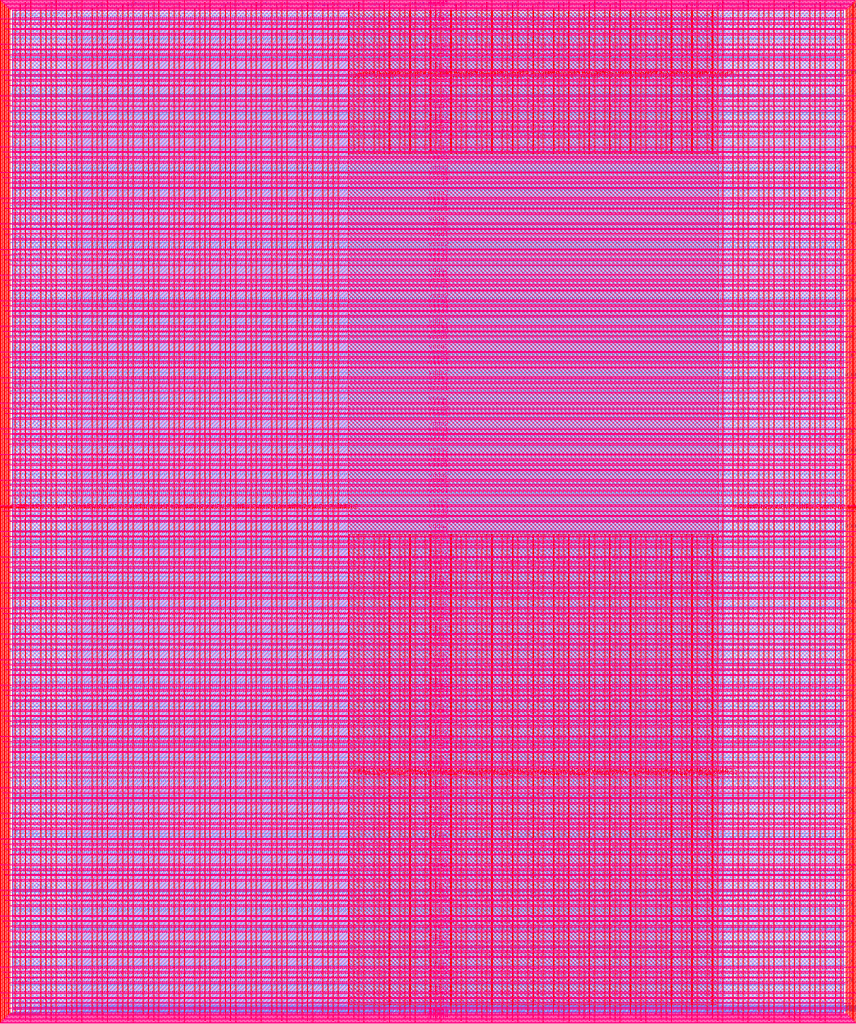
<source format=lef>
VERSION 5.7 ;
  NOWIREEXTENSIONATPIN ON ;
  DIVIDERCHAR "/" ;
  BUSBITCHARS "[]" ;
MACRO user_project_wrapper
  CLASS BLOCK ;
  FOREIGN user_project_wrapper ;
  ORIGIN 0.000 0.000 ;
  SIZE 2920.000 BY 3520.000 ;
  PIN analog_io[0]
    DIRECTION INOUT ;
    USE SIGNAL ;
    PORT
      LAYER met3 ;
        RECT 2917.600 1426.380 2924.800 1427.580 ;
    END
  END analog_io[0]
  PIN analog_io[10]
    DIRECTION INOUT ;
    USE SIGNAL ;
    PORT
      LAYER met2 ;
        RECT 2230.490 3517.600 2231.050 3524.800 ;
    END
  END analog_io[10]
  PIN analog_io[11]
    DIRECTION INOUT ;
    USE SIGNAL ;
    PORT
      LAYER met2 ;
        RECT 1905.730 3517.600 1906.290 3524.800 ;
    END
  END analog_io[11]
  PIN analog_io[12]
    DIRECTION INOUT ;
    USE SIGNAL ;
    PORT
      LAYER met2 ;
        RECT 1581.430 3517.600 1581.990 3524.800 ;
    END
  END analog_io[12]
  PIN analog_io[13]
    DIRECTION INOUT ;
    USE SIGNAL ;
    PORT
      LAYER met2 ;
        RECT 1257.130 3517.600 1257.690 3524.800 ;
    END
  END analog_io[13]
  PIN analog_io[14]
    DIRECTION INOUT ;
    USE SIGNAL ;
    PORT
      LAYER met2 ;
        RECT 932.370 3517.600 932.930 3524.800 ;
    END
  END analog_io[14]
  PIN analog_io[15]
    DIRECTION INOUT ;
    USE SIGNAL ;
    PORT
      LAYER met2 ;
        RECT 608.070 3517.600 608.630 3524.800 ;
    END
  END analog_io[15]
  PIN analog_io[16]
    DIRECTION INOUT ;
    USE SIGNAL ;
    PORT
      LAYER met2 ;
        RECT 283.770 3517.600 284.330 3524.800 ;
    END
  END analog_io[16]
  PIN analog_io[17]
    DIRECTION INOUT ;
    USE SIGNAL ;
    PORT
      LAYER met3 ;
        RECT -4.800 3486.100 2.400 3487.300 ;
    END
  END analog_io[17]
  PIN analog_io[18]
    DIRECTION INOUT ;
    USE SIGNAL ;
    PORT
      LAYER met3 ;
        RECT -4.800 3224.980 2.400 3226.180 ;
    END
  END analog_io[18]
  PIN analog_io[19]
    DIRECTION INOUT ;
    USE SIGNAL ;
    PORT
      LAYER met3 ;
        RECT -4.800 2964.540 2.400 2965.740 ;
    END
  END analog_io[19]
  PIN analog_io[1]
    DIRECTION INOUT ;
    USE SIGNAL ;
    PORT
      LAYER met3 ;
        RECT 2917.600 1692.260 2924.800 1693.460 ;
    END
  END analog_io[1]
  PIN analog_io[20]
    DIRECTION INOUT ;
    USE SIGNAL ;
    PORT
      LAYER met3 ;
        RECT -4.800 2703.420 2.400 2704.620 ;
    END
  END analog_io[20]
  PIN analog_io[21]
    DIRECTION INOUT ;
    USE SIGNAL ;
    PORT
      LAYER met3 ;
        RECT -4.800 2442.980 2.400 2444.180 ;
    END
  END analog_io[21]
  PIN analog_io[22]
    DIRECTION INOUT ;
    USE SIGNAL ;
    PORT
      LAYER met3 ;
        RECT -4.800 2182.540 2.400 2183.740 ;
    END
  END analog_io[22]
  PIN analog_io[23]
    DIRECTION INOUT ;
    USE SIGNAL ;
    PORT
      LAYER met3 ;
        RECT -4.800 1921.420 2.400 1922.620 ;
    END
  END analog_io[23]
  PIN analog_io[24]
    DIRECTION INOUT ;
    USE SIGNAL ;
    PORT
      LAYER met3 ;
        RECT -4.800 1660.980 2.400 1662.180 ;
    END
  END analog_io[24]
  PIN analog_io[25]
    DIRECTION INOUT ;
    USE SIGNAL ;
    PORT
      LAYER met3 ;
        RECT -4.800 1399.860 2.400 1401.060 ;
    END
  END analog_io[25]
  PIN analog_io[26]
    DIRECTION INOUT ;
    USE SIGNAL ;
    PORT
      LAYER met3 ;
        RECT -4.800 1139.420 2.400 1140.620 ;
    END
  END analog_io[26]
  PIN analog_io[27]
    DIRECTION INOUT ;
    USE SIGNAL ;
    PORT
      LAYER met3 ;
        RECT -4.800 878.980 2.400 880.180 ;
    END
  END analog_io[27]
  PIN analog_io[28]
    DIRECTION INOUT ;
    USE SIGNAL ;
    PORT
      LAYER met3 ;
        RECT -4.800 617.860 2.400 619.060 ;
    END
  END analog_io[28]
  PIN analog_io[2]
    DIRECTION INOUT ;
    USE SIGNAL ;
    PORT
      LAYER met3 ;
        RECT 2917.600 1958.140 2924.800 1959.340 ;
    END
  END analog_io[2]
  PIN analog_io[3]
    DIRECTION INOUT ;
    USE SIGNAL ;
    PORT
      LAYER met3 ;
        RECT 2917.600 2223.340 2924.800 2224.540 ;
    END
  END analog_io[3]
  PIN analog_io[4]
    DIRECTION INOUT ;
    USE SIGNAL ;
    PORT
      LAYER met3 ;
        RECT 2917.600 2489.220 2924.800 2490.420 ;
    END
  END analog_io[4]
  PIN analog_io[5]
    DIRECTION INOUT ;
    USE SIGNAL ;
    PORT
      LAYER met3 ;
        RECT 2917.600 2755.100 2924.800 2756.300 ;
    END
  END analog_io[5]
  PIN analog_io[6]
    DIRECTION INOUT ;
    USE SIGNAL ;
    PORT
      LAYER met3 ;
        RECT 2917.600 3020.300 2924.800 3021.500 ;
    END
  END analog_io[6]
  PIN analog_io[7]
    DIRECTION INOUT ;
    USE SIGNAL ;
    PORT
      LAYER met3 ;
        RECT 2917.600 3286.180 2924.800 3287.380 ;
    END
  END analog_io[7]
  PIN analog_io[8]
    DIRECTION INOUT ;
    USE SIGNAL ;
    PORT
      LAYER met2 ;
        RECT 2879.090 3517.600 2879.650 3524.800 ;
    END
  END analog_io[8]
  PIN analog_io[9]
    DIRECTION INOUT ;
    USE SIGNAL ;
    PORT
      LAYER met2 ;
        RECT 2554.790 3517.600 2555.350 3524.800 ;
    END
  END analog_io[9]
  PIN io_in[0]
    DIRECTION INPUT ;
    USE SIGNAL ;
    PORT
      LAYER met3 ;
        RECT 2917.600 32.380 2924.800 33.580 ;
    END
  END io_in[0]
  PIN io_in[10]
    DIRECTION INPUT ;
    USE SIGNAL ;
    PORT
      LAYER met3 ;
        RECT 2917.600 2289.980 2924.800 2291.180 ;
    END
  END io_in[10]
  PIN io_in[11]
    DIRECTION INPUT ;
    USE SIGNAL ;
    PORT
      LAYER met3 ;
        RECT 2917.600 2555.860 2924.800 2557.060 ;
    END
  END io_in[11]
  PIN io_in[12]
    DIRECTION INPUT ;
    USE SIGNAL ;
    PORT
      LAYER met3 ;
        RECT 2917.600 2821.060 2924.800 2822.260 ;
    END
  END io_in[12]
  PIN io_in[13]
    DIRECTION INPUT ;
    USE SIGNAL ;
    PORT
      LAYER met3 ;
        RECT 2917.600 3086.940 2924.800 3088.140 ;
    END
  END io_in[13]
  PIN io_in[14]
    DIRECTION INPUT ;
    USE SIGNAL ;
    PORT
      LAYER met3 ;
        RECT 2917.600 3352.820 2924.800 3354.020 ;
    END
  END io_in[14]
  PIN io_in[15]
    DIRECTION INPUT ;
    USE SIGNAL ;
    PORT
      LAYER met2 ;
        RECT 2798.130 3517.600 2798.690 3524.800 ;
    END
  END io_in[15]
  PIN io_in[16]
    DIRECTION INPUT ;
    USE SIGNAL ;
    PORT
      LAYER met2 ;
        RECT 2473.830 3517.600 2474.390 3524.800 ;
    END
  END io_in[16]
  PIN io_in[17]
    DIRECTION INPUT ;
    USE SIGNAL ;
    PORT
      LAYER met2 ;
        RECT 2149.070 3517.600 2149.630 3524.800 ;
    END
  END io_in[17]
  PIN io_in[18]
    DIRECTION INPUT ;
    USE SIGNAL ;
    PORT
      LAYER met2 ;
        RECT 1824.770 3517.600 1825.330 3524.800 ;
    END
  END io_in[18]
  PIN io_in[19]
    DIRECTION INPUT ;
    USE SIGNAL ;
    PORT
      LAYER met2 ;
        RECT 1500.470 3517.600 1501.030 3524.800 ;
    END
  END io_in[19]
  PIN io_in[1]
    DIRECTION INPUT ;
    USE SIGNAL ;
    PORT
      LAYER met3 ;
        RECT 2917.600 230.940 2924.800 232.140 ;
    END
  END io_in[1]
  PIN io_in[20]
    DIRECTION INPUT ;
    USE SIGNAL ;
    PORT
      LAYER met2 ;
        RECT 1175.710 3517.600 1176.270 3524.800 ;
    END
  END io_in[20]
  PIN io_in[21]
    DIRECTION INPUT ;
    USE SIGNAL ;
    PORT
      LAYER met2 ;
        RECT 851.410 3517.600 851.970 3524.800 ;
    END
  END io_in[21]
  PIN io_in[22]
    DIRECTION INPUT ;
    USE SIGNAL ;
    PORT
      LAYER met2 ;
        RECT 527.110 3517.600 527.670 3524.800 ;
    END
  END io_in[22]
  PIN io_in[23]
    DIRECTION INPUT ;
    USE SIGNAL ;
    PORT
      LAYER met2 ;
        RECT 202.350 3517.600 202.910 3524.800 ;
    END
  END io_in[23]
  PIN io_in[24]
    DIRECTION INPUT ;
    USE SIGNAL ;
    PORT
      LAYER met3 ;
        RECT -4.800 3420.820 2.400 3422.020 ;
    END
  END io_in[24]
  PIN io_in[25]
    DIRECTION INPUT ;
    USE SIGNAL ;
    PORT
      LAYER met3 ;
        RECT -4.800 3159.700 2.400 3160.900 ;
    END
  END io_in[25]
  PIN io_in[26]
    DIRECTION INPUT ;
    USE SIGNAL ;
    PORT
      LAYER met3 ;
        RECT -4.800 2899.260 2.400 2900.460 ;
    END
  END io_in[26]
  PIN io_in[27]
    DIRECTION INPUT ;
    USE SIGNAL ;
    PORT
      LAYER met3 ;
        RECT -4.800 2638.820 2.400 2640.020 ;
    END
  END io_in[27]
  PIN io_in[28]
    DIRECTION INPUT ;
    USE SIGNAL ;
    PORT
      LAYER met3 ;
        RECT -4.800 2377.700 2.400 2378.900 ;
    END
  END io_in[28]
  PIN io_in[29]
    DIRECTION INPUT ;
    USE SIGNAL ;
    PORT
      LAYER met3 ;
        RECT -4.800 2117.260 2.400 2118.460 ;
    END
  END io_in[29]
  PIN io_in[2]
    DIRECTION INPUT ;
    USE SIGNAL ;
    PORT
      LAYER met3 ;
        RECT 2917.600 430.180 2924.800 431.380 ;
    END
  END io_in[2]
  PIN io_in[30]
    DIRECTION INPUT ;
    USE SIGNAL ;
    PORT
      LAYER met3 ;
        RECT -4.800 1856.140 2.400 1857.340 ;
    END
  END io_in[30]
  PIN io_in[31]
    DIRECTION INPUT ;
    USE SIGNAL ;
    PORT
      LAYER met3 ;
        RECT -4.800 1595.700 2.400 1596.900 ;
    END
  END io_in[31]
  PIN io_in[32]
    DIRECTION INPUT ;
    USE SIGNAL ;
    PORT
      LAYER met3 ;
        RECT -4.800 1335.260 2.400 1336.460 ;
    END
  END io_in[32]
  PIN io_in[33]
    DIRECTION INPUT ;
    USE SIGNAL ;
    PORT
      LAYER met3 ;
        RECT -4.800 1074.140 2.400 1075.340 ;
    END
  END io_in[33]
  PIN io_in[34]
    DIRECTION INPUT ;
    USE SIGNAL ;
    PORT
      LAYER met3 ;
        RECT -4.800 813.700 2.400 814.900 ;
    END
  END io_in[34]
  PIN io_in[35]
    DIRECTION INPUT ;
    USE SIGNAL ;
    PORT
      LAYER met3 ;
        RECT -4.800 552.580 2.400 553.780 ;
    END
  END io_in[35]
  PIN io_in[36]
    DIRECTION INPUT ;
    USE SIGNAL ;
    PORT
      LAYER met3 ;
        RECT -4.800 357.420 2.400 358.620 ;
    END
  END io_in[36]
  PIN io_in[37]
    DIRECTION INPUT ;
    USE SIGNAL ;
    PORT
      LAYER met3 ;
        RECT -4.800 161.580 2.400 162.780 ;
    END
  END io_in[37]
  PIN io_in[3]
    DIRECTION INPUT ;
    USE SIGNAL ;
    PORT
      LAYER met3 ;
        RECT 2917.600 629.420 2924.800 630.620 ;
    END
  END io_in[3]
  PIN io_in[4]
    DIRECTION INPUT ;
    USE SIGNAL ;
    PORT
      LAYER met3 ;
        RECT 2917.600 828.660 2924.800 829.860 ;
    END
  END io_in[4]
  PIN io_in[5]
    DIRECTION INPUT ;
    USE SIGNAL ;
    PORT
      LAYER met3 ;
        RECT 2917.600 1027.900 2924.800 1029.100 ;
    END
  END io_in[5]
  PIN io_in[6]
    DIRECTION INPUT ;
    USE SIGNAL ;
    PORT
      LAYER met3 ;
        RECT 2917.600 1227.140 2924.800 1228.340 ;
    END
  END io_in[6]
  PIN io_in[7]
    DIRECTION INPUT ;
    USE SIGNAL ;
    PORT
      LAYER met3 ;
        RECT 2917.600 1493.020 2924.800 1494.220 ;
    END
  END io_in[7]
  PIN io_in[8]
    DIRECTION INPUT ;
    USE SIGNAL ;
    PORT
      LAYER met3 ;
        RECT 2917.600 1758.900 2924.800 1760.100 ;
    END
  END io_in[8]
  PIN io_in[9]
    DIRECTION INPUT ;
    USE SIGNAL ;
    PORT
      LAYER met3 ;
        RECT 2917.600 2024.100 2924.800 2025.300 ;
    END
  END io_in[9]
  PIN io_oeb[0]
    DIRECTION OUTPUT TRISTATE ;
    USE SIGNAL ;
    PORT
      LAYER met3 ;
        RECT 2917.600 164.980 2924.800 166.180 ;
    END
  END io_oeb[0]
  PIN io_oeb[10]
    DIRECTION OUTPUT TRISTATE ;
    USE SIGNAL ;
    PORT
      LAYER met3 ;
        RECT 2917.600 2422.580 2924.800 2423.780 ;
    END
  END io_oeb[10]
  PIN io_oeb[11]
    DIRECTION OUTPUT TRISTATE ;
    USE SIGNAL ;
    PORT
      LAYER met3 ;
        RECT 2917.600 2688.460 2924.800 2689.660 ;
    END
  END io_oeb[11]
  PIN io_oeb[12]
    DIRECTION OUTPUT TRISTATE ;
    USE SIGNAL ;
    PORT
      LAYER met3 ;
        RECT 2917.600 2954.340 2924.800 2955.540 ;
    END
  END io_oeb[12]
  PIN io_oeb[13]
    DIRECTION OUTPUT TRISTATE ;
    USE SIGNAL ;
    PORT
      LAYER met3 ;
        RECT 2917.600 3219.540 2924.800 3220.740 ;
    END
  END io_oeb[13]
  PIN io_oeb[14]
    DIRECTION OUTPUT TRISTATE ;
    USE SIGNAL ;
    PORT
      LAYER met3 ;
        RECT 2917.600 3485.420 2924.800 3486.620 ;
    END
  END io_oeb[14]
  PIN io_oeb[15]
    DIRECTION OUTPUT TRISTATE ;
    USE SIGNAL ;
    PORT
      LAYER met2 ;
        RECT 2635.750 3517.600 2636.310 3524.800 ;
    END
  END io_oeb[15]
  PIN io_oeb[16]
    DIRECTION OUTPUT TRISTATE ;
    USE SIGNAL ;
    PORT
      LAYER met2 ;
        RECT 2311.450 3517.600 2312.010 3524.800 ;
    END
  END io_oeb[16]
  PIN io_oeb[17]
    DIRECTION OUTPUT TRISTATE ;
    USE SIGNAL ;
    PORT
      LAYER met2 ;
        RECT 1987.150 3517.600 1987.710 3524.800 ;
    END
  END io_oeb[17]
  PIN io_oeb[18]
    DIRECTION OUTPUT TRISTATE ;
    USE SIGNAL ;
    PORT
      LAYER met2 ;
        RECT 1662.390 3517.600 1662.950 3524.800 ;
    END
  END io_oeb[18]
  PIN io_oeb[19]
    DIRECTION OUTPUT TRISTATE ;
    USE SIGNAL ;
    PORT
      LAYER met2 ;
        RECT 1338.090 3517.600 1338.650 3524.800 ;
    END
  END io_oeb[19]
  PIN io_oeb[1]
    DIRECTION OUTPUT TRISTATE ;
    USE SIGNAL ;
    PORT
      LAYER met3 ;
        RECT 2917.600 364.220 2924.800 365.420 ;
    END
  END io_oeb[1]
  PIN io_oeb[20]
    DIRECTION OUTPUT TRISTATE ;
    USE SIGNAL ;
    PORT
      LAYER met2 ;
        RECT 1013.790 3517.600 1014.350 3524.800 ;
    END
  END io_oeb[20]
  PIN io_oeb[21]
    DIRECTION OUTPUT TRISTATE ;
    USE SIGNAL ;
    PORT
      LAYER met2 ;
        RECT 689.030 3517.600 689.590 3524.800 ;
    END
  END io_oeb[21]
  PIN io_oeb[22]
    DIRECTION OUTPUT TRISTATE ;
    USE SIGNAL ;
    PORT
      LAYER met2 ;
        RECT 364.730 3517.600 365.290 3524.800 ;
    END
  END io_oeb[22]
  PIN io_oeb[23]
    DIRECTION OUTPUT TRISTATE ;
    USE SIGNAL ;
    PORT
      LAYER met2 ;
        RECT 40.430 3517.600 40.990 3524.800 ;
    END
  END io_oeb[23]
  PIN io_oeb[24]
    DIRECTION OUTPUT TRISTATE ;
    USE SIGNAL ;
    PORT
      LAYER met3 ;
        RECT -4.800 3290.260 2.400 3291.460 ;
    END
  END io_oeb[24]
  PIN io_oeb[25]
    DIRECTION OUTPUT TRISTATE ;
    USE SIGNAL ;
    PORT
      LAYER met3 ;
        RECT -4.800 3029.820 2.400 3031.020 ;
    END
  END io_oeb[25]
  PIN io_oeb[26]
    DIRECTION OUTPUT TRISTATE ;
    USE SIGNAL ;
    PORT
      LAYER met3 ;
        RECT -4.800 2768.700 2.400 2769.900 ;
    END
  END io_oeb[26]
  PIN io_oeb[27]
    DIRECTION OUTPUT TRISTATE ;
    USE SIGNAL ;
    PORT
      LAYER met3 ;
        RECT -4.800 2508.260 2.400 2509.460 ;
    END
  END io_oeb[27]
  PIN io_oeb[28]
    DIRECTION OUTPUT TRISTATE ;
    USE SIGNAL ;
    PORT
      LAYER met3 ;
        RECT -4.800 2247.140 2.400 2248.340 ;
    END
  END io_oeb[28]
  PIN io_oeb[29]
    DIRECTION OUTPUT TRISTATE ;
    USE SIGNAL ;
    PORT
      LAYER met3 ;
        RECT -4.800 1986.700 2.400 1987.900 ;
    END
  END io_oeb[29]
  PIN io_oeb[2]
    DIRECTION OUTPUT TRISTATE ;
    USE SIGNAL ;
    PORT
      LAYER met3 ;
        RECT 2917.600 563.460 2924.800 564.660 ;
    END
  END io_oeb[2]
  PIN io_oeb[30]
    DIRECTION OUTPUT TRISTATE ;
    USE SIGNAL ;
    PORT
      LAYER met3 ;
        RECT -4.800 1726.260 2.400 1727.460 ;
    END
  END io_oeb[30]
  PIN io_oeb[31]
    DIRECTION OUTPUT TRISTATE ;
    USE SIGNAL ;
    PORT
      LAYER met3 ;
        RECT -4.800 1465.140 2.400 1466.340 ;
    END
  END io_oeb[31]
  PIN io_oeb[32]
    DIRECTION OUTPUT TRISTATE ;
    USE SIGNAL ;
    PORT
      LAYER met3 ;
        RECT -4.800 1204.700 2.400 1205.900 ;
    END
  END io_oeb[32]
  PIN io_oeb[33]
    DIRECTION OUTPUT TRISTATE ;
    USE SIGNAL ;
    PORT
      LAYER met3 ;
        RECT -4.800 943.580 2.400 944.780 ;
    END
  END io_oeb[33]
  PIN io_oeb[34]
    DIRECTION OUTPUT TRISTATE ;
    USE SIGNAL ;
    PORT
      LAYER met3 ;
        RECT -4.800 683.140 2.400 684.340 ;
    END
  END io_oeb[34]
  PIN io_oeb[35]
    DIRECTION OUTPUT TRISTATE ;
    USE SIGNAL ;
    PORT
      LAYER met3 ;
        RECT -4.800 422.700 2.400 423.900 ;
    END
  END io_oeb[35]
  PIN io_oeb[36]
    DIRECTION OUTPUT TRISTATE ;
    USE SIGNAL ;
    PORT
      LAYER met3 ;
        RECT -4.800 226.860 2.400 228.060 ;
    END
  END io_oeb[36]
  PIN io_oeb[37]
    DIRECTION OUTPUT TRISTATE ;
    USE SIGNAL ;
    PORT
      LAYER met3 ;
        RECT -4.800 31.700 2.400 32.900 ;
    END
  END io_oeb[37]
  PIN io_oeb[3]
    DIRECTION OUTPUT TRISTATE ;
    USE SIGNAL ;
    PORT
      LAYER met3 ;
        RECT 2917.600 762.700 2924.800 763.900 ;
    END
  END io_oeb[3]
  PIN io_oeb[4]
    DIRECTION OUTPUT TRISTATE ;
    USE SIGNAL ;
    PORT
      LAYER met3 ;
        RECT 2917.600 961.940 2924.800 963.140 ;
    END
  END io_oeb[4]
  PIN io_oeb[5]
    DIRECTION OUTPUT TRISTATE ;
    USE SIGNAL ;
    PORT
      LAYER met3 ;
        RECT 2917.600 1161.180 2924.800 1162.380 ;
    END
  END io_oeb[5]
  PIN io_oeb[6]
    DIRECTION OUTPUT TRISTATE ;
    USE SIGNAL ;
    PORT
      LAYER met3 ;
        RECT 2917.600 1360.420 2924.800 1361.620 ;
    END
  END io_oeb[6]
  PIN io_oeb[7]
    DIRECTION OUTPUT TRISTATE ;
    USE SIGNAL ;
    PORT
      LAYER met3 ;
        RECT 2917.600 1625.620 2924.800 1626.820 ;
    END
  END io_oeb[7]
  PIN io_oeb[8]
    DIRECTION OUTPUT TRISTATE ;
    USE SIGNAL ;
    PORT
      LAYER met3 ;
        RECT 2917.600 1891.500 2924.800 1892.700 ;
    END
  END io_oeb[8]
  PIN io_oeb[9]
    DIRECTION OUTPUT TRISTATE ;
    USE SIGNAL ;
    PORT
      LAYER met3 ;
        RECT 2917.600 2157.380 2924.800 2158.580 ;
    END
  END io_oeb[9]
  PIN io_out[0]
    DIRECTION OUTPUT TRISTATE ;
    USE SIGNAL ;
    PORT
      LAYER met3 ;
        RECT 2917.600 98.340 2924.800 99.540 ;
    END
  END io_out[0]
  PIN io_out[10]
    DIRECTION OUTPUT TRISTATE ;
    USE SIGNAL ;
    PORT
      LAYER met3 ;
        RECT 2917.600 2356.620 2924.800 2357.820 ;
    END
  END io_out[10]
  PIN io_out[11]
    DIRECTION OUTPUT TRISTATE ;
    USE SIGNAL ;
    PORT
      LAYER met3 ;
        RECT 2917.600 2621.820 2924.800 2623.020 ;
    END
  END io_out[11]
  PIN io_out[12]
    DIRECTION OUTPUT TRISTATE ;
    USE SIGNAL ;
    PORT
      LAYER met3 ;
        RECT 2917.600 2887.700 2924.800 2888.900 ;
    END
  END io_out[12]
  PIN io_out[13]
    DIRECTION OUTPUT TRISTATE ;
    USE SIGNAL ;
    PORT
      LAYER met3 ;
        RECT 2917.600 3153.580 2924.800 3154.780 ;
    END
  END io_out[13]
  PIN io_out[14]
    DIRECTION OUTPUT TRISTATE ;
    USE SIGNAL ;
    PORT
      LAYER met3 ;
        RECT 2917.600 3418.780 2924.800 3419.980 ;
    END
  END io_out[14]
  PIN io_out[15]
    DIRECTION OUTPUT TRISTATE ;
    USE SIGNAL ;
    PORT
      LAYER met2 ;
        RECT 2717.170 3517.600 2717.730 3524.800 ;
    END
  END io_out[15]
  PIN io_out[16]
    DIRECTION OUTPUT TRISTATE ;
    USE SIGNAL ;
    PORT
      LAYER met2 ;
        RECT 2392.410 3517.600 2392.970 3524.800 ;
    END
  END io_out[16]
  PIN io_out[17]
    DIRECTION OUTPUT TRISTATE ;
    USE SIGNAL ;
    PORT
      LAYER met2 ;
        RECT 2068.110 3517.600 2068.670 3524.800 ;
    END
  END io_out[17]
  PIN io_out[18]
    DIRECTION OUTPUT TRISTATE ;
    USE SIGNAL ;
    PORT
      LAYER met2 ;
        RECT 1743.810 3517.600 1744.370 3524.800 ;
    END
  END io_out[18]
  PIN io_out[19]
    DIRECTION OUTPUT TRISTATE ;
    USE SIGNAL ;
    PORT
      LAYER met2 ;
        RECT 1419.050 3517.600 1419.610 3524.800 ;
    END
  END io_out[19]
  PIN io_out[1]
    DIRECTION OUTPUT TRISTATE ;
    USE SIGNAL ;
    PORT
      LAYER met3 ;
        RECT 2917.600 297.580 2924.800 298.780 ;
    END
  END io_out[1]
  PIN io_out[20]
    DIRECTION OUTPUT TRISTATE ;
    USE SIGNAL ;
    PORT
      LAYER met2 ;
        RECT 1094.750 3517.600 1095.310 3524.800 ;
    END
  END io_out[20]
  PIN io_out[21]
    DIRECTION OUTPUT TRISTATE ;
    USE SIGNAL ;
    PORT
      LAYER met2 ;
        RECT 770.450 3517.600 771.010 3524.800 ;
    END
  END io_out[21]
  PIN io_out[22]
    DIRECTION OUTPUT TRISTATE ;
    USE SIGNAL ;
    PORT
      LAYER met2 ;
        RECT 445.690 3517.600 446.250 3524.800 ;
    END
  END io_out[22]
  PIN io_out[23]
    DIRECTION OUTPUT TRISTATE ;
    USE SIGNAL ;
    PORT
      LAYER met2 ;
        RECT 121.390 3517.600 121.950 3524.800 ;
    END
  END io_out[23]
  PIN io_out[24]
    DIRECTION OUTPUT TRISTATE ;
    USE SIGNAL ;
    PORT
      LAYER met3 ;
        RECT -4.800 3355.540 2.400 3356.740 ;
    END
  END io_out[24]
  PIN io_out[25]
    DIRECTION OUTPUT TRISTATE ;
    USE SIGNAL ;
    PORT
      LAYER met3 ;
        RECT -4.800 3095.100 2.400 3096.300 ;
    END
  END io_out[25]
  PIN io_out[26]
    DIRECTION OUTPUT TRISTATE ;
    USE SIGNAL ;
    PORT
      LAYER met3 ;
        RECT -4.800 2833.980 2.400 2835.180 ;
    END
  END io_out[26]
  PIN io_out[27]
    DIRECTION OUTPUT TRISTATE ;
    USE SIGNAL ;
    PORT
      LAYER met3 ;
        RECT -4.800 2573.540 2.400 2574.740 ;
    END
  END io_out[27]
  PIN io_out[28]
    DIRECTION OUTPUT TRISTATE ;
    USE SIGNAL ;
    PORT
      LAYER met3 ;
        RECT -4.800 2312.420 2.400 2313.620 ;
    END
  END io_out[28]
  PIN io_out[29]
    DIRECTION OUTPUT TRISTATE ;
    USE SIGNAL ;
    PORT
      LAYER met3 ;
        RECT -4.800 2051.980 2.400 2053.180 ;
    END
  END io_out[29]
  PIN io_out[2]
    DIRECTION OUTPUT TRISTATE ;
    USE SIGNAL ;
    PORT
      LAYER met3 ;
        RECT 2917.600 496.820 2924.800 498.020 ;
    END
  END io_out[2]
  PIN io_out[30]
    DIRECTION OUTPUT TRISTATE ;
    USE SIGNAL ;
    PORT
      LAYER met3 ;
        RECT -4.800 1791.540 2.400 1792.740 ;
    END
  END io_out[30]
  PIN io_out[31]
    DIRECTION OUTPUT TRISTATE ;
    USE SIGNAL ;
    PORT
      LAYER met3 ;
        RECT -4.800 1530.420 2.400 1531.620 ;
    END
  END io_out[31]
  PIN io_out[32]
    DIRECTION OUTPUT TRISTATE ;
    USE SIGNAL ;
    PORT
      LAYER met3 ;
        RECT -4.800 1269.980 2.400 1271.180 ;
    END
  END io_out[32]
  PIN io_out[33]
    DIRECTION OUTPUT TRISTATE ;
    USE SIGNAL ;
    PORT
      LAYER met3 ;
        RECT -4.800 1008.860 2.400 1010.060 ;
    END
  END io_out[33]
  PIN io_out[34]
    DIRECTION OUTPUT TRISTATE ;
    USE SIGNAL ;
    PORT
      LAYER met3 ;
        RECT -4.800 748.420 2.400 749.620 ;
    END
  END io_out[34]
  PIN io_out[35]
    DIRECTION OUTPUT TRISTATE ;
    USE SIGNAL ;
    PORT
      LAYER met3 ;
        RECT -4.800 487.300 2.400 488.500 ;
    END
  END io_out[35]
  PIN io_out[36]
    DIRECTION OUTPUT TRISTATE ;
    USE SIGNAL ;
    PORT
      LAYER met3 ;
        RECT -4.800 292.140 2.400 293.340 ;
    END
  END io_out[36]
  PIN io_out[37]
    DIRECTION OUTPUT TRISTATE ;
    USE SIGNAL ;
    PORT
      LAYER met3 ;
        RECT -4.800 96.300 2.400 97.500 ;
    END
  END io_out[37]
  PIN io_out[3]
    DIRECTION OUTPUT TRISTATE ;
    USE SIGNAL ;
    PORT
      LAYER met3 ;
        RECT 2917.600 696.060 2924.800 697.260 ;
    END
  END io_out[3]
  PIN io_out[4]
    DIRECTION OUTPUT TRISTATE ;
    USE SIGNAL ;
    PORT
      LAYER met3 ;
        RECT 2917.600 895.300 2924.800 896.500 ;
    END
  END io_out[4]
  PIN io_out[5]
    DIRECTION OUTPUT TRISTATE ;
    USE SIGNAL ;
    PORT
      LAYER met3 ;
        RECT 2917.600 1094.540 2924.800 1095.740 ;
    END
  END io_out[5]
  PIN io_out[6]
    DIRECTION OUTPUT TRISTATE ;
    USE SIGNAL ;
    PORT
      LAYER met3 ;
        RECT 2917.600 1293.780 2924.800 1294.980 ;
    END
  END io_out[6]
  PIN io_out[7]
    DIRECTION OUTPUT TRISTATE ;
    USE SIGNAL ;
    PORT
      LAYER met3 ;
        RECT 2917.600 1559.660 2924.800 1560.860 ;
    END
  END io_out[7]
  PIN io_out[8]
    DIRECTION OUTPUT TRISTATE ;
    USE SIGNAL ;
    PORT
      LAYER met3 ;
        RECT 2917.600 1824.860 2924.800 1826.060 ;
    END
  END io_out[8]
  PIN io_out[9]
    DIRECTION OUTPUT TRISTATE ;
    USE SIGNAL ;
    PORT
      LAYER met3 ;
        RECT 2917.600 2090.740 2924.800 2091.940 ;
    END
  END io_out[9]
  PIN la_data_in[0]
    DIRECTION INPUT ;
    USE SIGNAL ;
    PORT
      LAYER met2 ;
        RECT 629.230 -4.800 629.790 2.400 ;
    END
  END la_data_in[0]
  PIN la_data_in[100]
    DIRECTION INPUT ;
    USE SIGNAL ;
    PORT
      LAYER met2 ;
        RECT 2402.530 -4.800 2403.090 2.400 ;
    END
  END la_data_in[100]
  PIN la_data_in[101]
    DIRECTION INPUT ;
    USE SIGNAL ;
    PORT
      LAYER met2 ;
        RECT 2420.010 -4.800 2420.570 2.400 ;
    END
  END la_data_in[101]
  PIN la_data_in[102]
    DIRECTION INPUT ;
    USE SIGNAL ;
    PORT
      LAYER met2 ;
        RECT 2437.950 -4.800 2438.510 2.400 ;
    END
  END la_data_in[102]
  PIN la_data_in[103]
    DIRECTION INPUT ;
    USE SIGNAL ;
    PORT
      LAYER met2 ;
        RECT 2455.430 -4.800 2455.990 2.400 ;
    END
  END la_data_in[103]
  PIN la_data_in[104]
    DIRECTION INPUT ;
    USE SIGNAL ;
    PORT
      LAYER met2 ;
        RECT 2473.370 -4.800 2473.930 2.400 ;
    END
  END la_data_in[104]
  PIN la_data_in[105]
    DIRECTION INPUT ;
    USE SIGNAL ;
    PORT
      LAYER met2 ;
        RECT 2490.850 -4.800 2491.410 2.400 ;
    END
  END la_data_in[105]
  PIN la_data_in[106]
    DIRECTION INPUT ;
    USE SIGNAL ;
    PORT
      LAYER met2 ;
        RECT 2508.790 -4.800 2509.350 2.400 ;
    END
  END la_data_in[106]
  PIN la_data_in[107]
    DIRECTION INPUT ;
    USE SIGNAL ;
    PORT
      LAYER met2 ;
        RECT 2526.730 -4.800 2527.290 2.400 ;
    END
  END la_data_in[107]
  PIN la_data_in[108]
    DIRECTION INPUT ;
    USE SIGNAL ;
    PORT
      LAYER met2 ;
        RECT 2544.210 -4.800 2544.770 2.400 ;
    END
  END la_data_in[108]
  PIN la_data_in[109]
    DIRECTION INPUT ;
    USE SIGNAL ;
    PORT
      LAYER met2 ;
        RECT 2562.150 -4.800 2562.710 2.400 ;
    END
  END la_data_in[109]
  PIN la_data_in[10]
    DIRECTION INPUT ;
    USE SIGNAL ;
    PORT
      LAYER met2 ;
        RECT 806.330 -4.800 806.890 2.400 ;
    END
  END la_data_in[10]
  PIN la_data_in[110]
    DIRECTION INPUT ;
    USE SIGNAL ;
    PORT
      LAYER met2 ;
        RECT 2579.630 -4.800 2580.190 2.400 ;
    END
  END la_data_in[110]
  PIN la_data_in[111]
    DIRECTION INPUT ;
    USE SIGNAL ;
    PORT
      LAYER met2 ;
        RECT 2597.570 -4.800 2598.130 2.400 ;
    END
  END la_data_in[111]
  PIN la_data_in[112]
    DIRECTION INPUT ;
    USE SIGNAL ;
    PORT
      LAYER met2 ;
        RECT 2615.050 -4.800 2615.610 2.400 ;
    END
  END la_data_in[112]
  PIN la_data_in[113]
    DIRECTION INPUT ;
    USE SIGNAL ;
    PORT
      LAYER met2 ;
        RECT 2632.990 -4.800 2633.550 2.400 ;
    END
  END la_data_in[113]
  PIN la_data_in[114]
    DIRECTION INPUT ;
    USE SIGNAL ;
    PORT
      LAYER met2 ;
        RECT 2650.470 -4.800 2651.030 2.400 ;
    END
  END la_data_in[114]
  PIN la_data_in[115]
    DIRECTION INPUT ;
    USE SIGNAL ;
    PORT
      LAYER met2 ;
        RECT 2668.410 -4.800 2668.970 2.400 ;
    END
  END la_data_in[115]
  PIN la_data_in[116]
    DIRECTION INPUT ;
    USE SIGNAL ;
    PORT
      LAYER met2 ;
        RECT 2685.890 -4.800 2686.450 2.400 ;
    END
  END la_data_in[116]
  PIN la_data_in[117]
    DIRECTION INPUT ;
    USE SIGNAL ;
    PORT
      LAYER met2 ;
        RECT 2703.830 -4.800 2704.390 2.400 ;
    END
  END la_data_in[117]
  PIN la_data_in[118]
    DIRECTION INPUT ;
    USE SIGNAL ;
    PORT
      LAYER met2 ;
        RECT 2721.770 -4.800 2722.330 2.400 ;
    END
  END la_data_in[118]
  PIN la_data_in[119]
    DIRECTION INPUT ;
    USE SIGNAL ;
    PORT
      LAYER met2 ;
        RECT 2739.250 -4.800 2739.810 2.400 ;
    END
  END la_data_in[119]
  PIN la_data_in[11]
    DIRECTION INPUT ;
    USE SIGNAL ;
    PORT
      LAYER met2 ;
        RECT 824.270 -4.800 824.830 2.400 ;
    END
  END la_data_in[11]
  PIN la_data_in[120]
    DIRECTION INPUT ;
    USE SIGNAL ;
    PORT
      LAYER met2 ;
        RECT 2757.190 -4.800 2757.750 2.400 ;
    END
  END la_data_in[120]
  PIN la_data_in[121]
    DIRECTION INPUT ;
    USE SIGNAL ;
    PORT
      LAYER met2 ;
        RECT 2774.670 -4.800 2775.230 2.400 ;
    END
  END la_data_in[121]
  PIN la_data_in[122]
    DIRECTION INPUT ;
    USE SIGNAL ;
    PORT
      LAYER met2 ;
        RECT 2792.610 -4.800 2793.170 2.400 ;
    END
  END la_data_in[122]
  PIN la_data_in[123]
    DIRECTION INPUT ;
    USE SIGNAL ;
    PORT
      LAYER met2 ;
        RECT 2810.090 -4.800 2810.650 2.400 ;
    END
  END la_data_in[123]
  PIN la_data_in[124]
    DIRECTION INPUT ;
    USE SIGNAL ;
    PORT
      LAYER met2 ;
        RECT 2828.030 -4.800 2828.590 2.400 ;
    END
  END la_data_in[124]
  PIN la_data_in[125]
    DIRECTION INPUT ;
    USE SIGNAL ;
    PORT
      LAYER met2 ;
        RECT 2845.510 -4.800 2846.070 2.400 ;
    END
  END la_data_in[125]
  PIN la_data_in[126]
    DIRECTION INPUT ;
    USE SIGNAL ;
    PORT
      LAYER met2 ;
        RECT 2863.450 -4.800 2864.010 2.400 ;
    END
  END la_data_in[126]
  PIN la_data_in[127]
    DIRECTION INPUT ;
    USE SIGNAL ;
    PORT
      LAYER met2 ;
        RECT 2881.390 -4.800 2881.950 2.400 ;
    END
  END la_data_in[127]
  PIN la_data_in[12]
    DIRECTION INPUT ;
    USE SIGNAL ;
    PORT
      LAYER met2 ;
        RECT 841.750 -4.800 842.310 2.400 ;
    END
  END la_data_in[12]
  PIN la_data_in[13]
    DIRECTION INPUT ;
    USE SIGNAL ;
    PORT
      LAYER met2 ;
        RECT 859.690 -4.800 860.250 2.400 ;
    END
  END la_data_in[13]
  PIN la_data_in[14]
    DIRECTION INPUT ;
    USE SIGNAL ;
    PORT
      LAYER met2 ;
        RECT 877.170 -4.800 877.730 2.400 ;
    END
  END la_data_in[14]
  PIN la_data_in[15]
    DIRECTION INPUT ;
    USE SIGNAL ;
    PORT
      LAYER met2 ;
        RECT 895.110 -4.800 895.670 2.400 ;
    END
  END la_data_in[15]
  PIN la_data_in[16]
    DIRECTION INPUT ;
    USE SIGNAL ;
    PORT
      LAYER met2 ;
        RECT 912.590 -4.800 913.150 2.400 ;
    END
  END la_data_in[16]
  PIN la_data_in[17]
    DIRECTION INPUT ;
    USE SIGNAL ;
    PORT
      LAYER met2 ;
        RECT 930.530 -4.800 931.090 2.400 ;
    END
  END la_data_in[17]
  PIN la_data_in[18]
    DIRECTION INPUT ;
    USE SIGNAL ;
    PORT
      LAYER met2 ;
        RECT 948.470 -4.800 949.030 2.400 ;
    END
  END la_data_in[18]
  PIN la_data_in[19]
    DIRECTION INPUT ;
    USE SIGNAL ;
    PORT
      LAYER met2 ;
        RECT 965.950 -4.800 966.510 2.400 ;
    END
  END la_data_in[19]
  PIN la_data_in[1]
    DIRECTION INPUT ;
    USE SIGNAL ;
    PORT
      LAYER met2 ;
        RECT 646.710 -4.800 647.270 2.400 ;
    END
  END la_data_in[1]
  PIN la_data_in[20]
    DIRECTION INPUT ;
    USE SIGNAL ;
    PORT
      LAYER met2 ;
        RECT 983.890 -4.800 984.450 2.400 ;
    END
  END la_data_in[20]
  PIN la_data_in[21]
    DIRECTION INPUT ;
    USE SIGNAL ;
    PORT
      LAYER met2 ;
        RECT 1001.370 -4.800 1001.930 2.400 ;
    END
  END la_data_in[21]
  PIN la_data_in[22]
    DIRECTION INPUT ;
    USE SIGNAL ;
    PORT
      LAYER met2 ;
        RECT 1019.310 -4.800 1019.870 2.400 ;
    END
  END la_data_in[22]
  PIN la_data_in[23]
    DIRECTION INPUT ;
    USE SIGNAL ;
    PORT
      LAYER met2 ;
        RECT 1036.790 -4.800 1037.350 2.400 ;
    END
  END la_data_in[23]
  PIN la_data_in[24]
    DIRECTION INPUT ;
    USE SIGNAL ;
    PORT
      LAYER met2 ;
        RECT 1054.730 -4.800 1055.290 2.400 ;
    END
  END la_data_in[24]
  PIN la_data_in[25]
    DIRECTION INPUT ;
    USE SIGNAL ;
    PORT
      LAYER met2 ;
        RECT 1072.210 -4.800 1072.770 2.400 ;
    END
  END la_data_in[25]
  PIN la_data_in[26]
    DIRECTION INPUT ;
    USE SIGNAL ;
    PORT
      LAYER met2 ;
        RECT 1090.150 -4.800 1090.710 2.400 ;
    END
  END la_data_in[26]
  PIN la_data_in[27]
    DIRECTION INPUT ;
    USE SIGNAL ;
    PORT
      LAYER met2 ;
        RECT 1107.630 -4.800 1108.190 2.400 ;
    END
  END la_data_in[27]
  PIN la_data_in[28]
    DIRECTION INPUT ;
    USE SIGNAL ;
    PORT
      LAYER met2 ;
        RECT 1125.570 -4.800 1126.130 2.400 ;
    END
  END la_data_in[28]
  PIN la_data_in[29]
    DIRECTION INPUT ;
    USE SIGNAL ;
    PORT
      LAYER met2 ;
        RECT 1143.510 -4.800 1144.070 2.400 ;
    END
  END la_data_in[29]
  PIN la_data_in[2]
    DIRECTION INPUT ;
    USE SIGNAL ;
    PORT
      LAYER met2 ;
        RECT 664.650 -4.800 665.210 2.400 ;
    END
  END la_data_in[2]
  PIN la_data_in[30]
    DIRECTION INPUT ;
    USE SIGNAL ;
    PORT
      LAYER met2 ;
        RECT 1160.990 -4.800 1161.550 2.400 ;
    END
  END la_data_in[30]
  PIN la_data_in[31]
    DIRECTION INPUT ;
    USE SIGNAL ;
    PORT
      LAYER met2 ;
        RECT 1178.930 -4.800 1179.490 2.400 ;
    END
  END la_data_in[31]
  PIN la_data_in[32]
    DIRECTION INPUT ;
    USE SIGNAL ;
    PORT
      LAYER met2 ;
        RECT 1196.410 -4.800 1196.970 2.400 ;
    END
  END la_data_in[32]
  PIN la_data_in[33]
    DIRECTION INPUT ;
    USE SIGNAL ;
    PORT
      LAYER met2 ;
        RECT 1214.350 -4.800 1214.910 2.400 ;
    END
  END la_data_in[33]
  PIN la_data_in[34]
    DIRECTION INPUT ;
    USE SIGNAL ;
    PORT
      LAYER met2 ;
        RECT 1231.830 -4.800 1232.390 2.400 ;
    END
  END la_data_in[34]
  PIN la_data_in[35]
    DIRECTION INPUT ;
    USE SIGNAL ;
    PORT
      LAYER met2 ;
        RECT 1249.770 -4.800 1250.330 2.400 ;
    END
  END la_data_in[35]
  PIN la_data_in[36]
    DIRECTION INPUT ;
    USE SIGNAL ;
    PORT
      LAYER met2 ;
        RECT 1267.250 -4.800 1267.810 2.400 ;
    END
  END la_data_in[36]
  PIN la_data_in[37]
    DIRECTION INPUT ;
    USE SIGNAL ;
    PORT
      LAYER met2 ;
        RECT 1285.190 -4.800 1285.750 2.400 ;
    END
  END la_data_in[37]
  PIN la_data_in[38]
    DIRECTION INPUT ;
    USE SIGNAL ;
    PORT
      LAYER met2 ;
        RECT 1303.130 -4.800 1303.690 2.400 ;
    END
  END la_data_in[38]
  PIN la_data_in[39]
    DIRECTION INPUT ;
    USE SIGNAL ;
    PORT
      LAYER met2 ;
        RECT 1320.610 -4.800 1321.170 2.400 ;
    END
  END la_data_in[39]
  PIN la_data_in[3]
    DIRECTION INPUT ;
    USE SIGNAL ;
    PORT
      LAYER met2 ;
        RECT 682.130 -4.800 682.690 2.400 ;
    END
  END la_data_in[3]
  PIN la_data_in[40]
    DIRECTION INPUT ;
    USE SIGNAL ;
    PORT
      LAYER met2 ;
        RECT 1338.550 -4.800 1339.110 2.400 ;
    END
  END la_data_in[40]
  PIN la_data_in[41]
    DIRECTION INPUT ;
    USE SIGNAL ;
    PORT
      LAYER met2 ;
        RECT 1356.030 -4.800 1356.590 2.400 ;
    END
  END la_data_in[41]
  PIN la_data_in[42]
    DIRECTION INPUT ;
    USE SIGNAL ;
    PORT
      LAYER met2 ;
        RECT 1373.970 -4.800 1374.530 2.400 ;
    END
  END la_data_in[42]
  PIN la_data_in[43]
    DIRECTION INPUT ;
    USE SIGNAL ;
    PORT
      LAYER met2 ;
        RECT 1391.450 -4.800 1392.010 2.400 ;
    END
  END la_data_in[43]
  PIN la_data_in[44]
    DIRECTION INPUT ;
    USE SIGNAL ;
    PORT
      LAYER met2 ;
        RECT 1409.390 -4.800 1409.950 2.400 ;
    END
  END la_data_in[44]
  PIN la_data_in[45]
    DIRECTION INPUT ;
    USE SIGNAL ;
    PORT
      LAYER met2 ;
        RECT 1426.870 -4.800 1427.430 2.400 ;
    END
  END la_data_in[45]
  PIN la_data_in[46]
    DIRECTION INPUT ;
    USE SIGNAL ;
    PORT
      LAYER met2 ;
        RECT 1444.810 -4.800 1445.370 2.400 ;
    END
  END la_data_in[46]
  PIN la_data_in[47]
    DIRECTION INPUT ;
    USE SIGNAL ;
    PORT
      LAYER met2 ;
        RECT 1462.750 -4.800 1463.310 2.400 ;
    END
  END la_data_in[47]
  PIN la_data_in[48]
    DIRECTION INPUT ;
    USE SIGNAL ;
    PORT
      LAYER met2 ;
        RECT 1480.230 -4.800 1480.790 2.400 ;
    END
  END la_data_in[48]
  PIN la_data_in[49]
    DIRECTION INPUT ;
    USE SIGNAL ;
    PORT
      LAYER met2 ;
        RECT 1498.170 -4.800 1498.730 2.400 ;
    END
  END la_data_in[49]
  PIN la_data_in[4]
    DIRECTION INPUT ;
    USE SIGNAL ;
    PORT
      LAYER met2 ;
        RECT 700.070 -4.800 700.630 2.400 ;
    END
  END la_data_in[4]
  PIN la_data_in[50]
    DIRECTION INPUT ;
    USE SIGNAL ;
    PORT
      LAYER met2 ;
        RECT 1515.650 -4.800 1516.210 2.400 ;
    END
  END la_data_in[50]
  PIN la_data_in[51]
    DIRECTION INPUT ;
    USE SIGNAL ;
    PORT
      LAYER met2 ;
        RECT 1533.590 -4.800 1534.150 2.400 ;
    END
  END la_data_in[51]
  PIN la_data_in[52]
    DIRECTION INPUT ;
    USE SIGNAL ;
    PORT
      LAYER met2 ;
        RECT 1551.070 -4.800 1551.630 2.400 ;
    END
  END la_data_in[52]
  PIN la_data_in[53]
    DIRECTION INPUT ;
    USE SIGNAL ;
    PORT
      LAYER met2 ;
        RECT 1569.010 -4.800 1569.570 2.400 ;
    END
  END la_data_in[53]
  PIN la_data_in[54]
    DIRECTION INPUT ;
    USE SIGNAL ;
    PORT
      LAYER met2 ;
        RECT 1586.490 -4.800 1587.050 2.400 ;
    END
  END la_data_in[54]
  PIN la_data_in[55]
    DIRECTION INPUT ;
    USE SIGNAL ;
    PORT
      LAYER met2 ;
        RECT 1604.430 -4.800 1604.990 2.400 ;
    END
  END la_data_in[55]
  PIN la_data_in[56]
    DIRECTION INPUT ;
    USE SIGNAL ;
    PORT
      LAYER met2 ;
        RECT 1621.910 -4.800 1622.470 2.400 ;
    END
  END la_data_in[56]
  PIN la_data_in[57]
    DIRECTION INPUT ;
    USE SIGNAL ;
    PORT
      LAYER met2 ;
        RECT 1639.850 -4.800 1640.410 2.400 ;
    END
  END la_data_in[57]
  PIN la_data_in[58]
    DIRECTION INPUT ;
    USE SIGNAL ;
    PORT
      LAYER met2 ;
        RECT 1657.790 -4.800 1658.350 2.400 ;
    END
  END la_data_in[58]
  PIN la_data_in[59]
    DIRECTION INPUT ;
    USE SIGNAL ;
    PORT
      LAYER met2 ;
        RECT 1675.270 -4.800 1675.830 2.400 ;
    END
  END la_data_in[59]
  PIN la_data_in[5]
    DIRECTION INPUT ;
    USE SIGNAL ;
    PORT
      LAYER met2 ;
        RECT 717.550 -4.800 718.110 2.400 ;
    END
  END la_data_in[5]
  PIN la_data_in[60]
    DIRECTION INPUT ;
    USE SIGNAL ;
    PORT
      LAYER met2 ;
        RECT 1693.210 -4.800 1693.770 2.400 ;
    END
  END la_data_in[60]
  PIN la_data_in[61]
    DIRECTION INPUT ;
    USE SIGNAL ;
    PORT
      LAYER met2 ;
        RECT 1710.690 -4.800 1711.250 2.400 ;
    END
  END la_data_in[61]
  PIN la_data_in[62]
    DIRECTION INPUT ;
    USE SIGNAL ;
    PORT
      LAYER met2 ;
        RECT 1728.630 -4.800 1729.190 2.400 ;
    END
  END la_data_in[62]
  PIN la_data_in[63]
    DIRECTION INPUT ;
    USE SIGNAL ;
    PORT
      LAYER met2 ;
        RECT 1746.110 -4.800 1746.670 2.400 ;
    END
  END la_data_in[63]
  PIN la_data_in[64]
    DIRECTION INPUT ;
    USE SIGNAL ;
    PORT
      LAYER met2 ;
        RECT 1764.050 -4.800 1764.610 2.400 ;
    END
  END la_data_in[64]
  PIN la_data_in[65]
    DIRECTION INPUT ;
    USE SIGNAL ;
    PORT
      LAYER met2 ;
        RECT 1781.530 -4.800 1782.090 2.400 ;
    END
  END la_data_in[65]
  PIN la_data_in[66]
    DIRECTION INPUT ;
    USE SIGNAL ;
    PORT
      LAYER met2 ;
        RECT 1799.470 -4.800 1800.030 2.400 ;
    END
  END la_data_in[66]
  PIN la_data_in[67]
    DIRECTION INPUT ;
    USE SIGNAL ;
    PORT
      LAYER met2 ;
        RECT 1817.410 -4.800 1817.970 2.400 ;
    END
  END la_data_in[67]
  PIN la_data_in[68]
    DIRECTION INPUT ;
    USE SIGNAL ;
    PORT
      LAYER met2 ;
        RECT 1834.890 -4.800 1835.450 2.400 ;
    END
  END la_data_in[68]
  PIN la_data_in[69]
    DIRECTION INPUT ;
    USE SIGNAL ;
    PORT
      LAYER met2 ;
        RECT 1852.830 -4.800 1853.390 2.400 ;
    END
  END la_data_in[69]
  PIN la_data_in[6]
    DIRECTION INPUT ;
    USE SIGNAL ;
    PORT
      LAYER met2 ;
        RECT 735.490 -4.800 736.050 2.400 ;
    END
  END la_data_in[6]
  PIN la_data_in[70]
    DIRECTION INPUT ;
    USE SIGNAL ;
    PORT
      LAYER met2 ;
        RECT 1870.310 -4.800 1870.870 2.400 ;
    END
  END la_data_in[70]
  PIN la_data_in[71]
    DIRECTION INPUT ;
    USE SIGNAL ;
    PORT
      LAYER met2 ;
        RECT 1888.250 -4.800 1888.810 2.400 ;
    END
  END la_data_in[71]
  PIN la_data_in[72]
    DIRECTION INPUT ;
    USE SIGNAL ;
    PORT
      LAYER met2 ;
        RECT 1905.730 -4.800 1906.290 2.400 ;
    END
  END la_data_in[72]
  PIN la_data_in[73]
    DIRECTION INPUT ;
    USE SIGNAL ;
    PORT
      LAYER met2 ;
        RECT 1923.670 -4.800 1924.230 2.400 ;
    END
  END la_data_in[73]
  PIN la_data_in[74]
    DIRECTION INPUT ;
    USE SIGNAL ;
    PORT
      LAYER met2 ;
        RECT 1941.150 -4.800 1941.710 2.400 ;
    END
  END la_data_in[74]
  PIN la_data_in[75]
    DIRECTION INPUT ;
    USE SIGNAL ;
    PORT
      LAYER met2 ;
        RECT 1959.090 -4.800 1959.650 2.400 ;
    END
  END la_data_in[75]
  PIN la_data_in[76]
    DIRECTION INPUT ;
    USE SIGNAL ;
    PORT
      LAYER met2 ;
        RECT 1976.570 -4.800 1977.130 2.400 ;
    END
  END la_data_in[76]
  PIN la_data_in[77]
    DIRECTION INPUT ;
    USE SIGNAL ;
    PORT
      LAYER met2 ;
        RECT 1994.510 -4.800 1995.070 2.400 ;
    END
  END la_data_in[77]
  PIN la_data_in[78]
    DIRECTION INPUT ;
    USE SIGNAL ;
    PORT
      LAYER met2 ;
        RECT 2012.450 -4.800 2013.010 2.400 ;
    END
  END la_data_in[78]
  PIN la_data_in[79]
    DIRECTION INPUT ;
    USE SIGNAL ;
    PORT
      LAYER met2 ;
        RECT 2029.930 -4.800 2030.490 2.400 ;
    END
  END la_data_in[79]
  PIN la_data_in[7]
    DIRECTION INPUT ;
    USE SIGNAL ;
    PORT
      LAYER met2 ;
        RECT 752.970 -4.800 753.530 2.400 ;
    END
  END la_data_in[7]
  PIN la_data_in[80]
    DIRECTION INPUT ;
    USE SIGNAL ;
    PORT
      LAYER met2 ;
        RECT 2047.870 -4.800 2048.430 2.400 ;
    END
  END la_data_in[80]
  PIN la_data_in[81]
    DIRECTION INPUT ;
    USE SIGNAL ;
    PORT
      LAYER met2 ;
        RECT 2065.350 -4.800 2065.910 2.400 ;
    END
  END la_data_in[81]
  PIN la_data_in[82]
    DIRECTION INPUT ;
    USE SIGNAL ;
    PORT
      LAYER met2 ;
        RECT 2083.290 -4.800 2083.850 2.400 ;
    END
  END la_data_in[82]
  PIN la_data_in[83]
    DIRECTION INPUT ;
    USE SIGNAL ;
    PORT
      LAYER met2 ;
        RECT 2100.770 -4.800 2101.330 2.400 ;
    END
  END la_data_in[83]
  PIN la_data_in[84]
    DIRECTION INPUT ;
    USE SIGNAL ;
    PORT
      LAYER met2 ;
        RECT 2118.710 -4.800 2119.270 2.400 ;
    END
  END la_data_in[84]
  PIN la_data_in[85]
    DIRECTION INPUT ;
    USE SIGNAL ;
    PORT
      LAYER met2 ;
        RECT 2136.190 -4.800 2136.750 2.400 ;
    END
  END la_data_in[85]
  PIN la_data_in[86]
    DIRECTION INPUT ;
    USE SIGNAL ;
    PORT
      LAYER met2 ;
        RECT 2154.130 -4.800 2154.690 2.400 ;
    END
  END la_data_in[86]
  PIN la_data_in[87]
    DIRECTION INPUT ;
    USE SIGNAL ;
    PORT
      LAYER met2 ;
        RECT 2172.070 -4.800 2172.630 2.400 ;
    END
  END la_data_in[87]
  PIN la_data_in[88]
    DIRECTION INPUT ;
    USE SIGNAL ;
    PORT
      LAYER met2 ;
        RECT 2189.550 -4.800 2190.110 2.400 ;
    END
  END la_data_in[88]
  PIN la_data_in[89]
    DIRECTION INPUT ;
    USE SIGNAL ;
    PORT
      LAYER met2 ;
        RECT 2207.490 -4.800 2208.050 2.400 ;
    END
  END la_data_in[89]
  PIN la_data_in[8]
    DIRECTION INPUT ;
    USE SIGNAL ;
    PORT
      LAYER met2 ;
        RECT 770.910 -4.800 771.470 2.400 ;
    END
  END la_data_in[8]
  PIN la_data_in[90]
    DIRECTION INPUT ;
    USE SIGNAL ;
    PORT
      LAYER met2 ;
        RECT 2224.970 -4.800 2225.530 2.400 ;
    END
  END la_data_in[90]
  PIN la_data_in[91]
    DIRECTION INPUT ;
    USE SIGNAL ;
    PORT
      LAYER met2 ;
        RECT 2242.910 -4.800 2243.470 2.400 ;
    END
  END la_data_in[91]
  PIN la_data_in[92]
    DIRECTION INPUT ;
    USE SIGNAL ;
    PORT
      LAYER met2 ;
        RECT 2260.390 -4.800 2260.950 2.400 ;
    END
  END la_data_in[92]
  PIN la_data_in[93]
    DIRECTION INPUT ;
    USE SIGNAL ;
    PORT
      LAYER met2 ;
        RECT 2278.330 -4.800 2278.890 2.400 ;
    END
  END la_data_in[93]
  PIN la_data_in[94]
    DIRECTION INPUT ;
    USE SIGNAL ;
    PORT
      LAYER met2 ;
        RECT 2295.810 -4.800 2296.370 2.400 ;
    END
  END la_data_in[94]
  PIN la_data_in[95]
    DIRECTION INPUT ;
    USE SIGNAL ;
    PORT
      LAYER met2 ;
        RECT 2313.750 -4.800 2314.310 2.400 ;
    END
  END la_data_in[95]
  PIN la_data_in[96]
    DIRECTION INPUT ;
    USE SIGNAL ;
    PORT
      LAYER met2 ;
        RECT 2331.230 -4.800 2331.790 2.400 ;
    END
  END la_data_in[96]
  PIN la_data_in[97]
    DIRECTION INPUT ;
    USE SIGNAL ;
    PORT
      LAYER met2 ;
        RECT 2349.170 -4.800 2349.730 2.400 ;
    END
  END la_data_in[97]
  PIN la_data_in[98]
    DIRECTION INPUT ;
    USE SIGNAL ;
    PORT
      LAYER met2 ;
        RECT 2367.110 -4.800 2367.670 2.400 ;
    END
  END la_data_in[98]
  PIN la_data_in[99]
    DIRECTION INPUT ;
    USE SIGNAL ;
    PORT
      LAYER met2 ;
        RECT 2384.590 -4.800 2385.150 2.400 ;
    END
  END la_data_in[99]
  PIN la_data_in[9]
    DIRECTION INPUT ;
    USE SIGNAL ;
    PORT
      LAYER met2 ;
        RECT 788.850 -4.800 789.410 2.400 ;
    END
  END la_data_in[9]
  PIN la_data_out[0]
    DIRECTION OUTPUT TRISTATE ;
    USE SIGNAL ;
    PORT
      LAYER met2 ;
        RECT 634.750 -4.800 635.310 2.400 ;
    END
  END la_data_out[0]
  PIN la_data_out[100]
    DIRECTION OUTPUT TRISTATE ;
    USE SIGNAL ;
    PORT
      LAYER met2 ;
        RECT 2408.510 -4.800 2409.070 2.400 ;
    END
  END la_data_out[100]
  PIN la_data_out[101]
    DIRECTION OUTPUT TRISTATE ;
    USE SIGNAL ;
    PORT
      LAYER met2 ;
        RECT 2425.990 -4.800 2426.550 2.400 ;
    END
  END la_data_out[101]
  PIN la_data_out[102]
    DIRECTION OUTPUT TRISTATE ;
    USE SIGNAL ;
    PORT
      LAYER met2 ;
        RECT 2443.930 -4.800 2444.490 2.400 ;
    END
  END la_data_out[102]
  PIN la_data_out[103]
    DIRECTION OUTPUT TRISTATE ;
    USE SIGNAL ;
    PORT
      LAYER met2 ;
        RECT 2461.410 -4.800 2461.970 2.400 ;
    END
  END la_data_out[103]
  PIN la_data_out[104]
    DIRECTION OUTPUT TRISTATE ;
    USE SIGNAL ;
    PORT
      LAYER met2 ;
        RECT 2479.350 -4.800 2479.910 2.400 ;
    END
  END la_data_out[104]
  PIN la_data_out[105]
    DIRECTION OUTPUT TRISTATE ;
    USE SIGNAL ;
    PORT
      LAYER met2 ;
        RECT 2496.830 -4.800 2497.390 2.400 ;
    END
  END la_data_out[105]
  PIN la_data_out[106]
    DIRECTION OUTPUT TRISTATE ;
    USE SIGNAL ;
    PORT
      LAYER met2 ;
        RECT 2514.770 -4.800 2515.330 2.400 ;
    END
  END la_data_out[106]
  PIN la_data_out[107]
    DIRECTION OUTPUT TRISTATE ;
    USE SIGNAL ;
    PORT
      LAYER met2 ;
        RECT 2532.250 -4.800 2532.810 2.400 ;
    END
  END la_data_out[107]
  PIN la_data_out[108]
    DIRECTION OUTPUT TRISTATE ;
    USE SIGNAL ;
    PORT
      LAYER met2 ;
        RECT 2550.190 -4.800 2550.750 2.400 ;
    END
  END la_data_out[108]
  PIN la_data_out[109]
    DIRECTION OUTPUT TRISTATE ;
    USE SIGNAL ;
    PORT
      LAYER met2 ;
        RECT 2567.670 -4.800 2568.230 2.400 ;
    END
  END la_data_out[109]
  PIN la_data_out[10]
    DIRECTION OUTPUT TRISTATE ;
    USE SIGNAL ;
    PORT
      LAYER met2 ;
        RECT 812.310 -4.800 812.870 2.400 ;
    END
  END la_data_out[10]
  PIN la_data_out[110]
    DIRECTION OUTPUT TRISTATE ;
    USE SIGNAL ;
    PORT
      LAYER met2 ;
        RECT 2585.610 -4.800 2586.170 2.400 ;
    END
  END la_data_out[110]
  PIN la_data_out[111]
    DIRECTION OUTPUT TRISTATE ;
    USE SIGNAL ;
    PORT
      LAYER met2 ;
        RECT 2603.550 -4.800 2604.110 2.400 ;
    END
  END la_data_out[111]
  PIN la_data_out[112]
    DIRECTION OUTPUT TRISTATE ;
    USE SIGNAL ;
    PORT
      LAYER met2 ;
        RECT 2621.030 -4.800 2621.590 2.400 ;
    END
  END la_data_out[112]
  PIN la_data_out[113]
    DIRECTION OUTPUT TRISTATE ;
    USE SIGNAL ;
    PORT
      LAYER met2 ;
        RECT 2638.970 -4.800 2639.530 2.400 ;
    END
  END la_data_out[113]
  PIN la_data_out[114]
    DIRECTION OUTPUT TRISTATE ;
    USE SIGNAL ;
    PORT
      LAYER met2 ;
        RECT 2656.450 -4.800 2657.010 2.400 ;
    END
  END la_data_out[114]
  PIN la_data_out[115]
    DIRECTION OUTPUT TRISTATE ;
    USE SIGNAL ;
    PORT
      LAYER met2 ;
        RECT 2674.390 -4.800 2674.950 2.400 ;
    END
  END la_data_out[115]
  PIN la_data_out[116]
    DIRECTION OUTPUT TRISTATE ;
    USE SIGNAL ;
    PORT
      LAYER met2 ;
        RECT 2691.870 -4.800 2692.430 2.400 ;
    END
  END la_data_out[116]
  PIN la_data_out[117]
    DIRECTION OUTPUT TRISTATE ;
    USE SIGNAL ;
    PORT
      LAYER met2 ;
        RECT 2709.810 -4.800 2710.370 2.400 ;
    END
  END la_data_out[117]
  PIN la_data_out[118]
    DIRECTION OUTPUT TRISTATE ;
    USE SIGNAL ;
    PORT
      LAYER met2 ;
        RECT 2727.290 -4.800 2727.850 2.400 ;
    END
  END la_data_out[118]
  PIN la_data_out[119]
    DIRECTION OUTPUT TRISTATE ;
    USE SIGNAL ;
    PORT
      LAYER met2 ;
        RECT 2745.230 -4.800 2745.790 2.400 ;
    END
  END la_data_out[119]
  PIN la_data_out[11]
    DIRECTION OUTPUT TRISTATE ;
    USE SIGNAL ;
    PORT
      LAYER met2 ;
        RECT 830.250 -4.800 830.810 2.400 ;
    END
  END la_data_out[11]
  PIN la_data_out[120]
    DIRECTION OUTPUT TRISTATE ;
    USE SIGNAL ;
    PORT
      LAYER met2 ;
        RECT 2763.170 -4.800 2763.730 2.400 ;
    END
  END la_data_out[120]
  PIN la_data_out[121]
    DIRECTION OUTPUT TRISTATE ;
    USE SIGNAL ;
    PORT
      LAYER met2 ;
        RECT 2780.650 -4.800 2781.210 2.400 ;
    END
  END la_data_out[121]
  PIN la_data_out[122]
    DIRECTION OUTPUT TRISTATE ;
    USE SIGNAL ;
    PORT
      LAYER met2 ;
        RECT 2798.590 -4.800 2799.150 2.400 ;
    END
  END la_data_out[122]
  PIN la_data_out[123]
    DIRECTION OUTPUT TRISTATE ;
    USE SIGNAL ;
    PORT
      LAYER met2 ;
        RECT 2816.070 -4.800 2816.630 2.400 ;
    END
  END la_data_out[123]
  PIN la_data_out[124]
    DIRECTION OUTPUT TRISTATE ;
    USE SIGNAL ;
    PORT
      LAYER met2 ;
        RECT 2834.010 -4.800 2834.570 2.400 ;
    END
  END la_data_out[124]
  PIN la_data_out[125]
    DIRECTION OUTPUT TRISTATE ;
    USE SIGNAL ;
    PORT
      LAYER met2 ;
        RECT 2851.490 -4.800 2852.050 2.400 ;
    END
  END la_data_out[125]
  PIN la_data_out[126]
    DIRECTION OUTPUT TRISTATE ;
    USE SIGNAL ;
    PORT
      LAYER met2 ;
        RECT 2869.430 -4.800 2869.990 2.400 ;
    END
  END la_data_out[126]
  PIN la_data_out[127]
    DIRECTION OUTPUT TRISTATE ;
    USE SIGNAL ;
    PORT
      LAYER met2 ;
        RECT 2886.910 -4.800 2887.470 2.400 ;
    END
  END la_data_out[127]
  PIN la_data_out[12]
    DIRECTION OUTPUT TRISTATE ;
    USE SIGNAL ;
    PORT
      LAYER met2 ;
        RECT 847.730 -4.800 848.290 2.400 ;
    END
  END la_data_out[12]
  PIN la_data_out[13]
    DIRECTION OUTPUT TRISTATE ;
    USE SIGNAL ;
    PORT
      LAYER met2 ;
        RECT 865.670 -4.800 866.230 2.400 ;
    END
  END la_data_out[13]
  PIN la_data_out[14]
    DIRECTION OUTPUT TRISTATE ;
    USE SIGNAL ;
    PORT
      LAYER met2 ;
        RECT 883.150 -4.800 883.710 2.400 ;
    END
  END la_data_out[14]
  PIN la_data_out[15]
    DIRECTION OUTPUT TRISTATE ;
    USE SIGNAL ;
    PORT
      LAYER met2 ;
        RECT 901.090 -4.800 901.650 2.400 ;
    END
  END la_data_out[15]
  PIN la_data_out[16]
    DIRECTION OUTPUT TRISTATE ;
    USE SIGNAL ;
    PORT
      LAYER met2 ;
        RECT 918.570 -4.800 919.130 2.400 ;
    END
  END la_data_out[16]
  PIN la_data_out[17]
    DIRECTION OUTPUT TRISTATE ;
    USE SIGNAL ;
    PORT
      LAYER met2 ;
        RECT 936.510 -4.800 937.070 2.400 ;
    END
  END la_data_out[17]
  PIN la_data_out[18]
    DIRECTION OUTPUT TRISTATE ;
    USE SIGNAL ;
    PORT
      LAYER met2 ;
        RECT 953.990 -4.800 954.550 2.400 ;
    END
  END la_data_out[18]
  PIN la_data_out[19]
    DIRECTION OUTPUT TRISTATE ;
    USE SIGNAL ;
    PORT
      LAYER met2 ;
        RECT 971.930 -4.800 972.490 2.400 ;
    END
  END la_data_out[19]
  PIN la_data_out[1]
    DIRECTION OUTPUT TRISTATE ;
    USE SIGNAL ;
    PORT
      LAYER met2 ;
        RECT 652.690 -4.800 653.250 2.400 ;
    END
  END la_data_out[1]
  PIN la_data_out[20]
    DIRECTION OUTPUT TRISTATE ;
    USE SIGNAL ;
    PORT
      LAYER met2 ;
        RECT 989.410 -4.800 989.970 2.400 ;
    END
  END la_data_out[20]
  PIN la_data_out[21]
    DIRECTION OUTPUT TRISTATE ;
    USE SIGNAL ;
    PORT
      LAYER met2 ;
        RECT 1007.350 -4.800 1007.910 2.400 ;
    END
  END la_data_out[21]
  PIN la_data_out[22]
    DIRECTION OUTPUT TRISTATE ;
    USE SIGNAL ;
    PORT
      LAYER met2 ;
        RECT 1025.290 -4.800 1025.850 2.400 ;
    END
  END la_data_out[22]
  PIN la_data_out[23]
    DIRECTION OUTPUT TRISTATE ;
    USE SIGNAL ;
    PORT
      LAYER met2 ;
        RECT 1042.770 -4.800 1043.330 2.400 ;
    END
  END la_data_out[23]
  PIN la_data_out[24]
    DIRECTION OUTPUT TRISTATE ;
    USE SIGNAL ;
    PORT
      LAYER met2 ;
        RECT 1060.710 -4.800 1061.270 2.400 ;
    END
  END la_data_out[24]
  PIN la_data_out[25]
    DIRECTION OUTPUT TRISTATE ;
    USE SIGNAL ;
    PORT
      LAYER met2 ;
        RECT 1078.190 -4.800 1078.750 2.400 ;
    END
  END la_data_out[25]
  PIN la_data_out[26]
    DIRECTION OUTPUT TRISTATE ;
    USE SIGNAL ;
    PORT
      LAYER met2 ;
        RECT 1096.130 -4.800 1096.690 2.400 ;
    END
  END la_data_out[26]
  PIN la_data_out[27]
    DIRECTION OUTPUT TRISTATE ;
    USE SIGNAL ;
    PORT
      LAYER met2 ;
        RECT 1113.610 -4.800 1114.170 2.400 ;
    END
  END la_data_out[27]
  PIN la_data_out[28]
    DIRECTION OUTPUT TRISTATE ;
    USE SIGNAL ;
    PORT
      LAYER met2 ;
        RECT 1131.550 -4.800 1132.110 2.400 ;
    END
  END la_data_out[28]
  PIN la_data_out[29]
    DIRECTION OUTPUT TRISTATE ;
    USE SIGNAL ;
    PORT
      LAYER met2 ;
        RECT 1149.030 -4.800 1149.590 2.400 ;
    END
  END la_data_out[29]
  PIN la_data_out[2]
    DIRECTION OUTPUT TRISTATE ;
    USE SIGNAL ;
    PORT
      LAYER met2 ;
        RECT 670.630 -4.800 671.190 2.400 ;
    END
  END la_data_out[2]
  PIN la_data_out[30]
    DIRECTION OUTPUT TRISTATE ;
    USE SIGNAL ;
    PORT
      LAYER met2 ;
        RECT 1166.970 -4.800 1167.530 2.400 ;
    END
  END la_data_out[30]
  PIN la_data_out[31]
    DIRECTION OUTPUT TRISTATE ;
    USE SIGNAL ;
    PORT
      LAYER met2 ;
        RECT 1184.910 -4.800 1185.470 2.400 ;
    END
  END la_data_out[31]
  PIN la_data_out[32]
    DIRECTION OUTPUT TRISTATE ;
    USE SIGNAL ;
    PORT
      LAYER met2 ;
        RECT 1202.390 -4.800 1202.950 2.400 ;
    END
  END la_data_out[32]
  PIN la_data_out[33]
    DIRECTION OUTPUT TRISTATE ;
    USE SIGNAL ;
    PORT
      LAYER met2 ;
        RECT 1220.330 -4.800 1220.890 2.400 ;
    END
  END la_data_out[33]
  PIN la_data_out[34]
    DIRECTION OUTPUT TRISTATE ;
    USE SIGNAL ;
    PORT
      LAYER met2 ;
        RECT 1237.810 -4.800 1238.370 2.400 ;
    END
  END la_data_out[34]
  PIN la_data_out[35]
    DIRECTION OUTPUT TRISTATE ;
    USE SIGNAL ;
    PORT
      LAYER met2 ;
        RECT 1255.750 -4.800 1256.310 2.400 ;
    END
  END la_data_out[35]
  PIN la_data_out[36]
    DIRECTION OUTPUT TRISTATE ;
    USE SIGNAL ;
    PORT
      LAYER met2 ;
        RECT 1273.230 -4.800 1273.790 2.400 ;
    END
  END la_data_out[36]
  PIN la_data_out[37]
    DIRECTION OUTPUT TRISTATE ;
    USE SIGNAL ;
    PORT
      LAYER met2 ;
        RECT 1291.170 -4.800 1291.730 2.400 ;
    END
  END la_data_out[37]
  PIN la_data_out[38]
    DIRECTION OUTPUT TRISTATE ;
    USE SIGNAL ;
    PORT
      LAYER met2 ;
        RECT 1308.650 -4.800 1309.210 2.400 ;
    END
  END la_data_out[38]
  PIN la_data_out[39]
    DIRECTION OUTPUT TRISTATE ;
    USE SIGNAL ;
    PORT
      LAYER met2 ;
        RECT 1326.590 -4.800 1327.150 2.400 ;
    END
  END la_data_out[39]
  PIN la_data_out[3]
    DIRECTION OUTPUT TRISTATE ;
    USE SIGNAL ;
    PORT
      LAYER met2 ;
        RECT 688.110 -4.800 688.670 2.400 ;
    END
  END la_data_out[3]
  PIN la_data_out[40]
    DIRECTION OUTPUT TRISTATE ;
    USE SIGNAL ;
    PORT
      LAYER met2 ;
        RECT 1344.070 -4.800 1344.630 2.400 ;
    END
  END la_data_out[40]
  PIN la_data_out[41]
    DIRECTION OUTPUT TRISTATE ;
    USE SIGNAL ;
    PORT
      LAYER met2 ;
        RECT 1362.010 -4.800 1362.570 2.400 ;
    END
  END la_data_out[41]
  PIN la_data_out[42]
    DIRECTION OUTPUT TRISTATE ;
    USE SIGNAL ;
    PORT
      LAYER met2 ;
        RECT 1379.950 -4.800 1380.510 2.400 ;
    END
  END la_data_out[42]
  PIN la_data_out[43]
    DIRECTION OUTPUT TRISTATE ;
    USE SIGNAL ;
    PORT
      LAYER met2 ;
        RECT 1397.430 -4.800 1397.990 2.400 ;
    END
  END la_data_out[43]
  PIN la_data_out[44]
    DIRECTION OUTPUT TRISTATE ;
    USE SIGNAL ;
    PORT
      LAYER met2 ;
        RECT 1415.370 -4.800 1415.930 2.400 ;
    END
  END la_data_out[44]
  PIN la_data_out[45]
    DIRECTION OUTPUT TRISTATE ;
    USE SIGNAL ;
    PORT
      LAYER met2 ;
        RECT 1432.850 -4.800 1433.410 2.400 ;
    END
  END la_data_out[45]
  PIN la_data_out[46]
    DIRECTION OUTPUT TRISTATE ;
    USE SIGNAL ;
    PORT
      LAYER met2 ;
        RECT 1450.790 -4.800 1451.350 2.400 ;
    END
  END la_data_out[46]
  PIN la_data_out[47]
    DIRECTION OUTPUT TRISTATE ;
    USE SIGNAL ;
    PORT
      LAYER met2 ;
        RECT 1468.270 -4.800 1468.830 2.400 ;
    END
  END la_data_out[47]
  PIN la_data_out[48]
    DIRECTION OUTPUT TRISTATE ;
    USE SIGNAL ;
    PORT
      LAYER met2 ;
        RECT 1486.210 -4.800 1486.770 2.400 ;
    END
  END la_data_out[48]
  PIN la_data_out[49]
    DIRECTION OUTPUT TRISTATE ;
    USE SIGNAL ;
    PORT
      LAYER met2 ;
        RECT 1503.690 -4.800 1504.250 2.400 ;
    END
  END la_data_out[49]
  PIN la_data_out[4]
    DIRECTION OUTPUT TRISTATE ;
    USE SIGNAL ;
    PORT
      LAYER met2 ;
        RECT 706.050 -4.800 706.610 2.400 ;
    END
  END la_data_out[4]
  PIN la_data_out[50]
    DIRECTION OUTPUT TRISTATE ;
    USE SIGNAL ;
    PORT
      LAYER met2 ;
        RECT 1521.630 -4.800 1522.190 2.400 ;
    END
  END la_data_out[50]
  PIN la_data_out[51]
    DIRECTION OUTPUT TRISTATE ;
    USE SIGNAL ;
    PORT
      LAYER met2 ;
        RECT 1539.570 -4.800 1540.130 2.400 ;
    END
  END la_data_out[51]
  PIN la_data_out[52]
    DIRECTION OUTPUT TRISTATE ;
    USE SIGNAL ;
    PORT
      LAYER met2 ;
        RECT 1557.050 -4.800 1557.610 2.400 ;
    END
  END la_data_out[52]
  PIN la_data_out[53]
    DIRECTION OUTPUT TRISTATE ;
    USE SIGNAL ;
    PORT
      LAYER met2 ;
        RECT 1574.990 -4.800 1575.550 2.400 ;
    END
  END la_data_out[53]
  PIN la_data_out[54]
    DIRECTION OUTPUT TRISTATE ;
    USE SIGNAL ;
    PORT
      LAYER met2 ;
        RECT 1592.470 -4.800 1593.030 2.400 ;
    END
  END la_data_out[54]
  PIN la_data_out[55]
    DIRECTION OUTPUT TRISTATE ;
    USE SIGNAL ;
    PORT
      LAYER met2 ;
        RECT 1610.410 -4.800 1610.970 2.400 ;
    END
  END la_data_out[55]
  PIN la_data_out[56]
    DIRECTION OUTPUT TRISTATE ;
    USE SIGNAL ;
    PORT
      LAYER met2 ;
        RECT 1627.890 -4.800 1628.450 2.400 ;
    END
  END la_data_out[56]
  PIN la_data_out[57]
    DIRECTION OUTPUT TRISTATE ;
    USE SIGNAL ;
    PORT
      LAYER met2 ;
        RECT 1645.830 -4.800 1646.390 2.400 ;
    END
  END la_data_out[57]
  PIN la_data_out[58]
    DIRECTION OUTPUT TRISTATE ;
    USE SIGNAL ;
    PORT
      LAYER met2 ;
        RECT 1663.310 -4.800 1663.870 2.400 ;
    END
  END la_data_out[58]
  PIN la_data_out[59]
    DIRECTION OUTPUT TRISTATE ;
    USE SIGNAL ;
    PORT
      LAYER met2 ;
        RECT 1681.250 -4.800 1681.810 2.400 ;
    END
  END la_data_out[59]
  PIN la_data_out[5]
    DIRECTION OUTPUT TRISTATE ;
    USE SIGNAL ;
    PORT
      LAYER met2 ;
        RECT 723.530 -4.800 724.090 2.400 ;
    END
  END la_data_out[5]
  PIN la_data_out[60]
    DIRECTION OUTPUT TRISTATE ;
    USE SIGNAL ;
    PORT
      LAYER met2 ;
        RECT 1699.190 -4.800 1699.750 2.400 ;
    END
  END la_data_out[60]
  PIN la_data_out[61]
    DIRECTION OUTPUT TRISTATE ;
    USE SIGNAL ;
    PORT
      LAYER met2 ;
        RECT 1716.670 -4.800 1717.230 2.400 ;
    END
  END la_data_out[61]
  PIN la_data_out[62]
    DIRECTION OUTPUT TRISTATE ;
    USE SIGNAL ;
    PORT
      LAYER met2 ;
        RECT 1734.610 -4.800 1735.170 2.400 ;
    END
  END la_data_out[62]
  PIN la_data_out[63]
    DIRECTION OUTPUT TRISTATE ;
    USE SIGNAL ;
    PORT
      LAYER met2 ;
        RECT 1752.090 -4.800 1752.650 2.400 ;
    END
  END la_data_out[63]
  PIN la_data_out[64]
    DIRECTION OUTPUT TRISTATE ;
    USE SIGNAL ;
    PORT
      LAYER met2 ;
        RECT 1770.030 -4.800 1770.590 2.400 ;
    END
  END la_data_out[64]
  PIN la_data_out[65]
    DIRECTION OUTPUT TRISTATE ;
    USE SIGNAL ;
    PORT
      LAYER met2 ;
        RECT 1787.510 -4.800 1788.070 2.400 ;
    END
  END la_data_out[65]
  PIN la_data_out[66]
    DIRECTION OUTPUT TRISTATE ;
    USE SIGNAL ;
    PORT
      LAYER met2 ;
        RECT 1805.450 -4.800 1806.010 2.400 ;
    END
  END la_data_out[66]
  PIN la_data_out[67]
    DIRECTION OUTPUT TRISTATE ;
    USE SIGNAL ;
    PORT
      LAYER met2 ;
        RECT 1822.930 -4.800 1823.490 2.400 ;
    END
  END la_data_out[67]
  PIN la_data_out[68]
    DIRECTION OUTPUT TRISTATE ;
    USE SIGNAL ;
    PORT
      LAYER met2 ;
        RECT 1840.870 -4.800 1841.430 2.400 ;
    END
  END la_data_out[68]
  PIN la_data_out[69]
    DIRECTION OUTPUT TRISTATE ;
    USE SIGNAL ;
    PORT
      LAYER met2 ;
        RECT 1858.350 -4.800 1858.910 2.400 ;
    END
  END la_data_out[69]
  PIN la_data_out[6]
    DIRECTION OUTPUT TRISTATE ;
    USE SIGNAL ;
    PORT
      LAYER met2 ;
        RECT 741.470 -4.800 742.030 2.400 ;
    END
  END la_data_out[6]
  PIN la_data_out[70]
    DIRECTION OUTPUT TRISTATE ;
    USE SIGNAL ;
    PORT
      LAYER met2 ;
        RECT 1876.290 -4.800 1876.850 2.400 ;
    END
  END la_data_out[70]
  PIN la_data_out[71]
    DIRECTION OUTPUT TRISTATE ;
    USE SIGNAL ;
    PORT
      LAYER met2 ;
        RECT 1894.230 -4.800 1894.790 2.400 ;
    END
  END la_data_out[71]
  PIN la_data_out[72]
    DIRECTION OUTPUT TRISTATE ;
    USE SIGNAL ;
    PORT
      LAYER met2 ;
        RECT 1911.710 -4.800 1912.270 2.400 ;
    END
  END la_data_out[72]
  PIN la_data_out[73]
    DIRECTION OUTPUT TRISTATE ;
    USE SIGNAL ;
    PORT
      LAYER met2 ;
        RECT 1929.650 -4.800 1930.210 2.400 ;
    END
  END la_data_out[73]
  PIN la_data_out[74]
    DIRECTION OUTPUT TRISTATE ;
    USE SIGNAL ;
    PORT
      LAYER met2 ;
        RECT 1947.130 -4.800 1947.690 2.400 ;
    END
  END la_data_out[74]
  PIN la_data_out[75]
    DIRECTION OUTPUT TRISTATE ;
    USE SIGNAL ;
    PORT
      LAYER met2 ;
        RECT 1965.070 -4.800 1965.630 2.400 ;
    END
  END la_data_out[75]
  PIN la_data_out[76]
    DIRECTION OUTPUT TRISTATE ;
    USE SIGNAL ;
    PORT
      LAYER met2 ;
        RECT 1982.550 -4.800 1983.110 2.400 ;
    END
  END la_data_out[76]
  PIN la_data_out[77]
    DIRECTION OUTPUT TRISTATE ;
    USE SIGNAL ;
    PORT
      LAYER met2 ;
        RECT 2000.490 -4.800 2001.050 2.400 ;
    END
  END la_data_out[77]
  PIN la_data_out[78]
    DIRECTION OUTPUT TRISTATE ;
    USE SIGNAL ;
    PORT
      LAYER met2 ;
        RECT 2017.970 -4.800 2018.530 2.400 ;
    END
  END la_data_out[78]
  PIN la_data_out[79]
    DIRECTION OUTPUT TRISTATE ;
    USE SIGNAL ;
    PORT
      LAYER met2 ;
        RECT 2035.910 -4.800 2036.470 2.400 ;
    END
  END la_data_out[79]
  PIN la_data_out[7]
    DIRECTION OUTPUT TRISTATE ;
    USE SIGNAL ;
    PORT
      LAYER met2 ;
        RECT 758.950 -4.800 759.510 2.400 ;
    END
  END la_data_out[7]
  PIN la_data_out[80]
    DIRECTION OUTPUT TRISTATE ;
    USE SIGNAL ;
    PORT
      LAYER met2 ;
        RECT 2053.850 -4.800 2054.410 2.400 ;
    END
  END la_data_out[80]
  PIN la_data_out[81]
    DIRECTION OUTPUT TRISTATE ;
    USE SIGNAL ;
    PORT
      LAYER met2 ;
        RECT 2071.330 -4.800 2071.890 2.400 ;
    END
  END la_data_out[81]
  PIN la_data_out[82]
    DIRECTION OUTPUT TRISTATE ;
    USE SIGNAL ;
    PORT
      LAYER met2 ;
        RECT 2089.270 -4.800 2089.830 2.400 ;
    END
  END la_data_out[82]
  PIN la_data_out[83]
    DIRECTION OUTPUT TRISTATE ;
    USE SIGNAL ;
    PORT
      LAYER met2 ;
        RECT 2106.750 -4.800 2107.310 2.400 ;
    END
  END la_data_out[83]
  PIN la_data_out[84]
    DIRECTION OUTPUT TRISTATE ;
    USE SIGNAL ;
    PORT
      LAYER met2 ;
        RECT 2124.690 -4.800 2125.250 2.400 ;
    END
  END la_data_out[84]
  PIN la_data_out[85]
    DIRECTION OUTPUT TRISTATE ;
    USE SIGNAL ;
    PORT
      LAYER met2 ;
        RECT 2142.170 -4.800 2142.730 2.400 ;
    END
  END la_data_out[85]
  PIN la_data_out[86]
    DIRECTION OUTPUT TRISTATE ;
    USE SIGNAL ;
    PORT
      LAYER met2 ;
        RECT 2160.110 -4.800 2160.670 2.400 ;
    END
  END la_data_out[86]
  PIN la_data_out[87]
    DIRECTION OUTPUT TRISTATE ;
    USE SIGNAL ;
    PORT
      LAYER met2 ;
        RECT 2177.590 -4.800 2178.150 2.400 ;
    END
  END la_data_out[87]
  PIN la_data_out[88]
    DIRECTION OUTPUT TRISTATE ;
    USE SIGNAL ;
    PORT
      LAYER met2 ;
        RECT 2195.530 -4.800 2196.090 2.400 ;
    END
  END la_data_out[88]
  PIN la_data_out[89]
    DIRECTION OUTPUT TRISTATE ;
    USE SIGNAL ;
    PORT
      LAYER met2 ;
        RECT 2213.010 -4.800 2213.570 2.400 ;
    END
  END la_data_out[89]
  PIN la_data_out[8]
    DIRECTION OUTPUT TRISTATE ;
    USE SIGNAL ;
    PORT
      LAYER met2 ;
        RECT 776.890 -4.800 777.450 2.400 ;
    END
  END la_data_out[8]
  PIN la_data_out[90]
    DIRECTION OUTPUT TRISTATE ;
    USE SIGNAL ;
    PORT
      LAYER met2 ;
        RECT 2230.950 -4.800 2231.510 2.400 ;
    END
  END la_data_out[90]
  PIN la_data_out[91]
    DIRECTION OUTPUT TRISTATE ;
    USE SIGNAL ;
    PORT
      LAYER met2 ;
        RECT 2248.890 -4.800 2249.450 2.400 ;
    END
  END la_data_out[91]
  PIN la_data_out[92]
    DIRECTION OUTPUT TRISTATE ;
    USE SIGNAL ;
    PORT
      LAYER met2 ;
        RECT 2266.370 -4.800 2266.930 2.400 ;
    END
  END la_data_out[92]
  PIN la_data_out[93]
    DIRECTION OUTPUT TRISTATE ;
    USE SIGNAL ;
    PORT
      LAYER met2 ;
        RECT 2284.310 -4.800 2284.870 2.400 ;
    END
  END la_data_out[93]
  PIN la_data_out[94]
    DIRECTION OUTPUT TRISTATE ;
    USE SIGNAL ;
    PORT
      LAYER met2 ;
        RECT 2301.790 -4.800 2302.350 2.400 ;
    END
  END la_data_out[94]
  PIN la_data_out[95]
    DIRECTION OUTPUT TRISTATE ;
    USE SIGNAL ;
    PORT
      LAYER met2 ;
        RECT 2319.730 -4.800 2320.290 2.400 ;
    END
  END la_data_out[95]
  PIN la_data_out[96]
    DIRECTION OUTPUT TRISTATE ;
    USE SIGNAL ;
    PORT
      LAYER met2 ;
        RECT 2337.210 -4.800 2337.770 2.400 ;
    END
  END la_data_out[96]
  PIN la_data_out[97]
    DIRECTION OUTPUT TRISTATE ;
    USE SIGNAL ;
    PORT
      LAYER met2 ;
        RECT 2355.150 -4.800 2355.710 2.400 ;
    END
  END la_data_out[97]
  PIN la_data_out[98]
    DIRECTION OUTPUT TRISTATE ;
    USE SIGNAL ;
    PORT
      LAYER met2 ;
        RECT 2372.630 -4.800 2373.190 2.400 ;
    END
  END la_data_out[98]
  PIN la_data_out[99]
    DIRECTION OUTPUT TRISTATE ;
    USE SIGNAL ;
    PORT
      LAYER met2 ;
        RECT 2390.570 -4.800 2391.130 2.400 ;
    END
  END la_data_out[99]
  PIN la_data_out[9]
    DIRECTION OUTPUT TRISTATE ;
    USE SIGNAL ;
    PORT
      LAYER met2 ;
        RECT 794.370 -4.800 794.930 2.400 ;
    END
  END la_data_out[9]
  PIN la_oenb[0]
    DIRECTION INPUT ;
    USE SIGNAL ;
    PORT
      LAYER met2 ;
        RECT 640.730 -4.800 641.290 2.400 ;
    END
  END la_oenb[0]
  PIN la_oenb[100]
    DIRECTION INPUT ;
    USE SIGNAL ;
    PORT
      LAYER met2 ;
        RECT 2414.030 -4.800 2414.590 2.400 ;
    END
  END la_oenb[100]
  PIN la_oenb[101]
    DIRECTION INPUT ;
    USE SIGNAL ;
    PORT
      LAYER met2 ;
        RECT 2431.970 -4.800 2432.530 2.400 ;
    END
  END la_oenb[101]
  PIN la_oenb[102]
    DIRECTION INPUT ;
    USE SIGNAL ;
    PORT
      LAYER met2 ;
        RECT 2449.450 -4.800 2450.010 2.400 ;
    END
  END la_oenb[102]
  PIN la_oenb[103]
    DIRECTION INPUT ;
    USE SIGNAL ;
    PORT
      LAYER met2 ;
        RECT 2467.390 -4.800 2467.950 2.400 ;
    END
  END la_oenb[103]
  PIN la_oenb[104]
    DIRECTION INPUT ;
    USE SIGNAL ;
    PORT
      LAYER met2 ;
        RECT 2485.330 -4.800 2485.890 2.400 ;
    END
  END la_oenb[104]
  PIN la_oenb[105]
    DIRECTION INPUT ;
    USE SIGNAL ;
    PORT
      LAYER met2 ;
        RECT 2502.810 -4.800 2503.370 2.400 ;
    END
  END la_oenb[105]
  PIN la_oenb[106]
    DIRECTION INPUT ;
    USE SIGNAL ;
    PORT
      LAYER met2 ;
        RECT 2520.750 -4.800 2521.310 2.400 ;
    END
  END la_oenb[106]
  PIN la_oenb[107]
    DIRECTION INPUT ;
    USE SIGNAL ;
    PORT
      LAYER met2 ;
        RECT 2538.230 -4.800 2538.790 2.400 ;
    END
  END la_oenb[107]
  PIN la_oenb[108]
    DIRECTION INPUT ;
    USE SIGNAL ;
    PORT
      LAYER met2 ;
        RECT 2556.170 -4.800 2556.730 2.400 ;
    END
  END la_oenb[108]
  PIN la_oenb[109]
    DIRECTION INPUT ;
    USE SIGNAL ;
    PORT
      LAYER met2 ;
        RECT 2573.650 -4.800 2574.210 2.400 ;
    END
  END la_oenb[109]
  PIN la_oenb[10]
    DIRECTION INPUT ;
    USE SIGNAL ;
    PORT
      LAYER met2 ;
        RECT 818.290 -4.800 818.850 2.400 ;
    END
  END la_oenb[10]
  PIN la_oenb[110]
    DIRECTION INPUT ;
    USE SIGNAL ;
    PORT
      LAYER met2 ;
        RECT 2591.590 -4.800 2592.150 2.400 ;
    END
  END la_oenb[110]
  PIN la_oenb[111]
    DIRECTION INPUT ;
    USE SIGNAL ;
    PORT
      LAYER met2 ;
        RECT 2609.070 -4.800 2609.630 2.400 ;
    END
  END la_oenb[111]
  PIN la_oenb[112]
    DIRECTION INPUT ;
    USE SIGNAL ;
    PORT
      LAYER met2 ;
        RECT 2627.010 -4.800 2627.570 2.400 ;
    END
  END la_oenb[112]
  PIN la_oenb[113]
    DIRECTION INPUT ;
    USE SIGNAL ;
    PORT
      LAYER met2 ;
        RECT 2644.950 -4.800 2645.510 2.400 ;
    END
  END la_oenb[113]
  PIN la_oenb[114]
    DIRECTION INPUT ;
    USE SIGNAL ;
    PORT
      LAYER met2 ;
        RECT 2662.430 -4.800 2662.990 2.400 ;
    END
  END la_oenb[114]
  PIN la_oenb[115]
    DIRECTION INPUT ;
    USE SIGNAL ;
    PORT
      LAYER met2 ;
        RECT 2680.370 -4.800 2680.930 2.400 ;
    END
  END la_oenb[115]
  PIN la_oenb[116]
    DIRECTION INPUT ;
    USE SIGNAL ;
    PORT
      LAYER met2 ;
        RECT 2697.850 -4.800 2698.410 2.400 ;
    END
  END la_oenb[116]
  PIN la_oenb[117]
    DIRECTION INPUT ;
    USE SIGNAL ;
    PORT
      LAYER met2 ;
        RECT 2715.790 -4.800 2716.350 2.400 ;
    END
  END la_oenb[117]
  PIN la_oenb[118]
    DIRECTION INPUT ;
    USE SIGNAL ;
    PORT
      LAYER met2 ;
        RECT 2733.270 -4.800 2733.830 2.400 ;
    END
  END la_oenb[118]
  PIN la_oenb[119]
    DIRECTION INPUT ;
    USE SIGNAL ;
    PORT
      LAYER met2 ;
        RECT 2751.210 -4.800 2751.770 2.400 ;
    END
  END la_oenb[119]
  PIN la_oenb[11]
    DIRECTION INPUT ;
    USE SIGNAL ;
    PORT
      LAYER met2 ;
        RECT 835.770 -4.800 836.330 2.400 ;
    END
  END la_oenb[11]
  PIN la_oenb[120]
    DIRECTION INPUT ;
    USE SIGNAL ;
    PORT
      LAYER met2 ;
        RECT 2768.690 -4.800 2769.250 2.400 ;
    END
  END la_oenb[120]
  PIN la_oenb[121]
    DIRECTION INPUT ;
    USE SIGNAL ;
    PORT
      LAYER met2 ;
        RECT 2786.630 -4.800 2787.190 2.400 ;
    END
  END la_oenb[121]
  PIN la_oenb[122]
    DIRECTION INPUT ;
    USE SIGNAL ;
    PORT
      LAYER met2 ;
        RECT 2804.110 -4.800 2804.670 2.400 ;
    END
  END la_oenb[122]
  PIN la_oenb[123]
    DIRECTION INPUT ;
    USE SIGNAL ;
    PORT
      LAYER met2 ;
        RECT 2822.050 -4.800 2822.610 2.400 ;
    END
  END la_oenb[123]
  PIN la_oenb[124]
    DIRECTION INPUT ;
    USE SIGNAL ;
    PORT
      LAYER met2 ;
        RECT 2839.990 -4.800 2840.550 2.400 ;
    END
  END la_oenb[124]
  PIN la_oenb[125]
    DIRECTION INPUT ;
    USE SIGNAL ;
    PORT
      LAYER met2 ;
        RECT 2857.470 -4.800 2858.030 2.400 ;
    END
  END la_oenb[125]
  PIN la_oenb[126]
    DIRECTION INPUT ;
    USE SIGNAL ;
    PORT
      LAYER met2 ;
        RECT 2875.410 -4.800 2875.970 2.400 ;
    END
  END la_oenb[126]
  PIN la_oenb[127]
    DIRECTION INPUT ;
    USE SIGNAL ;
    PORT
      LAYER met2 ;
        RECT 2892.890 -4.800 2893.450 2.400 ;
    END
  END la_oenb[127]
  PIN la_oenb[12]
    DIRECTION INPUT ;
    USE SIGNAL ;
    PORT
      LAYER met2 ;
        RECT 853.710 -4.800 854.270 2.400 ;
    END
  END la_oenb[12]
  PIN la_oenb[13]
    DIRECTION INPUT ;
    USE SIGNAL ;
    PORT
      LAYER met2 ;
        RECT 871.190 -4.800 871.750 2.400 ;
    END
  END la_oenb[13]
  PIN la_oenb[14]
    DIRECTION INPUT ;
    USE SIGNAL ;
    PORT
      LAYER met2 ;
        RECT 889.130 -4.800 889.690 2.400 ;
    END
  END la_oenb[14]
  PIN la_oenb[15]
    DIRECTION INPUT ;
    USE SIGNAL ;
    PORT
      LAYER met2 ;
        RECT 907.070 -4.800 907.630 2.400 ;
    END
  END la_oenb[15]
  PIN la_oenb[16]
    DIRECTION INPUT ;
    USE SIGNAL ;
    PORT
      LAYER met2 ;
        RECT 924.550 -4.800 925.110 2.400 ;
    END
  END la_oenb[16]
  PIN la_oenb[17]
    DIRECTION INPUT ;
    USE SIGNAL ;
    PORT
      LAYER met2 ;
        RECT 942.490 -4.800 943.050 2.400 ;
    END
  END la_oenb[17]
  PIN la_oenb[18]
    DIRECTION INPUT ;
    USE SIGNAL ;
    PORT
      LAYER met2 ;
        RECT 959.970 -4.800 960.530 2.400 ;
    END
  END la_oenb[18]
  PIN la_oenb[19]
    DIRECTION INPUT ;
    USE SIGNAL ;
    PORT
      LAYER met2 ;
        RECT 977.910 -4.800 978.470 2.400 ;
    END
  END la_oenb[19]
  PIN la_oenb[1]
    DIRECTION INPUT ;
    USE SIGNAL ;
    PORT
      LAYER met2 ;
        RECT 658.670 -4.800 659.230 2.400 ;
    END
  END la_oenb[1]
  PIN la_oenb[20]
    DIRECTION INPUT ;
    USE SIGNAL ;
    PORT
      LAYER met2 ;
        RECT 995.390 -4.800 995.950 2.400 ;
    END
  END la_oenb[20]
  PIN la_oenb[21]
    DIRECTION INPUT ;
    USE SIGNAL ;
    PORT
      LAYER met2 ;
        RECT 1013.330 -4.800 1013.890 2.400 ;
    END
  END la_oenb[21]
  PIN la_oenb[22]
    DIRECTION INPUT ;
    USE SIGNAL ;
    PORT
      LAYER met2 ;
        RECT 1030.810 -4.800 1031.370 2.400 ;
    END
  END la_oenb[22]
  PIN la_oenb[23]
    DIRECTION INPUT ;
    USE SIGNAL ;
    PORT
      LAYER met2 ;
        RECT 1048.750 -4.800 1049.310 2.400 ;
    END
  END la_oenb[23]
  PIN la_oenb[24]
    DIRECTION INPUT ;
    USE SIGNAL ;
    PORT
      LAYER met2 ;
        RECT 1066.690 -4.800 1067.250 2.400 ;
    END
  END la_oenb[24]
  PIN la_oenb[25]
    DIRECTION INPUT ;
    USE SIGNAL ;
    PORT
      LAYER met2 ;
        RECT 1084.170 -4.800 1084.730 2.400 ;
    END
  END la_oenb[25]
  PIN la_oenb[26]
    DIRECTION INPUT ;
    USE SIGNAL ;
    PORT
      LAYER met2 ;
        RECT 1102.110 -4.800 1102.670 2.400 ;
    END
  END la_oenb[26]
  PIN la_oenb[27]
    DIRECTION INPUT ;
    USE SIGNAL ;
    PORT
      LAYER met2 ;
        RECT 1119.590 -4.800 1120.150 2.400 ;
    END
  END la_oenb[27]
  PIN la_oenb[28]
    DIRECTION INPUT ;
    USE SIGNAL ;
    PORT
      LAYER met2 ;
        RECT 1137.530 -4.800 1138.090 2.400 ;
    END
  END la_oenb[28]
  PIN la_oenb[29]
    DIRECTION INPUT ;
    USE SIGNAL ;
    PORT
      LAYER met2 ;
        RECT 1155.010 -4.800 1155.570 2.400 ;
    END
  END la_oenb[29]
  PIN la_oenb[2]
    DIRECTION INPUT ;
    USE SIGNAL ;
    PORT
      LAYER met2 ;
        RECT 676.150 -4.800 676.710 2.400 ;
    END
  END la_oenb[2]
  PIN la_oenb[30]
    DIRECTION INPUT ;
    USE SIGNAL ;
    PORT
      LAYER met2 ;
        RECT 1172.950 -4.800 1173.510 2.400 ;
    END
  END la_oenb[30]
  PIN la_oenb[31]
    DIRECTION INPUT ;
    USE SIGNAL ;
    PORT
      LAYER met2 ;
        RECT 1190.430 -4.800 1190.990 2.400 ;
    END
  END la_oenb[31]
  PIN la_oenb[32]
    DIRECTION INPUT ;
    USE SIGNAL ;
    PORT
      LAYER met2 ;
        RECT 1208.370 -4.800 1208.930 2.400 ;
    END
  END la_oenb[32]
  PIN la_oenb[33]
    DIRECTION INPUT ;
    USE SIGNAL ;
    PORT
      LAYER met2 ;
        RECT 1225.850 -4.800 1226.410 2.400 ;
    END
  END la_oenb[33]
  PIN la_oenb[34]
    DIRECTION INPUT ;
    USE SIGNAL ;
    PORT
      LAYER met2 ;
        RECT 1243.790 -4.800 1244.350 2.400 ;
    END
  END la_oenb[34]
  PIN la_oenb[35]
    DIRECTION INPUT ;
    USE SIGNAL ;
    PORT
      LAYER met2 ;
        RECT 1261.730 -4.800 1262.290 2.400 ;
    END
  END la_oenb[35]
  PIN la_oenb[36]
    DIRECTION INPUT ;
    USE SIGNAL ;
    PORT
      LAYER met2 ;
        RECT 1279.210 -4.800 1279.770 2.400 ;
    END
  END la_oenb[36]
  PIN la_oenb[37]
    DIRECTION INPUT ;
    USE SIGNAL ;
    PORT
      LAYER met2 ;
        RECT 1297.150 -4.800 1297.710 2.400 ;
    END
  END la_oenb[37]
  PIN la_oenb[38]
    DIRECTION INPUT ;
    USE SIGNAL ;
    PORT
      LAYER met2 ;
        RECT 1314.630 -4.800 1315.190 2.400 ;
    END
  END la_oenb[38]
  PIN la_oenb[39]
    DIRECTION INPUT ;
    USE SIGNAL ;
    PORT
      LAYER met2 ;
        RECT 1332.570 -4.800 1333.130 2.400 ;
    END
  END la_oenb[39]
  PIN la_oenb[3]
    DIRECTION INPUT ;
    USE SIGNAL ;
    PORT
      LAYER met2 ;
        RECT 694.090 -4.800 694.650 2.400 ;
    END
  END la_oenb[3]
  PIN la_oenb[40]
    DIRECTION INPUT ;
    USE SIGNAL ;
    PORT
      LAYER met2 ;
        RECT 1350.050 -4.800 1350.610 2.400 ;
    END
  END la_oenb[40]
  PIN la_oenb[41]
    DIRECTION INPUT ;
    USE SIGNAL ;
    PORT
      LAYER met2 ;
        RECT 1367.990 -4.800 1368.550 2.400 ;
    END
  END la_oenb[41]
  PIN la_oenb[42]
    DIRECTION INPUT ;
    USE SIGNAL ;
    PORT
      LAYER met2 ;
        RECT 1385.470 -4.800 1386.030 2.400 ;
    END
  END la_oenb[42]
  PIN la_oenb[43]
    DIRECTION INPUT ;
    USE SIGNAL ;
    PORT
      LAYER met2 ;
        RECT 1403.410 -4.800 1403.970 2.400 ;
    END
  END la_oenb[43]
  PIN la_oenb[44]
    DIRECTION INPUT ;
    USE SIGNAL ;
    PORT
      LAYER met2 ;
        RECT 1421.350 -4.800 1421.910 2.400 ;
    END
  END la_oenb[44]
  PIN la_oenb[45]
    DIRECTION INPUT ;
    USE SIGNAL ;
    PORT
      LAYER met2 ;
        RECT 1438.830 -4.800 1439.390 2.400 ;
    END
  END la_oenb[45]
  PIN la_oenb[46]
    DIRECTION INPUT ;
    USE SIGNAL ;
    PORT
      LAYER met2 ;
        RECT 1456.770 -4.800 1457.330 2.400 ;
    END
  END la_oenb[46]
  PIN la_oenb[47]
    DIRECTION INPUT ;
    USE SIGNAL ;
    PORT
      LAYER met2 ;
        RECT 1474.250 -4.800 1474.810 2.400 ;
    END
  END la_oenb[47]
  PIN la_oenb[48]
    DIRECTION INPUT ;
    USE SIGNAL ;
    PORT
      LAYER met2 ;
        RECT 1492.190 -4.800 1492.750 2.400 ;
    END
  END la_oenb[48]
  PIN la_oenb[49]
    DIRECTION INPUT ;
    USE SIGNAL ;
    PORT
      LAYER met2 ;
        RECT 1509.670 -4.800 1510.230 2.400 ;
    END
  END la_oenb[49]
  PIN la_oenb[4]
    DIRECTION INPUT ;
    USE SIGNAL ;
    PORT
      LAYER met2 ;
        RECT 712.030 -4.800 712.590 2.400 ;
    END
  END la_oenb[4]
  PIN la_oenb[50]
    DIRECTION INPUT ;
    USE SIGNAL ;
    PORT
      LAYER met2 ;
        RECT 1527.610 -4.800 1528.170 2.400 ;
    END
  END la_oenb[50]
  PIN la_oenb[51]
    DIRECTION INPUT ;
    USE SIGNAL ;
    PORT
      LAYER met2 ;
        RECT 1545.090 -4.800 1545.650 2.400 ;
    END
  END la_oenb[51]
  PIN la_oenb[52]
    DIRECTION INPUT ;
    USE SIGNAL ;
    PORT
      LAYER met2 ;
        RECT 1563.030 -4.800 1563.590 2.400 ;
    END
  END la_oenb[52]
  PIN la_oenb[53]
    DIRECTION INPUT ;
    USE SIGNAL ;
    PORT
      LAYER met2 ;
        RECT 1580.970 -4.800 1581.530 2.400 ;
    END
  END la_oenb[53]
  PIN la_oenb[54]
    DIRECTION INPUT ;
    USE SIGNAL ;
    PORT
      LAYER met2 ;
        RECT 1598.450 -4.800 1599.010 2.400 ;
    END
  END la_oenb[54]
  PIN la_oenb[55]
    DIRECTION INPUT ;
    USE SIGNAL ;
    PORT
      LAYER met2 ;
        RECT 1616.390 -4.800 1616.950 2.400 ;
    END
  END la_oenb[55]
  PIN la_oenb[56]
    DIRECTION INPUT ;
    USE SIGNAL ;
    PORT
      LAYER met2 ;
        RECT 1633.870 -4.800 1634.430 2.400 ;
    END
  END la_oenb[56]
  PIN la_oenb[57]
    DIRECTION INPUT ;
    USE SIGNAL ;
    PORT
      LAYER met2 ;
        RECT 1651.810 -4.800 1652.370 2.400 ;
    END
  END la_oenb[57]
  PIN la_oenb[58]
    DIRECTION INPUT ;
    USE SIGNAL ;
    PORT
      LAYER met2 ;
        RECT 1669.290 -4.800 1669.850 2.400 ;
    END
  END la_oenb[58]
  PIN la_oenb[59]
    DIRECTION INPUT ;
    USE SIGNAL ;
    PORT
      LAYER met2 ;
        RECT 1687.230 -4.800 1687.790 2.400 ;
    END
  END la_oenb[59]
  PIN la_oenb[5]
    DIRECTION INPUT ;
    USE SIGNAL ;
    PORT
      LAYER met2 ;
        RECT 729.510 -4.800 730.070 2.400 ;
    END
  END la_oenb[5]
  PIN la_oenb[60]
    DIRECTION INPUT ;
    USE SIGNAL ;
    PORT
      LAYER met2 ;
        RECT 1704.710 -4.800 1705.270 2.400 ;
    END
  END la_oenb[60]
  PIN la_oenb[61]
    DIRECTION INPUT ;
    USE SIGNAL ;
    PORT
      LAYER met2 ;
        RECT 1722.650 -4.800 1723.210 2.400 ;
    END
  END la_oenb[61]
  PIN la_oenb[62]
    DIRECTION INPUT ;
    USE SIGNAL ;
    PORT
      LAYER met2 ;
        RECT 1740.130 -4.800 1740.690 2.400 ;
    END
  END la_oenb[62]
  PIN la_oenb[63]
    DIRECTION INPUT ;
    USE SIGNAL ;
    PORT
      LAYER met2 ;
        RECT 1758.070 -4.800 1758.630 2.400 ;
    END
  END la_oenb[63]
  PIN la_oenb[64]
    DIRECTION INPUT ;
    USE SIGNAL ;
    PORT
      LAYER met2 ;
        RECT 1776.010 -4.800 1776.570 2.400 ;
    END
  END la_oenb[64]
  PIN la_oenb[65]
    DIRECTION INPUT ;
    USE SIGNAL ;
    PORT
      LAYER met2 ;
        RECT 1793.490 -4.800 1794.050 2.400 ;
    END
  END la_oenb[65]
  PIN la_oenb[66]
    DIRECTION INPUT ;
    USE SIGNAL ;
    PORT
      LAYER met2 ;
        RECT 1811.430 -4.800 1811.990 2.400 ;
    END
  END la_oenb[66]
  PIN la_oenb[67]
    DIRECTION INPUT ;
    USE SIGNAL ;
    PORT
      LAYER met2 ;
        RECT 1828.910 -4.800 1829.470 2.400 ;
    END
  END la_oenb[67]
  PIN la_oenb[68]
    DIRECTION INPUT ;
    USE SIGNAL ;
    PORT
      LAYER met2 ;
        RECT 1846.850 -4.800 1847.410 2.400 ;
    END
  END la_oenb[68]
  PIN la_oenb[69]
    DIRECTION INPUT ;
    USE SIGNAL ;
    PORT
      LAYER met2 ;
        RECT 1864.330 -4.800 1864.890 2.400 ;
    END
  END la_oenb[69]
  PIN la_oenb[6]
    DIRECTION INPUT ;
    USE SIGNAL ;
    PORT
      LAYER met2 ;
        RECT 747.450 -4.800 748.010 2.400 ;
    END
  END la_oenb[6]
  PIN la_oenb[70]
    DIRECTION INPUT ;
    USE SIGNAL ;
    PORT
      LAYER met2 ;
        RECT 1882.270 -4.800 1882.830 2.400 ;
    END
  END la_oenb[70]
  PIN la_oenb[71]
    DIRECTION INPUT ;
    USE SIGNAL ;
    PORT
      LAYER met2 ;
        RECT 1899.750 -4.800 1900.310 2.400 ;
    END
  END la_oenb[71]
  PIN la_oenb[72]
    DIRECTION INPUT ;
    USE SIGNAL ;
    PORT
      LAYER met2 ;
        RECT 1917.690 -4.800 1918.250 2.400 ;
    END
  END la_oenb[72]
  PIN la_oenb[73]
    DIRECTION INPUT ;
    USE SIGNAL ;
    PORT
      LAYER met2 ;
        RECT 1935.630 -4.800 1936.190 2.400 ;
    END
  END la_oenb[73]
  PIN la_oenb[74]
    DIRECTION INPUT ;
    USE SIGNAL ;
    PORT
      LAYER met2 ;
        RECT 1953.110 -4.800 1953.670 2.400 ;
    END
  END la_oenb[74]
  PIN la_oenb[75]
    DIRECTION INPUT ;
    USE SIGNAL ;
    PORT
      LAYER met2 ;
        RECT 1971.050 -4.800 1971.610 2.400 ;
    END
  END la_oenb[75]
  PIN la_oenb[76]
    DIRECTION INPUT ;
    USE SIGNAL ;
    PORT
      LAYER met2 ;
        RECT 1988.530 -4.800 1989.090 2.400 ;
    END
  END la_oenb[76]
  PIN la_oenb[77]
    DIRECTION INPUT ;
    USE SIGNAL ;
    PORT
      LAYER met2 ;
        RECT 2006.470 -4.800 2007.030 2.400 ;
    END
  END la_oenb[77]
  PIN la_oenb[78]
    DIRECTION INPUT ;
    USE SIGNAL ;
    PORT
      LAYER met2 ;
        RECT 2023.950 -4.800 2024.510 2.400 ;
    END
  END la_oenb[78]
  PIN la_oenb[79]
    DIRECTION INPUT ;
    USE SIGNAL ;
    PORT
      LAYER met2 ;
        RECT 2041.890 -4.800 2042.450 2.400 ;
    END
  END la_oenb[79]
  PIN la_oenb[7]
    DIRECTION INPUT ;
    USE SIGNAL ;
    PORT
      LAYER met2 ;
        RECT 764.930 -4.800 765.490 2.400 ;
    END
  END la_oenb[7]
  PIN la_oenb[80]
    DIRECTION INPUT ;
    USE SIGNAL ;
    PORT
      LAYER met2 ;
        RECT 2059.370 -4.800 2059.930 2.400 ;
    END
  END la_oenb[80]
  PIN la_oenb[81]
    DIRECTION INPUT ;
    USE SIGNAL ;
    PORT
      LAYER met2 ;
        RECT 2077.310 -4.800 2077.870 2.400 ;
    END
  END la_oenb[81]
  PIN la_oenb[82]
    DIRECTION INPUT ;
    USE SIGNAL ;
    PORT
      LAYER met2 ;
        RECT 2094.790 -4.800 2095.350 2.400 ;
    END
  END la_oenb[82]
  PIN la_oenb[83]
    DIRECTION INPUT ;
    USE SIGNAL ;
    PORT
      LAYER met2 ;
        RECT 2112.730 -4.800 2113.290 2.400 ;
    END
  END la_oenb[83]
  PIN la_oenb[84]
    DIRECTION INPUT ;
    USE SIGNAL ;
    PORT
      LAYER met2 ;
        RECT 2130.670 -4.800 2131.230 2.400 ;
    END
  END la_oenb[84]
  PIN la_oenb[85]
    DIRECTION INPUT ;
    USE SIGNAL ;
    PORT
      LAYER met2 ;
        RECT 2148.150 -4.800 2148.710 2.400 ;
    END
  END la_oenb[85]
  PIN la_oenb[86]
    DIRECTION INPUT ;
    USE SIGNAL ;
    PORT
      LAYER met2 ;
        RECT 2166.090 -4.800 2166.650 2.400 ;
    END
  END la_oenb[86]
  PIN la_oenb[87]
    DIRECTION INPUT ;
    USE SIGNAL ;
    PORT
      LAYER met2 ;
        RECT 2183.570 -4.800 2184.130 2.400 ;
    END
  END la_oenb[87]
  PIN la_oenb[88]
    DIRECTION INPUT ;
    USE SIGNAL ;
    PORT
      LAYER met2 ;
        RECT 2201.510 -4.800 2202.070 2.400 ;
    END
  END la_oenb[88]
  PIN la_oenb[89]
    DIRECTION INPUT ;
    USE SIGNAL ;
    PORT
      LAYER met2 ;
        RECT 2218.990 -4.800 2219.550 2.400 ;
    END
  END la_oenb[89]
  PIN la_oenb[8]
    DIRECTION INPUT ;
    USE SIGNAL ;
    PORT
      LAYER met2 ;
        RECT 782.870 -4.800 783.430 2.400 ;
    END
  END la_oenb[8]
  PIN la_oenb[90]
    DIRECTION INPUT ;
    USE SIGNAL ;
    PORT
      LAYER met2 ;
        RECT 2236.930 -4.800 2237.490 2.400 ;
    END
  END la_oenb[90]
  PIN la_oenb[91]
    DIRECTION INPUT ;
    USE SIGNAL ;
    PORT
      LAYER met2 ;
        RECT 2254.410 -4.800 2254.970 2.400 ;
    END
  END la_oenb[91]
  PIN la_oenb[92]
    DIRECTION INPUT ;
    USE SIGNAL ;
    PORT
      LAYER met2 ;
        RECT 2272.350 -4.800 2272.910 2.400 ;
    END
  END la_oenb[92]
  PIN la_oenb[93]
    DIRECTION INPUT ;
    USE SIGNAL ;
    PORT
      LAYER met2 ;
        RECT 2290.290 -4.800 2290.850 2.400 ;
    END
  END la_oenb[93]
  PIN la_oenb[94]
    DIRECTION INPUT ;
    USE SIGNAL ;
    PORT
      LAYER met2 ;
        RECT 2307.770 -4.800 2308.330 2.400 ;
    END
  END la_oenb[94]
  PIN la_oenb[95]
    DIRECTION INPUT ;
    USE SIGNAL ;
    PORT
      LAYER met2 ;
        RECT 2325.710 -4.800 2326.270 2.400 ;
    END
  END la_oenb[95]
  PIN la_oenb[96]
    DIRECTION INPUT ;
    USE SIGNAL ;
    PORT
      LAYER met2 ;
        RECT 2343.190 -4.800 2343.750 2.400 ;
    END
  END la_oenb[96]
  PIN la_oenb[97]
    DIRECTION INPUT ;
    USE SIGNAL ;
    PORT
      LAYER met2 ;
        RECT 2361.130 -4.800 2361.690 2.400 ;
    END
  END la_oenb[97]
  PIN la_oenb[98]
    DIRECTION INPUT ;
    USE SIGNAL ;
    PORT
      LAYER met2 ;
        RECT 2378.610 -4.800 2379.170 2.400 ;
    END
  END la_oenb[98]
  PIN la_oenb[99]
    DIRECTION INPUT ;
    USE SIGNAL ;
    PORT
      LAYER met2 ;
        RECT 2396.550 -4.800 2397.110 2.400 ;
    END
  END la_oenb[99]
  PIN la_oenb[9]
    DIRECTION INPUT ;
    USE SIGNAL ;
    PORT
      LAYER met2 ;
        RECT 800.350 -4.800 800.910 2.400 ;
    END
  END la_oenb[9]
  PIN user_clock2
    DIRECTION INPUT ;
    USE SIGNAL ;
    PORT
      LAYER met2 ;
        RECT 2898.870 -4.800 2899.430 2.400 ;
    END
  END user_clock2
  PIN user_irq[0]
    DIRECTION OUTPUT TRISTATE ;
    USE SIGNAL ;
    PORT
      LAYER met2 ;
        RECT 2904.850 -4.800 2905.410 2.400 ;
    END
  END user_irq[0]
  PIN user_irq[1]
    DIRECTION OUTPUT TRISTATE ;
    USE SIGNAL ;
    PORT
      LAYER met2 ;
        RECT 2910.830 -4.800 2911.390 2.400 ;
    END
  END user_irq[1]
  PIN user_irq[2]
    DIRECTION OUTPUT TRISTATE ;
    USE SIGNAL ;
    PORT
      LAYER met2 ;
        RECT 2916.810 -4.800 2917.370 2.400 ;
    END
  END user_irq[2]
  PIN wb_clk_i
    DIRECTION INPUT ;
    USE SIGNAL ;
    PORT
      LAYER met2 ;
        RECT 2.710 -4.800 3.270 2.400 ;
    END
  END wb_clk_i
  PIN wb_rst_i
    DIRECTION INPUT ;
    USE SIGNAL ;
    PORT
      LAYER met2 ;
        RECT 8.230 -4.800 8.790 2.400 ;
    END
  END wb_rst_i
  PIN wbs_ack_o
    DIRECTION OUTPUT TRISTATE ;
    USE SIGNAL ;
    PORT
      LAYER met2 ;
        RECT 14.210 -4.800 14.770 2.400 ;
    END
  END wbs_ack_o
  PIN wbs_adr_i[0]
    DIRECTION INPUT ;
    USE SIGNAL ;
    PORT
      LAYER met2 ;
        RECT 38.130 -4.800 38.690 2.400 ;
    END
  END wbs_adr_i[0]
  PIN wbs_adr_i[10]
    DIRECTION INPUT ;
    USE SIGNAL ;
    PORT
      LAYER met2 ;
        RECT 239.150 -4.800 239.710 2.400 ;
    END
  END wbs_adr_i[10]
  PIN wbs_adr_i[11]
    DIRECTION INPUT ;
    USE SIGNAL ;
    PORT
      LAYER met2 ;
        RECT 256.630 -4.800 257.190 2.400 ;
    END
  END wbs_adr_i[11]
  PIN wbs_adr_i[12]
    DIRECTION INPUT ;
    USE SIGNAL ;
    PORT
      LAYER met2 ;
        RECT 274.570 -4.800 275.130 2.400 ;
    END
  END wbs_adr_i[12]
  PIN wbs_adr_i[13]
    DIRECTION INPUT ;
    USE SIGNAL ;
    PORT
      LAYER met2 ;
        RECT 292.050 -4.800 292.610 2.400 ;
    END
  END wbs_adr_i[13]
  PIN wbs_adr_i[14]
    DIRECTION INPUT ;
    USE SIGNAL ;
    PORT
      LAYER met2 ;
        RECT 309.990 -4.800 310.550 2.400 ;
    END
  END wbs_adr_i[14]
  PIN wbs_adr_i[15]
    DIRECTION INPUT ;
    USE SIGNAL ;
    PORT
      LAYER met2 ;
        RECT 327.470 -4.800 328.030 2.400 ;
    END
  END wbs_adr_i[15]
  PIN wbs_adr_i[16]
    DIRECTION INPUT ;
    USE SIGNAL ;
    PORT
      LAYER met2 ;
        RECT 345.410 -4.800 345.970 2.400 ;
    END
  END wbs_adr_i[16]
  PIN wbs_adr_i[17]
    DIRECTION INPUT ;
    USE SIGNAL ;
    PORT
      LAYER met2 ;
        RECT 362.890 -4.800 363.450 2.400 ;
    END
  END wbs_adr_i[17]
  PIN wbs_adr_i[18]
    DIRECTION INPUT ;
    USE SIGNAL ;
    PORT
      LAYER met2 ;
        RECT 380.830 -4.800 381.390 2.400 ;
    END
  END wbs_adr_i[18]
  PIN wbs_adr_i[19]
    DIRECTION INPUT ;
    USE SIGNAL ;
    PORT
      LAYER met2 ;
        RECT 398.310 -4.800 398.870 2.400 ;
    END
  END wbs_adr_i[19]
  PIN wbs_adr_i[1]
    DIRECTION INPUT ;
    USE SIGNAL ;
    PORT
      LAYER met2 ;
        RECT 61.590 -4.800 62.150 2.400 ;
    END
  END wbs_adr_i[1]
  PIN wbs_adr_i[20]
    DIRECTION INPUT ;
    USE SIGNAL ;
    PORT
      LAYER met2 ;
        RECT 416.250 -4.800 416.810 2.400 ;
    END
  END wbs_adr_i[20]
  PIN wbs_adr_i[21]
    DIRECTION INPUT ;
    USE SIGNAL ;
    PORT
      LAYER met2 ;
        RECT 434.190 -4.800 434.750 2.400 ;
    END
  END wbs_adr_i[21]
  PIN wbs_adr_i[22]
    DIRECTION INPUT ;
    USE SIGNAL ;
    PORT
      LAYER met2 ;
        RECT 451.670 -4.800 452.230 2.400 ;
    END
  END wbs_adr_i[22]
  PIN wbs_adr_i[23]
    DIRECTION INPUT ;
    USE SIGNAL ;
    PORT
      LAYER met2 ;
        RECT 469.610 -4.800 470.170 2.400 ;
    END
  END wbs_adr_i[23]
  PIN wbs_adr_i[24]
    DIRECTION INPUT ;
    USE SIGNAL ;
    PORT
      LAYER met2 ;
        RECT 487.090 -4.800 487.650 2.400 ;
    END
  END wbs_adr_i[24]
  PIN wbs_adr_i[25]
    DIRECTION INPUT ;
    USE SIGNAL ;
    PORT
      LAYER met2 ;
        RECT 505.030 -4.800 505.590 2.400 ;
    END
  END wbs_adr_i[25]
  PIN wbs_adr_i[26]
    DIRECTION INPUT ;
    USE SIGNAL ;
    PORT
      LAYER met2 ;
        RECT 522.510 -4.800 523.070 2.400 ;
    END
  END wbs_adr_i[26]
  PIN wbs_adr_i[27]
    DIRECTION INPUT ;
    USE SIGNAL ;
    PORT
      LAYER met2 ;
        RECT 540.450 -4.800 541.010 2.400 ;
    END
  END wbs_adr_i[27]
  PIN wbs_adr_i[28]
    DIRECTION INPUT ;
    USE SIGNAL ;
    PORT
      LAYER met2 ;
        RECT 557.930 -4.800 558.490 2.400 ;
    END
  END wbs_adr_i[28]
  PIN wbs_adr_i[29]
    DIRECTION INPUT ;
    USE SIGNAL ;
    PORT
      LAYER met2 ;
        RECT 575.870 -4.800 576.430 2.400 ;
    END
  END wbs_adr_i[29]
  PIN wbs_adr_i[2]
    DIRECTION INPUT ;
    USE SIGNAL ;
    PORT
      LAYER met2 ;
        RECT 85.050 -4.800 85.610 2.400 ;
    END
  END wbs_adr_i[2]
  PIN wbs_adr_i[30]
    DIRECTION INPUT ;
    USE SIGNAL ;
    PORT
      LAYER met2 ;
        RECT 593.810 -4.800 594.370 2.400 ;
    END
  END wbs_adr_i[30]
  PIN wbs_adr_i[31]
    DIRECTION INPUT ;
    USE SIGNAL ;
    PORT
      LAYER met2 ;
        RECT 611.290 -4.800 611.850 2.400 ;
    END
  END wbs_adr_i[31]
  PIN wbs_adr_i[3]
    DIRECTION INPUT ;
    USE SIGNAL ;
    PORT
      LAYER met2 ;
        RECT 108.970 -4.800 109.530 2.400 ;
    END
  END wbs_adr_i[3]
  PIN wbs_adr_i[4]
    DIRECTION INPUT ;
    USE SIGNAL ;
    PORT
      LAYER met2 ;
        RECT 132.430 -4.800 132.990 2.400 ;
    END
  END wbs_adr_i[4]
  PIN wbs_adr_i[5]
    DIRECTION INPUT ;
    USE SIGNAL ;
    PORT
      LAYER met2 ;
        RECT 150.370 -4.800 150.930 2.400 ;
    END
  END wbs_adr_i[5]
  PIN wbs_adr_i[6]
    DIRECTION INPUT ;
    USE SIGNAL ;
    PORT
      LAYER met2 ;
        RECT 167.850 -4.800 168.410 2.400 ;
    END
  END wbs_adr_i[6]
  PIN wbs_adr_i[7]
    DIRECTION INPUT ;
    USE SIGNAL ;
    PORT
      LAYER met2 ;
        RECT 185.790 -4.800 186.350 2.400 ;
    END
  END wbs_adr_i[7]
  PIN wbs_adr_i[8]
    DIRECTION INPUT ;
    USE SIGNAL ;
    PORT
      LAYER met2 ;
        RECT 203.270 -4.800 203.830 2.400 ;
    END
  END wbs_adr_i[8]
  PIN wbs_adr_i[9]
    DIRECTION INPUT ;
    USE SIGNAL ;
    PORT
      LAYER met2 ;
        RECT 221.210 -4.800 221.770 2.400 ;
    END
  END wbs_adr_i[9]
  PIN wbs_cyc_i
    DIRECTION INPUT ;
    USE SIGNAL ;
    PORT
      LAYER met2 ;
        RECT 20.190 -4.800 20.750 2.400 ;
    END
  END wbs_cyc_i
  PIN wbs_dat_i[0]
    DIRECTION INPUT ;
    USE SIGNAL ;
    PORT
      LAYER met2 ;
        RECT 43.650 -4.800 44.210 2.400 ;
    END
  END wbs_dat_i[0]
  PIN wbs_dat_i[10]
    DIRECTION INPUT ;
    USE SIGNAL ;
    PORT
      LAYER met2 ;
        RECT 244.670 -4.800 245.230 2.400 ;
    END
  END wbs_dat_i[10]
  PIN wbs_dat_i[11]
    DIRECTION INPUT ;
    USE SIGNAL ;
    PORT
      LAYER met2 ;
        RECT 262.610 -4.800 263.170 2.400 ;
    END
  END wbs_dat_i[11]
  PIN wbs_dat_i[12]
    DIRECTION INPUT ;
    USE SIGNAL ;
    PORT
      LAYER met2 ;
        RECT 280.090 -4.800 280.650 2.400 ;
    END
  END wbs_dat_i[12]
  PIN wbs_dat_i[13]
    DIRECTION INPUT ;
    USE SIGNAL ;
    PORT
      LAYER met2 ;
        RECT 298.030 -4.800 298.590 2.400 ;
    END
  END wbs_dat_i[13]
  PIN wbs_dat_i[14]
    DIRECTION INPUT ;
    USE SIGNAL ;
    PORT
      LAYER met2 ;
        RECT 315.970 -4.800 316.530 2.400 ;
    END
  END wbs_dat_i[14]
  PIN wbs_dat_i[15]
    DIRECTION INPUT ;
    USE SIGNAL ;
    PORT
      LAYER met2 ;
        RECT 333.450 -4.800 334.010 2.400 ;
    END
  END wbs_dat_i[15]
  PIN wbs_dat_i[16]
    DIRECTION INPUT ;
    USE SIGNAL ;
    PORT
      LAYER met2 ;
        RECT 351.390 -4.800 351.950 2.400 ;
    END
  END wbs_dat_i[16]
  PIN wbs_dat_i[17]
    DIRECTION INPUT ;
    USE SIGNAL ;
    PORT
      LAYER met2 ;
        RECT 368.870 -4.800 369.430 2.400 ;
    END
  END wbs_dat_i[17]
  PIN wbs_dat_i[18]
    DIRECTION INPUT ;
    USE SIGNAL ;
    PORT
      LAYER met2 ;
        RECT 386.810 -4.800 387.370 2.400 ;
    END
  END wbs_dat_i[18]
  PIN wbs_dat_i[19]
    DIRECTION INPUT ;
    USE SIGNAL ;
    PORT
      LAYER met2 ;
        RECT 404.290 -4.800 404.850 2.400 ;
    END
  END wbs_dat_i[19]
  PIN wbs_dat_i[1]
    DIRECTION INPUT ;
    USE SIGNAL ;
    PORT
      LAYER met2 ;
        RECT 67.570 -4.800 68.130 2.400 ;
    END
  END wbs_dat_i[1]
  PIN wbs_dat_i[20]
    DIRECTION INPUT ;
    USE SIGNAL ;
    PORT
      LAYER met2 ;
        RECT 422.230 -4.800 422.790 2.400 ;
    END
  END wbs_dat_i[20]
  PIN wbs_dat_i[21]
    DIRECTION INPUT ;
    USE SIGNAL ;
    PORT
      LAYER met2 ;
        RECT 439.710 -4.800 440.270 2.400 ;
    END
  END wbs_dat_i[21]
  PIN wbs_dat_i[22]
    DIRECTION INPUT ;
    USE SIGNAL ;
    PORT
      LAYER met2 ;
        RECT 457.650 -4.800 458.210 2.400 ;
    END
  END wbs_dat_i[22]
  PIN wbs_dat_i[23]
    DIRECTION INPUT ;
    USE SIGNAL ;
    PORT
      LAYER met2 ;
        RECT 475.590 -4.800 476.150 2.400 ;
    END
  END wbs_dat_i[23]
  PIN wbs_dat_i[24]
    DIRECTION INPUT ;
    USE SIGNAL ;
    PORT
      LAYER met2 ;
        RECT 493.070 -4.800 493.630 2.400 ;
    END
  END wbs_dat_i[24]
  PIN wbs_dat_i[25]
    DIRECTION INPUT ;
    USE SIGNAL ;
    PORT
      LAYER met2 ;
        RECT 511.010 -4.800 511.570 2.400 ;
    END
  END wbs_dat_i[25]
  PIN wbs_dat_i[26]
    DIRECTION INPUT ;
    USE SIGNAL ;
    PORT
      LAYER met2 ;
        RECT 528.490 -4.800 529.050 2.400 ;
    END
  END wbs_dat_i[26]
  PIN wbs_dat_i[27]
    DIRECTION INPUT ;
    USE SIGNAL ;
    PORT
      LAYER met2 ;
        RECT 546.430 -4.800 546.990 2.400 ;
    END
  END wbs_dat_i[27]
  PIN wbs_dat_i[28]
    DIRECTION INPUT ;
    USE SIGNAL ;
    PORT
      LAYER met2 ;
        RECT 563.910 -4.800 564.470 2.400 ;
    END
  END wbs_dat_i[28]
  PIN wbs_dat_i[29]
    DIRECTION INPUT ;
    USE SIGNAL ;
    PORT
      LAYER met2 ;
        RECT 581.850 -4.800 582.410 2.400 ;
    END
  END wbs_dat_i[29]
  PIN wbs_dat_i[2]
    DIRECTION INPUT ;
    USE SIGNAL ;
    PORT
      LAYER met2 ;
        RECT 91.030 -4.800 91.590 2.400 ;
    END
  END wbs_dat_i[2]
  PIN wbs_dat_i[30]
    DIRECTION INPUT ;
    USE SIGNAL ;
    PORT
      LAYER met2 ;
        RECT 599.330 -4.800 599.890 2.400 ;
    END
  END wbs_dat_i[30]
  PIN wbs_dat_i[31]
    DIRECTION INPUT ;
    USE SIGNAL ;
    PORT
      LAYER met2 ;
        RECT 617.270 -4.800 617.830 2.400 ;
    END
  END wbs_dat_i[31]
  PIN wbs_dat_i[3]
    DIRECTION INPUT ;
    USE SIGNAL ;
    PORT
      LAYER met2 ;
        RECT 114.950 -4.800 115.510 2.400 ;
    END
  END wbs_dat_i[3]
  PIN wbs_dat_i[4]
    DIRECTION INPUT ;
    USE SIGNAL ;
    PORT
      LAYER met2 ;
        RECT 138.410 -4.800 138.970 2.400 ;
    END
  END wbs_dat_i[4]
  PIN wbs_dat_i[5]
    DIRECTION INPUT ;
    USE SIGNAL ;
    PORT
      LAYER met2 ;
        RECT 156.350 -4.800 156.910 2.400 ;
    END
  END wbs_dat_i[5]
  PIN wbs_dat_i[6]
    DIRECTION INPUT ;
    USE SIGNAL ;
    PORT
      LAYER met2 ;
        RECT 173.830 -4.800 174.390 2.400 ;
    END
  END wbs_dat_i[6]
  PIN wbs_dat_i[7]
    DIRECTION INPUT ;
    USE SIGNAL ;
    PORT
      LAYER met2 ;
        RECT 191.770 -4.800 192.330 2.400 ;
    END
  END wbs_dat_i[7]
  PIN wbs_dat_i[8]
    DIRECTION INPUT ;
    USE SIGNAL ;
    PORT
      LAYER met2 ;
        RECT 209.250 -4.800 209.810 2.400 ;
    END
  END wbs_dat_i[8]
  PIN wbs_dat_i[9]
    DIRECTION INPUT ;
    USE SIGNAL ;
    PORT
      LAYER met2 ;
        RECT 227.190 -4.800 227.750 2.400 ;
    END
  END wbs_dat_i[9]
  PIN wbs_dat_o[0]
    DIRECTION OUTPUT TRISTATE ;
    USE SIGNAL ;
    PORT
      LAYER met2 ;
        RECT 49.630 -4.800 50.190 2.400 ;
    END
  END wbs_dat_o[0]
  PIN wbs_dat_o[10]
    DIRECTION OUTPUT TRISTATE ;
    USE SIGNAL ;
    PORT
      LAYER met2 ;
        RECT 250.650 -4.800 251.210 2.400 ;
    END
  END wbs_dat_o[10]
  PIN wbs_dat_o[11]
    DIRECTION OUTPUT TRISTATE ;
    USE SIGNAL ;
    PORT
      LAYER met2 ;
        RECT 268.590 -4.800 269.150 2.400 ;
    END
  END wbs_dat_o[11]
  PIN wbs_dat_o[12]
    DIRECTION OUTPUT TRISTATE ;
    USE SIGNAL ;
    PORT
      LAYER met2 ;
        RECT 286.070 -4.800 286.630 2.400 ;
    END
  END wbs_dat_o[12]
  PIN wbs_dat_o[13]
    DIRECTION OUTPUT TRISTATE ;
    USE SIGNAL ;
    PORT
      LAYER met2 ;
        RECT 304.010 -4.800 304.570 2.400 ;
    END
  END wbs_dat_o[13]
  PIN wbs_dat_o[14]
    DIRECTION OUTPUT TRISTATE ;
    USE SIGNAL ;
    PORT
      LAYER met2 ;
        RECT 321.490 -4.800 322.050 2.400 ;
    END
  END wbs_dat_o[14]
  PIN wbs_dat_o[15]
    DIRECTION OUTPUT TRISTATE ;
    USE SIGNAL ;
    PORT
      LAYER met2 ;
        RECT 339.430 -4.800 339.990 2.400 ;
    END
  END wbs_dat_o[15]
  PIN wbs_dat_o[16]
    DIRECTION OUTPUT TRISTATE ;
    USE SIGNAL ;
    PORT
      LAYER met2 ;
        RECT 357.370 -4.800 357.930 2.400 ;
    END
  END wbs_dat_o[16]
  PIN wbs_dat_o[17]
    DIRECTION OUTPUT TRISTATE ;
    USE SIGNAL ;
    PORT
      LAYER met2 ;
        RECT 374.850 -4.800 375.410 2.400 ;
    END
  END wbs_dat_o[17]
  PIN wbs_dat_o[18]
    DIRECTION OUTPUT TRISTATE ;
    USE SIGNAL ;
    PORT
      LAYER met2 ;
        RECT 392.790 -4.800 393.350 2.400 ;
    END
  END wbs_dat_o[18]
  PIN wbs_dat_o[19]
    DIRECTION OUTPUT TRISTATE ;
    USE SIGNAL ;
    PORT
      LAYER met2 ;
        RECT 410.270 -4.800 410.830 2.400 ;
    END
  END wbs_dat_o[19]
  PIN wbs_dat_o[1]
    DIRECTION OUTPUT TRISTATE ;
    USE SIGNAL ;
    PORT
      LAYER met2 ;
        RECT 73.550 -4.800 74.110 2.400 ;
    END
  END wbs_dat_o[1]
  PIN wbs_dat_o[20]
    DIRECTION OUTPUT TRISTATE ;
    USE SIGNAL ;
    PORT
      LAYER met2 ;
        RECT 428.210 -4.800 428.770 2.400 ;
    END
  END wbs_dat_o[20]
  PIN wbs_dat_o[21]
    DIRECTION OUTPUT TRISTATE ;
    USE SIGNAL ;
    PORT
      LAYER met2 ;
        RECT 445.690 -4.800 446.250 2.400 ;
    END
  END wbs_dat_o[21]
  PIN wbs_dat_o[22]
    DIRECTION OUTPUT TRISTATE ;
    USE SIGNAL ;
    PORT
      LAYER met2 ;
        RECT 463.630 -4.800 464.190 2.400 ;
    END
  END wbs_dat_o[22]
  PIN wbs_dat_o[23]
    DIRECTION OUTPUT TRISTATE ;
    USE SIGNAL ;
    PORT
      LAYER met2 ;
        RECT 481.110 -4.800 481.670 2.400 ;
    END
  END wbs_dat_o[23]
  PIN wbs_dat_o[24]
    DIRECTION OUTPUT TRISTATE ;
    USE SIGNAL ;
    PORT
      LAYER met2 ;
        RECT 499.050 -4.800 499.610 2.400 ;
    END
  END wbs_dat_o[24]
  PIN wbs_dat_o[25]
    DIRECTION OUTPUT TRISTATE ;
    USE SIGNAL ;
    PORT
      LAYER met2 ;
        RECT 516.530 -4.800 517.090 2.400 ;
    END
  END wbs_dat_o[25]
  PIN wbs_dat_o[26]
    DIRECTION OUTPUT TRISTATE ;
    USE SIGNAL ;
    PORT
      LAYER met2 ;
        RECT 534.470 -4.800 535.030 2.400 ;
    END
  END wbs_dat_o[26]
  PIN wbs_dat_o[27]
    DIRECTION OUTPUT TRISTATE ;
    USE SIGNAL ;
    PORT
      LAYER met2 ;
        RECT 552.410 -4.800 552.970 2.400 ;
    END
  END wbs_dat_o[27]
  PIN wbs_dat_o[28]
    DIRECTION OUTPUT TRISTATE ;
    USE SIGNAL ;
    PORT
      LAYER met2 ;
        RECT 569.890 -4.800 570.450 2.400 ;
    END
  END wbs_dat_o[28]
  PIN wbs_dat_o[29]
    DIRECTION OUTPUT TRISTATE ;
    USE SIGNAL ;
    PORT
      LAYER met2 ;
        RECT 587.830 -4.800 588.390 2.400 ;
    END
  END wbs_dat_o[29]
  PIN wbs_dat_o[2]
    DIRECTION OUTPUT TRISTATE ;
    USE SIGNAL ;
    PORT
      LAYER met2 ;
        RECT 97.010 -4.800 97.570 2.400 ;
    END
  END wbs_dat_o[2]
  PIN wbs_dat_o[30]
    DIRECTION OUTPUT TRISTATE ;
    USE SIGNAL ;
    PORT
      LAYER met2 ;
        RECT 605.310 -4.800 605.870 2.400 ;
    END
  END wbs_dat_o[30]
  PIN wbs_dat_o[31]
    DIRECTION OUTPUT TRISTATE ;
    USE SIGNAL ;
    PORT
      LAYER met2 ;
        RECT 623.250 -4.800 623.810 2.400 ;
    END
  END wbs_dat_o[31]
  PIN wbs_dat_o[3]
    DIRECTION OUTPUT TRISTATE ;
    USE SIGNAL ;
    PORT
      LAYER met2 ;
        RECT 120.930 -4.800 121.490 2.400 ;
    END
  END wbs_dat_o[3]
  PIN wbs_dat_o[4]
    DIRECTION OUTPUT TRISTATE ;
    USE SIGNAL ;
    PORT
      LAYER met2 ;
        RECT 144.390 -4.800 144.950 2.400 ;
    END
  END wbs_dat_o[4]
  PIN wbs_dat_o[5]
    DIRECTION OUTPUT TRISTATE ;
    USE SIGNAL ;
    PORT
      LAYER met2 ;
        RECT 161.870 -4.800 162.430 2.400 ;
    END
  END wbs_dat_o[5]
  PIN wbs_dat_o[6]
    DIRECTION OUTPUT TRISTATE ;
    USE SIGNAL ;
    PORT
      LAYER met2 ;
        RECT 179.810 -4.800 180.370 2.400 ;
    END
  END wbs_dat_o[6]
  PIN wbs_dat_o[7]
    DIRECTION OUTPUT TRISTATE ;
    USE SIGNAL ;
    PORT
      LAYER met2 ;
        RECT 197.750 -4.800 198.310 2.400 ;
    END
  END wbs_dat_o[7]
  PIN wbs_dat_o[8]
    DIRECTION OUTPUT TRISTATE ;
    USE SIGNAL ;
    PORT
      LAYER met2 ;
        RECT 215.230 -4.800 215.790 2.400 ;
    END
  END wbs_dat_o[8]
  PIN wbs_dat_o[9]
    DIRECTION OUTPUT TRISTATE ;
    USE SIGNAL ;
    PORT
      LAYER met2 ;
        RECT 233.170 -4.800 233.730 2.400 ;
    END
  END wbs_dat_o[9]
  PIN wbs_sel_i[0]
    DIRECTION INPUT ;
    USE SIGNAL ;
    PORT
      LAYER met2 ;
        RECT 55.610 -4.800 56.170 2.400 ;
    END
  END wbs_sel_i[0]
  PIN wbs_sel_i[1]
    DIRECTION INPUT ;
    USE SIGNAL ;
    PORT
      LAYER met2 ;
        RECT 79.530 -4.800 80.090 2.400 ;
    END
  END wbs_sel_i[1]
  PIN wbs_sel_i[2]
    DIRECTION INPUT ;
    USE SIGNAL ;
    PORT
      LAYER met2 ;
        RECT 102.990 -4.800 103.550 2.400 ;
    END
  END wbs_sel_i[2]
  PIN wbs_sel_i[3]
    DIRECTION INPUT ;
    USE SIGNAL ;
    PORT
      LAYER met2 ;
        RECT 126.450 -4.800 127.010 2.400 ;
    END
  END wbs_sel_i[3]
  PIN wbs_stb_i
    DIRECTION INPUT ;
    USE SIGNAL ;
    PORT
      LAYER met2 ;
        RECT 26.170 -4.800 26.730 2.400 ;
    END
  END wbs_stb_i
  PIN wbs_we_i
    DIRECTION INPUT ;
    USE SIGNAL ;
    PORT
      LAYER met2 ;
        RECT 32.150 -4.800 32.710 2.400 ;
    END
  END wbs_we_i
  PIN vccd1
    DIRECTION INOUT ;
    USE POWER ;
    PORT
      LAYER met4 ;
        RECT 2889.020 -9.320 2892.020 3529.000 ;
    END
  END vccd1
  PIN vccd1
    DIRECTION INOUT ;
    USE POWER ;
    PORT
      LAYER met4 ;
        RECT 2709.020 -9.320 2712.020 3529.000 ;
    END
  END vccd1
  PIN vccd1
    DIRECTION INOUT ;
    USE POWER ;
    PORT
      LAYER met4 ;
        RECT 2529.020 -9.320 2532.020 3529.000 ;
    END
  END vccd1
  PIN vccd1
    DIRECTION INOUT ;
    USE POWER ;
    PORT
      LAYER met4 ;
        RECT 2349.020 3016.435 2352.020 3528.995 ;
    END
  END vccd1
  PIN vccd1
    DIRECTION INOUT ;
    USE POWER ;
    PORT
      LAYER met4 ;
        RECT 2169.020 3016.435 2172.020 3528.995 ;
    END
  END vccd1
  PIN vccd1
    DIRECTION INOUT ;
    USE POWER ;
    PORT
      LAYER met4 ;
        RECT 1989.020 3016.435 1992.020 3528.995 ;
    END
  END vccd1
  PIN vccd1
    DIRECTION INOUT ;
    USE POWER ;
    PORT
      LAYER met4 ;
        RECT 1809.020 3016.435 1812.020 3528.995 ;
    END
  END vccd1
  PIN vccd1
    DIRECTION INOUT ;
    USE POWER ;
    PORT
      LAYER met4 ;
        RECT 1629.020 3016.435 1632.020 3528.995 ;
    END
  END vccd1
  PIN vccd1
    DIRECTION INOUT ;
    USE POWER ;
    PORT
      LAYER met4 ;
        RECT 1449.020 3016.435 1452.020 3528.995 ;
    END
  END vccd1
  PIN vccd1
    DIRECTION INOUT ;
    USE POWER ;
    PORT
      LAYER met4 ;
        RECT 1269.020 3016.435 1272.020 3528.995 ;
    END
  END vccd1
  PIN vccd1
    DIRECTION INOUT ;
    USE POWER ;
    PORT
      LAYER met4 ;
        RECT 1089.020 -9.320 1092.020 3529.000 ;
    END
  END vccd1
  PIN vccd1
    DIRECTION INOUT ;
    USE POWER ;
    PORT
      LAYER met4 ;
        RECT 909.020 -9.320 912.020 3529.000 ;
    END
  END vccd1
  PIN vccd1
    DIRECTION INOUT ;
    USE POWER ;
    PORT
      LAYER met4 ;
        RECT 729.020 -9.320 732.020 3529.000 ;
    END
  END vccd1
  PIN vccd1
    DIRECTION INOUT ;
    USE POWER ;
    PORT
      LAYER met4 ;
        RECT 549.020 -9.320 552.020 3529.000 ;
    END
  END vccd1
  PIN vccd1
    DIRECTION INOUT ;
    USE POWER ;
    PORT
      LAYER met4 ;
        RECT 369.020 -9.320 372.020 3529.000 ;
    END
  END vccd1
  PIN vccd1
    DIRECTION INOUT ;
    USE POWER ;
    PORT
      LAYER met4 ;
        RECT 189.020 -9.320 192.020 3529.000 ;
    END
  END vccd1
  PIN vccd1
    DIRECTION INOUT ;
    USE POWER ;
    PORT
      LAYER met4 ;
        RECT 9.020 -9.320 12.020 3529.000 ;
    END
  END vccd1
  PIN vccd1
    DIRECTION INOUT ;
    USE POWER ;
    PORT
      LAYER met4 ;
        RECT 2926.600 -4.620 2929.600 3524.300 ;
    END
  END vccd1
  PIN vccd1
    DIRECTION INOUT ;
    USE POWER ;
    PORT
      LAYER met4 ;
        RECT -9.980 -4.620 -6.980 3524.300 ;
    END
  END vccd1
  PIN vccd1
    DIRECTION INOUT ;
    USE POWER ;
    PORT
      LAYER met4 ;
        RECT 2349.020 -9.320 2352.020 1680.240 ;
    END
  END vccd1
  PIN vccd1
    DIRECTION INOUT ;
    USE POWER ;
    PORT
      LAYER met4 ;
        RECT 2169.020 -9.320 2172.020 1680.240 ;
    END
  END vccd1
  PIN vccd1
    DIRECTION INOUT ;
    USE POWER ;
    PORT
      LAYER met4 ;
        RECT 1989.020 -9.320 1992.020 1680.240 ;
    END
  END vccd1
  PIN vccd1
    DIRECTION INOUT ;
    USE POWER ;
    PORT
      LAYER met4 ;
        RECT 1809.020 -9.320 1812.020 1680.240 ;
    END
  END vccd1
  PIN vccd1
    DIRECTION INOUT ;
    USE POWER ;
    PORT
      LAYER met4 ;
        RECT 1629.020 -9.320 1632.020 1680.240 ;
    END
  END vccd1
  PIN vccd1
    DIRECTION INOUT ;
    USE POWER ;
    PORT
      LAYER met4 ;
        RECT 1449.020 -9.320 1452.020 1680.240 ;
    END
  END vccd1
  PIN vccd1
    DIRECTION INOUT ;
    USE POWER ;
    PORT
      LAYER met4 ;
        RECT 1269.020 -9.320 1272.020 1680.240 ;
    END
  END vccd1
  PIN vccd1
    DIRECTION INOUT ;
    USE POWER ;
    PORT
      LAYER met5 ;
        RECT -9.980 3521.300 2929.600 3524.300 ;
    END
  END vccd1
  PIN vccd1
    DIRECTION INOUT ;
    USE POWER ;
    PORT
      LAYER met5 ;
        RECT -14.680 3434.140 2934.300 3437.140 ;
    END
  END vccd1
  PIN vccd1
    DIRECTION INOUT ;
    USE POWER ;
    PORT
      LAYER met5 ;
        RECT -14.680 3254.140 2934.300 3257.140 ;
    END
  END vccd1
  PIN vccd1
    DIRECTION INOUT ;
    USE POWER ;
    PORT
      LAYER met5 ;
        RECT -14.680 3074.140 2934.300 3077.140 ;
    END
  END vccd1
  PIN vccd1
    DIRECTION INOUT ;
    USE POWER ;
    PORT
      LAYER met5 ;
        RECT -14.680 2894.140 2934.300 2897.140 ;
    END
  END vccd1
  PIN vccd1
    DIRECTION INOUT ;
    USE POWER ;
    PORT
      LAYER met5 ;
        RECT -14.680 2714.140 2934.300 2717.140 ;
    END
  END vccd1
  PIN vccd1
    DIRECTION INOUT ;
    USE POWER ;
    PORT
      LAYER met5 ;
        RECT -14.680 2534.140 2934.300 2537.140 ;
    END
  END vccd1
  PIN vccd1
    DIRECTION INOUT ;
    USE POWER ;
    PORT
      LAYER met5 ;
        RECT -14.680 2354.140 2934.300 2357.140 ;
    END
  END vccd1
  PIN vccd1
    DIRECTION INOUT ;
    USE POWER ;
    PORT
      LAYER met5 ;
        RECT -14.680 2174.140 2934.300 2177.140 ;
    END
  END vccd1
  PIN vccd1
    DIRECTION INOUT ;
    USE POWER ;
    PORT
      LAYER met5 ;
        RECT -14.680 1994.140 2934.300 1997.140 ;
    END
  END vccd1
  PIN vccd1
    DIRECTION INOUT ;
    USE POWER ;
    PORT
      LAYER met5 ;
        RECT -14.680 1814.140 2934.300 1817.140 ;
    END
  END vccd1
  PIN vccd1
    DIRECTION INOUT ;
    USE POWER ;
    PORT
      LAYER met5 ;
        RECT -14.680 1634.140 2934.300 1637.140 ;
    END
  END vccd1
  PIN vccd1
    DIRECTION INOUT ;
    USE POWER ;
    PORT
      LAYER met5 ;
        RECT -14.680 1454.140 2934.300 1457.140 ;
    END
  END vccd1
  PIN vccd1
    DIRECTION INOUT ;
    USE POWER ;
    PORT
      LAYER met5 ;
        RECT -14.680 1274.140 2934.300 1277.140 ;
    END
  END vccd1
  PIN vccd1
    DIRECTION INOUT ;
    USE POWER ;
    PORT
      LAYER met5 ;
        RECT -14.680 1094.140 2934.300 1097.140 ;
    END
  END vccd1
  PIN vccd1
    DIRECTION INOUT ;
    USE POWER ;
    PORT
      LAYER met5 ;
        RECT -14.680 914.140 2934.300 917.140 ;
    END
  END vccd1
  PIN vccd1
    DIRECTION INOUT ;
    USE POWER ;
    PORT
      LAYER met5 ;
        RECT -14.680 734.140 2934.300 737.140 ;
    END
  END vccd1
  PIN vccd1
    DIRECTION INOUT ;
    USE POWER ;
    PORT
      LAYER met5 ;
        RECT -14.680 554.140 2934.300 557.140 ;
    END
  END vccd1
  PIN vccd1
    DIRECTION INOUT ;
    USE POWER ;
    PORT
      LAYER met5 ;
        RECT -14.680 374.140 2934.300 377.140 ;
    END
  END vccd1
  PIN vccd1
    DIRECTION INOUT ;
    USE POWER ;
    PORT
      LAYER met5 ;
        RECT -14.680 194.140 2934.300 197.140 ;
    END
  END vccd1
  PIN vccd1
    DIRECTION INOUT ;
    USE POWER ;
    PORT
      LAYER met5 ;
        RECT -14.680 14.140 2934.300 17.140 ;
    END
  END vccd1
  PIN vccd1
    DIRECTION INOUT ;
    USE POWER ;
    PORT
      LAYER met5 ;
        RECT -9.980 -4.620 2929.600 -1.620 ;
    END
  END vccd1
  PIN vssd1
    DIRECTION INOUT ;
    USE GROUND ;
    PORT
      LAYER met4 ;
        RECT 2931.300 -9.320 2934.300 3529.000 ;
    END
  END vssd1
  PIN vssd1
    DIRECTION INOUT ;
    USE GROUND ;
    PORT
      LAYER met4 ;
        RECT 2799.020 -9.320 2802.020 3529.000 ;
    END
  END vssd1
  PIN vssd1
    DIRECTION INOUT ;
    USE GROUND ;
    PORT
      LAYER met4 ;
        RECT 2619.020 -9.320 2622.020 3529.000 ;
    END
  END vssd1
  PIN vssd1
    DIRECTION INOUT ;
    USE GROUND ;
    PORT
      LAYER met4 ;
        RECT 2439.020 3016.435 2442.020 3528.995 ;
    END
  END vssd1
  PIN vssd1
    DIRECTION INOUT ;
    USE GROUND ;
    PORT
      LAYER met4 ;
        RECT 2259.020 3016.435 2262.020 3528.995 ;
    END
  END vssd1
  PIN vssd1
    DIRECTION INOUT ;
    USE GROUND ;
    PORT
      LAYER met4 ;
        RECT 2079.020 3016.435 2082.020 3528.995 ;
    END
  END vssd1
  PIN vssd1
    DIRECTION INOUT ;
    USE GROUND ;
    PORT
      LAYER met4 ;
        RECT 1899.020 3016.435 1902.020 3528.995 ;
    END
  END vssd1
  PIN vssd1
    DIRECTION INOUT ;
    USE GROUND ;
    PORT
      LAYER met4 ;
        RECT 1719.020 3016.435 1722.020 3528.995 ;
    END
  END vssd1
  PIN vssd1
    DIRECTION INOUT ;
    USE GROUND ;
    PORT
      LAYER met4 ;
        RECT 1539.020 3016.435 1542.020 3528.995 ;
    END
  END vssd1
  PIN vssd1
    DIRECTION INOUT ;
    USE GROUND ;
    PORT
      LAYER met4 ;
        RECT 1359.020 3016.435 1362.020 3528.995 ;
    END
  END vssd1
  PIN vssd1
    DIRECTION INOUT ;
    USE GROUND ;
    PORT
      LAYER met4 ;
        RECT 1179.020 3016.435 1182.020 3528.995 ;
    END
  END vssd1
  PIN vssd1
    DIRECTION INOUT ;
    USE GROUND ;
    PORT
      LAYER met4 ;
        RECT 999.020 -9.320 1002.020 3529.000 ;
    END
  END vssd1
  PIN vssd1
    DIRECTION INOUT ;
    USE GROUND ;
    PORT
      LAYER met4 ;
        RECT 819.020 -9.320 822.020 3529.000 ;
    END
  END vssd1
  PIN vssd1
    DIRECTION INOUT ;
    USE GROUND ;
    PORT
      LAYER met4 ;
        RECT 639.020 -9.320 642.020 3529.000 ;
    END
  END vssd1
  PIN vssd1
    DIRECTION INOUT ;
    USE GROUND ;
    PORT
      LAYER met4 ;
        RECT 459.020 -9.320 462.020 3529.000 ;
    END
  END vssd1
  PIN vssd1
    DIRECTION INOUT ;
    USE GROUND ;
    PORT
      LAYER met4 ;
        RECT 279.020 -9.320 282.020 3529.000 ;
    END
  END vssd1
  PIN vssd1
    DIRECTION INOUT ;
    USE GROUND ;
    PORT
      LAYER met4 ;
        RECT 99.020 -9.320 102.020 3529.000 ;
    END
  END vssd1
  PIN vssd1
    DIRECTION INOUT ;
    USE GROUND ;
    PORT
      LAYER met4 ;
        RECT -14.680 -9.320 -11.680 3529.000 ;
    END
  END vssd1
  PIN vssd1
    DIRECTION INOUT ;
    USE GROUND ;
    PORT
      LAYER met4 ;
        RECT 2439.020 -9.320 2442.020 1680.240 ;
    END
  END vssd1
  PIN vssd1
    DIRECTION INOUT ;
    USE GROUND ;
    PORT
      LAYER met4 ;
        RECT 2259.020 -9.320 2262.020 1680.240 ;
    END
  END vssd1
  PIN vssd1
    DIRECTION INOUT ;
    USE GROUND ;
    PORT
      LAYER met4 ;
        RECT 2079.020 -9.320 2082.020 1680.240 ;
    END
  END vssd1
  PIN vssd1
    DIRECTION INOUT ;
    USE GROUND ;
    PORT
      LAYER met4 ;
        RECT 1899.020 -9.320 1902.020 1680.240 ;
    END
  END vssd1
  PIN vssd1
    DIRECTION INOUT ;
    USE GROUND ;
    PORT
      LAYER met4 ;
        RECT 1719.020 -9.320 1722.020 1680.240 ;
    END
  END vssd1
  PIN vssd1
    DIRECTION INOUT ;
    USE GROUND ;
    PORT
      LAYER met4 ;
        RECT 1539.020 -9.320 1542.020 1680.240 ;
    END
  END vssd1
  PIN vssd1
    DIRECTION INOUT ;
    USE GROUND ;
    PORT
      LAYER met4 ;
        RECT 1359.020 -9.320 1362.020 1680.240 ;
    END
  END vssd1
  PIN vssd1
    DIRECTION INOUT ;
    USE GROUND ;
    PORT
      LAYER met4 ;
        RECT 1179.020 -9.320 1182.020 1680.240 ;
    END
  END vssd1
  PIN vssd1
    DIRECTION INOUT ;
    USE GROUND ;
    PORT
      LAYER met5 ;
        RECT -14.680 3526.000 2934.300 3529.000 ;
    END
  END vssd1
  PIN vssd1
    DIRECTION INOUT ;
    USE GROUND ;
    PORT
      LAYER met5 ;
        RECT -14.680 3344.140 2934.300 3347.140 ;
    END
  END vssd1
  PIN vssd1
    DIRECTION INOUT ;
    USE GROUND ;
    PORT
      LAYER met5 ;
        RECT -14.680 3164.140 2934.300 3167.140 ;
    END
  END vssd1
  PIN vssd1
    DIRECTION INOUT ;
    USE GROUND ;
    PORT
      LAYER met5 ;
        RECT -14.680 2984.140 2934.300 2987.140 ;
    END
  END vssd1
  PIN vssd1
    DIRECTION INOUT ;
    USE GROUND ;
    PORT
      LAYER met5 ;
        RECT -14.680 2804.140 2934.300 2807.140 ;
    END
  END vssd1
  PIN vssd1
    DIRECTION INOUT ;
    USE GROUND ;
    PORT
      LAYER met5 ;
        RECT -14.680 2624.140 2934.300 2627.140 ;
    END
  END vssd1
  PIN vssd1
    DIRECTION INOUT ;
    USE GROUND ;
    PORT
      LAYER met5 ;
        RECT -14.680 2444.140 2934.300 2447.140 ;
    END
  END vssd1
  PIN vssd1
    DIRECTION INOUT ;
    USE GROUND ;
    PORT
      LAYER met5 ;
        RECT -14.680 2264.140 2934.300 2267.140 ;
    END
  END vssd1
  PIN vssd1
    DIRECTION INOUT ;
    USE GROUND ;
    PORT
      LAYER met5 ;
        RECT -14.680 2084.140 2934.300 2087.140 ;
    END
  END vssd1
  PIN vssd1
    DIRECTION INOUT ;
    USE GROUND ;
    PORT
      LAYER met5 ;
        RECT -14.680 1904.140 2934.300 1907.140 ;
    END
  END vssd1
  PIN vssd1
    DIRECTION INOUT ;
    USE GROUND ;
    PORT
      LAYER met5 ;
        RECT -14.680 1724.140 2934.300 1727.140 ;
    END
  END vssd1
  PIN vssd1
    DIRECTION INOUT ;
    USE GROUND ;
    PORT
      LAYER met5 ;
        RECT -14.680 1544.140 2934.300 1547.140 ;
    END
  END vssd1
  PIN vssd1
    DIRECTION INOUT ;
    USE GROUND ;
    PORT
      LAYER met5 ;
        RECT -14.680 1364.140 2934.300 1367.140 ;
    END
  END vssd1
  PIN vssd1
    DIRECTION INOUT ;
    USE GROUND ;
    PORT
      LAYER met5 ;
        RECT -14.680 1184.140 2934.300 1187.140 ;
    END
  END vssd1
  PIN vssd1
    DIRECTION INOUT ;
    USE GROUND ;
    PORT
      LAYER met5 ;
        RECT -14.680 1004.140 2934.300 1007.140 ;
    END
  END vssd1
  PIN vssd1
    DIRECTION INOUT ;
    USE GROUND ;
    PORT
      LAYER met5 ;
        RECT -14.680 824.140 2934.300 827.140 ;
    END
  END vssd1
  PIN vssd1
    DIRECTION INOUT ;
    USE GROUND ;
    PORT
      LAYER met5 ;
        RECT -14.680 644.140 2934.300 647.140 ;
    END
  END vssd1
  PIN vssd1
    DIRECTION INOUT ;
    USE GROUND ;
    PORT
      LAYER met5 ;
        RECT -14.680 464.140 2934.300 467.140 ;
    END
  END vssd1
  PIN vssd1
    DIRECTION INOUT ;
    USE GROUND ;
    PORT
      LAYER met5 ;
        RECT -14.680 284.140 2934.300 287.140 ;
    END
  END vssd1
  PIN vssd1
    DIRECTION INOUT ;
    USE GROUND ;
    PORT
      LAYER met5 ;
        RECT -14.680 104.140 2934.300 107.140 ;
    END
  END vssd1
  PIN vssd1
    DIRECTION INOUT ;
    USE GROUND ;
    PORT
      LAYER met5 ;
        RECT -14.680 -9.320 2934.300 -6.320 ;
    END
  END vssd1
  PIN vccd2
    DIRECTION INOUT ;
    USE POWER ;
    PORT
      LAYER met4 ;
        RECT 2907.020 -18.720 2910.020 3538.400 ;
    END
  END vccd2
  PIN vccd2
    DIRECTION INOUT ;
    USE POWER ;
    PORT
      LAYER met4 ;
        RECT 2727.020 -18.720 2730.020 3538.400 ;
    END
  END vccd2
  PIN vccd2
    DIRECTION INOUT ;
    USE POWER ;
    PORT
      LAYER met4 ;
        RECT 2547.020 -18.720 2550.020 3538.400 ;
    END
  END vccd2
  PIN vccd2
    DIRECTION INOUT ;
    USE POWER ;
    PORT
      LAYER met4 ;
        RECT 2367.020 3016.675 2370.020 3538.395 ;
    END
  END vccd2
  PIN vccd2
    DIRECTION INOUT ;
    USE POWER ;
    PORT
      LAYER met4 ;
        RECT 2187.020 3016.675 2190.020 3538.395 ;
    END
  END vccd2
  PIN vccd2
    DIRECTION INOUT ;
    USE POWER ;
    PORT
      LAYER met4 ;
        RECT 2007.020 3016.675 2010.020 3538.395 ;
    END
  END vccd2
  PIN vccd2
    DIRECTION INOUT ;
    USE POWER ;
    PORT
      LAYER met4 ;
        RECT 1827.020 3016.675 1830.020 3538.395 ;
    END
  END vccd2
  PIN vccd2
    DIRECTION INOUT ;
    USE POWER ;
    PORT
      LAYER met4 ;
        RECT 1647.020 3016.675 1650.020 3538.395 ;
    END
  END vccd2
  PIN vccd2
    DIRECTION INOUT ;
    USE POWER ;
    PORT
      LAYER met4 ;
        RECT 1467.020 3016.675 1470.020 3538.395 ;
    END
  END vccd2
  PIN vccd2
    DIRECTION INOUT ;
    USE POWER ;
    PORT
      LAYER met4 ;
        RECT 1287.020 3016.675 1290.020 3538.395 ;
    END
  END vccd2
  PIN vccd2
    DIRECTION INOUT ;
    USE POWER ;
    PORT
      LAYER met4 ;
        RECT 1107.020 -18.720 1110.020 3538.400 ;
    END
  END vccd2
  PIN vccd2
    DIRECTION INOUT ;
    USE POWER ;
    PORT
      LAYER met4 ;
        RECT 927.020 -18.720 930.020 3538.400 ;
    END
  END vccd2
  PIN vccd2
    DIRECTION INOUT ;
    USE POWER ;
    PORT
      LAYER met4 ;
        RECT 747.020 -18.720 750.020 3538.400 ;
    END
  END vccd2
  PIN vccd2
    DIRECTION INOUT ;
    USE POWER ;
    PORT
      LAYER met4 ;
        RECT 567.020 -18.720 570.020 3538.400 ;
    END
  END vccd2
  PIN vccd2
    DIRECTION INOUT ;
    USE POWER ;
    PORT
      LAYER met4 ;
        RECT 387.020 -18.720 390.020 3538.400 ;
    END
  END vccd2
  PIN vccd2
    DIRECTION INOUT ;
    USE POWER ;
    PORT
      LAYER met4 ;
        RECT 207.020 -18.720 210.020 3538.400 ;
    END
  END vccd2
  PIN vccd2
    DIRECTION INOUT ;
    USE POWER ;
    PORT
      LAYER met4 ;
        RECT 27.020 -18.720 30.020 3538.400 ;
    END
  END vccd2
  PIN vccd2
    DIRECTION INOUT ;
    USE POWER ;
    PORT
      LAYER met4 ;
        RECT 2936.000 -14.020 2939.000 3533.700 ;
    END
  END vccd2
  PIN vccd2
    DIRECTION INOUT ;
    USE POWER ;
    PORT
      LAYER met4 ;
        RECT -19.380 -14.020 -16.380 3533.700 ;
    END
  END vccd2
  PIN vccd2
    DIRECTION INOUT ;
    USE POWER ;
    PORT
      LAYER met4 ;
        RECT 2367.020 -18.720 2370.020 1680.000 ;
    END
  END vccd2
  PIN vccd2
    DIRECTION INOUT ;
    USE POWER ;
    PORT
      LAYER met4 ;
        RECT 2187.020 -18.720 2190.020 1680.000 ;
    END
  END vccd2
  PIN vccd2
    DIRECTION INOUT ;
    USE POWER ;
    PORT
      LAYER met4 ;
        RECT 2007.020 -18.720 2010.020 1680.000 ;
    END
  END vccd2
  PIN vccd2
    DIRECTION INOUT ;
    USE POWER ;
    PORT
      LAYER met4 ;
        RECT 1827.020 -18.720 1830.020 1680.000 ;
    END
  END vccd2
  PIN vccd2
    DIRECTION INOUT ;
    USE POWER ;
    PORT
      LAYER met4 ;
        RECT 1647.020 -18.720 1650.020 1680.000 ;
    END
  END vccd2
  PIN vccd2
    DIRECTION INOUT ;
    USE POWER ;
    PORT
      LAYER met4 ;
        RECT 1467.020 -18.720 1470.020 1680.000 ;
    END
  END vccd2
  PIN vccd2
    DIRECTION INOUT ;
    USE POWER ;
    PORT
      LAYER met4 ;
        RECT 1287.020 -18.720 1290.020 1680.000 ;
    END
  END vccd2
  PIN vccd2
    DIRECTION INOUT ;
    USE POWER ;
    PORT
      LAYER met5 ;
        RECT -19.380 3530.700 2939.000 3533.700 ;
    END
  END vccd2
  PIN vccd2
    DIRECTION INOUT ;
    USE POWER ;
    PORT
      LAYER met5 ;
        RECT -24.080 3452.380 2943.700 3455.380 ;
    END
  END vccd2
  PIN vccd2
    DIRECTION INOUT ;
    USE POWER ;
    PORT
      LAYER met5 ;
        RECT -24.080 3272.380 2943.700 3275.380 ;
    END
  END vccd2
  PIN vccd2
    DIRECTION INOUT ;
    USE POWER ;
    PORT
      LAYER met5 ;
        RECT -24.080 3092.380 2943.700 3095.380 ;
    END
  END vccd2
  PIN vccd2
    DIRECTION INOUT ;
    USE POWER ;
    PORT
      LAYER met5 ;
        RECT -24.080 2912.380 2943.700 2915.380 ;
    END
  END vccd2
  PIN vccd2
    DIRECTION INOUT ;
    USE POWER ;
    PORT
      LAYER met5 ;
        RECT -24.080 2732.380 2943.700 2735.380 ;
    END
  END vccd2
  PIN vccd2
    DIRECTION INOUT ;
    USE POWER ;
    PORT
      LAYER met5 ;
        RECT -24.080 2552.380 2943.700 2555.380 ;
    END
  END vccd2
  PIN vccd2
    DIRECTION INOUT ;
    USE POWER ;
    PORT
      LAYER met5 ;
        RECT -24.080 2372.380 2943.700 2375.380 ;
    END
  END vccd2
  PIN vccd2
    DIRECTION INOUT ;
    USE POWER ;
    PORT
      LAYER met5 ;
        RECT -24.080 2192.380 2943.700 2195.380 ;
    END
  END vccd2
  PIN vccd2
    DIRECTION INOUT ;
    USE POWER ;
    PORT
      LAYER met5 ;
        RECT -24.080 2012.380 2943.700 2015.380 ;
    END
  END vccd2
  PIN vccd2
    DIRECTION INOUT ;
    USE POWER ;
    PORT
      LAYER met5 ;
        RECT -24.080 1832.380 2943.700 1835.380 ;
    END
  END vccd2
  PIN vccd2
    DIRECTION INOUT ;
    USE POWER ;
    PORT
      LAYER met5 ;
        RECT -24.080 1652.380 2943.700 1655.380 ;
    END
  END vccd2
  PIN vccd2
    DIRECTION INOUT ;
    USE POWER ;
    PORT
      LAYER met5 ;
        RECT -24.080 1472.380 2943.700 1475.380 ;
    END
  END vccd2
  PIN vccd2
    DIRECTION INOUT ;
    USE POWER ;
    PORT
      LAYER met5 ;
        RECT -24.080 1292.380 2943.700 1295.380 ;
    END
  END vccd2
  PIN vccd2
    DIRECTION INOUT ;
    USE POWER ;
    PORT
      LAYER met5 ;
        RECT -24.080 1112.380 2943.700 1115.380 ;
    END
  END vccd2
  PIN vccd2
    DIRECTION INOUT ;
    USE POWER ;
    PORT
      LAYER met5 ;
        RECT -24.080 932.380 2943.700 935.380 ;
    END
  END vccd2
  PIN vccd2
    DIRECTION INOUT ;
    USE POWER ;
    PORT
      LAYER met5 ;
        RECT -24.080 752.380 2943.700 755.380 ;
    END
  END vccd2
  PIN vccd2
    DIRECTION INOUT ;
    USE POWER ;
    PORT
      LAYER met5 ;
        RECT -24.080 572.380 2943.700 575.380 ;
    END
  END vccd2
  PIN vccd2
    DIRECTION INOUT ;
    USE POWER ;
    PORT
      LAYER met5 ;
        RECT -24.080 392.380 2943.700 395.380 ;
    END
  END vccd2
  PIN vccd2
    DIRECTION INOUT ;
    USE POWER ;
    PORT
      LAYER met5 ;
        RECT -24.080 212.380 2943.700 215.380 ;
    END
  END vccd2
  PIN vccd2
    DIRECTION INOUT ;
    USE POWER ;
    PORT
      LAYER met5 ;
        RECT -24.080 32.380 2943.700 35.380 ;
    END
  END vccd2
  PIN vccd2
    DIRECTION INOUT ;
    USE POWER ;
    PORT
      LAYER met5 ;
        RECT -19.380 -14.020 2939.000 -11.020 ;
    END
  END vccd2
  PIN vssd2
    DIRECTION INOUT ;
    USE GROUND ;
    PORT
      LAYER met4 ;
        RECT 2940.700 -18.720 2943.700 3538.400 ;
    END
  END vssd2
  PIN vssd2
    DIRECTION INOUT ;
    USE GROUND ;
    PORT
      LAYER met4 ;
        RECT 2817.020 -18.720 2820.020 3538.400 ;
    END
  END vssd2
  PIN vssd2
    DIRECTION INOUT ;
    USE GROUND ;
    PORT
      LAYER met4 ;
        RECT 2637.020 -18.720 2640.020 3538.400 ;
    END
  END vssd2
  PIN vssd2
    DIRECTION INOUT ;
    USE GROUND ;
    PORT
      LAYER met4 ;
        RECT 2457.020 3016.675 2460.020 3538.395 ;
    END
  END vssd2
  PIN vssd2
    DIRECTION INOUT ;
    USE GROUND ;
    PORT
      LAYER met4 ;
        RECT 2277.020 3016.675 2280.020 3538.395 ;
    END
  END vssd2
  PIN vssd2
    DIRECTION INOUT ;
    USE GROUND ;
    PORT
      LAYER met4 ;
        RECT 2097.020 3016.675 2100.020 3538.395 ;
    END
  END vssd2
  PIN vssd2
    DIRECTION INOUT ;
    USE GROUND ;
    PORT
      LAYER met4 ;
        RECT 1917.020 3016.675 1920.020 3538.395 ;
    END
  END vssd2
  PIN vssd2
    DIRECTION INOUT ;
    USE GROUND ;
    PORT
      LAYER met4 ;
        RECT 1737.020 3016.675 1740.020 3538.395 ;
    END
  END vssd2
  PIN vssd2
    DIRECTION INOUT ;
    USE GROUND ;
    PORT
      LAYER met4 ;
        RECT 1557.020 3016.675 1560.020 3538.395 ;
    END
  END vssd2
  PIN vssd2
    DIRECTION INOUT ;
    USE GROUND ;
    PORT
      LAYER met4 ;
        RECT 1377.020 3016.675 1380.020 3538.395 ;
    END
  END vssd2
  PIN vssd2
    DIRECTION INOUT ;
    USE GROUND ;
    PORT
      LAYER met4 ;
        RECT 1197.020 3016.675 1200.020 3538.395 ;
    END
  END vssd2
  PIN vssd2
    DIRECTION INOUT ;
    USE GROUND ;
    PORT
      LAYER met4 ;
        RECT 1017.020 -18.720 1020.020 3538.400 ;
    END
  END vssd2
  PIN vssd2
    DIRECTION INOUT ;
    USE GROUND ;
    PORT
      LAYER met4 ;
        RECT 837.020 -18.720 840.020 3538.400 ;
    END
  END vssd2
  PIN vssd2
    DIRECTION INOUT ;
    USE GROUND ;
    PORT
      LAYER met4 ;
        RECT 657.020 -18.720 660.020 3538.400 ;
    END
  END vssd2
  PIN vssd2
    DIRECTION INOUT ;
    USE GROUND ;
    PORT
      LAYER met4 ;
        RECT 477.020 -18.720 480.020 3538.400 ;
    END
  END vssd2
  PIN vssd2
    DIRECTION INOUT ;
    USE GROUND ;
    PORT
      LAYER met4 ;
        RECT 297.020 -18.720 300.020 3538.400 ;
    END
  END vssd2
  PIN vssd2
    DIRECTION INOUT ;
    USE GROUND ;
    PORT
      LAYER met4 ;
        RECT 117.020 -18.720 120.020 3538.400 ;
    END
  END vssd2
  PIN vssd2
    DIRECTION INOUT ;
    USE GROUND ;
    PORT
      LAYER met4 ;
        RECT -24.080 -18.720 -21.080 3538.400 ;
    END
  END vssd2
  PIN vssd2
    DIRECTION INOUT ;
    USE GROUND ;
    PORT
      LAYER met4 ;
        RECT 2457.020 -18.720 2460.020 1680.000 ;
    END
  END vssd2
  PIN vssd2
    DIRECTION INOUT ;
    USE GROUND ;
    PORT
      LAYER met4 ;
        RECT 2277.020 -18.720 2280.020 1680.000 ;
    END
  END vssd2
  PIN vssd2
    DIRECTION INOUT ;
    USE GROUND ;
    PORT
      LAYER met4 ;
        RECT 2097.020 -18.720 2100.020 1680.000 ;
    END
  END vssd2
  PIN vssd2
    DIRECTION INOUT ;
    USE GROUND ;
    PORT
      LAYER met4 ;
        RECT 1917.020 -18.720 1920.020 1680.000 ;
    END
  END vssd2
  PIN vssd2
    DIRECTION INOUT ;
    USE GROUND ;
    PORT
      LAYER met4 ;
        RECT 1737.020 -18.720 1740.020 1680.000 ;
    END
  END vssd2
  PIN vssd2
    DIRECTION INOUT ;
    USE GROUND ;
    PORT
      LAYER met4 ;
        RECT 1557.020 -18.720 1560.020 1680.000 ;
    END
  END vssd2
  PIN vssd2
    DIRECTION INOUT ;
    USE GROUND ;
    PORT
      LAYER met4 ;
        RECT 1377.020 -18.720 1380.020 1680.000 ;
    END
  END vssd2
  PIN vssd2
    DIRECTION INOUT ;
    USE GROUND ;
    PORT
      LAYER met4 ;
        RECT 1197.020 -18.720 1200.020 1680.000 ;
    END
  END vssd2
  PIN vssd2
    DIRECTION INOUT ;
    USE GROUND ;
    PORT
      LAYER met5 ;
        RECT -24.080 3535.400 2943.700 3538.400 ;
    END
  END vssd2
  PIN vssd2
    DIRECTION INOUT ;
    USE GROUND ;
    PORT
      LAYER met5 ;
        RECT -24.080 3362.380 2943.700 3365.380 ;
    END
  END vssd2
  PIN vssd2
    DIRECTION INOUT ;
    USE GROUND ;
    PORT
      LAYER met5 ;
        RECT -24.080 3182.380 2943.700 3185.380 ;
    END
  END vssd2
  PIN vssd2
    DIRECTION INOUT ;
    USE GROUND ;
    PORT
      LAYER met5 ;
        RECT -24.080 3002.380 2943.700 3005.380 ;
    END
  END vssd2
  PIN vssd2
    DIRECTION INOUT ;
    USE GROUND ;
    PORT
      LAYER met5 ;
        RECT -24.080 2822.380 2943.700 2825.380 ;
    END
  END vssd2
  PIN vssd2
    DIRECTION INOUT ;
    USE GROUND ;
    PORT
      LAYER met5 ;
        RECT -24.080 2642.380 2943.700 2645.380 ;
    END
  END vssd2
  PIN vssd2
    DIRECTION INOUT ;
    USE GROUND ;
    PORT
      LAYER met5 ;
        RECT -24.080 2462.380 2943.700 2465.380 ;
    END
  END vssd2
  PIN vssd2
    DIRECTION INOUT ;
    USE GROUND ;
    PORT
      LAYER met5 ;
        RECT -24.080 2282.380 2943.700 2285.380 ;
    END
  END vssd2
  PIN vssd2
    DIRECTION INOUT ;
    USE GROUND ;
    PORT
      LAYER met5 ;
        RECT -24.080 2102.380 2943.700 2105.380 ;
    END
  END vssd2
  PIN vssd2
    DIRECTION INOUT ;
    USE GROUND ;
    PORT
      LAYER met5 ;
        RECT -24.080 1922.380 2943.700 1925.380 ;
    END
  END vssd2
  PIN vssd2
    DIRECTION INOUT ;
    USE GROUND ;
    PORT
      LAYER met5 ;
        RECT -24.080 1742.380 2943.700 1745.380 ;
    END
  END vssd2
  PIN vssd2
    DIRECTION INOUT ;
    USE GROUND ;
    PORT
      LAYER met5 ;
        RECT -24.080 1562.380 2943.700 1565.380 ;
    END
  END vssd2
  PIN vssd2
    DIRECTION INOUT ;
    USE GROUND ;
    PORT
      LAYER met5 ;
        RECT -24.080 1382.380 2943.700 1385.380 ;
    END
  END vssd2
  PIN vssd2
    DIRECTION INOUT ;
    USE GROUND ;
    PORT
      LAYER met5 ;
        RECT -24.080 1202.380 2943.700 1205.380 ;
    END
  END vssd2
  PIN vssd2
    DIRECTION INOUT ;
    USE GROUND ;
    PORT
      LAYER met5 ;
        RECT -24.080 1022.380 2943.700 1025.380 ;
    END
  END vssd2
  PIN vssd2
    DIRECTION INOUT ;
    USE GROUND ;
    PORT
      LAYER met5 ;
        RECT -24.080 842.380 2943.700 845.380 ;
    END
  END vssd2
  PIN vssd2
    DIRECTION INOUT ;
    USE GROUND ;
    PORT
      LAYER met5 ;
        RECT -24.080 662.380 2943.700 665.380 ;
    END
  END vssd2
  PIN vssd2
    DIRECTION INOUT ;
    USE GROUND ;
    PORT
      LAYER met5 ;
        RECT -24.080 482.380 2943.700 485.380 ;
    END
  END vssd2
  PIN vssd2
    DIRECTION INOUT ;
    USE GROUND ;
    PORT
      LAYER met5 ;
        RECT -24.080 302.380 2943.700 305.380 ;
    END
  END vssd2
  PIN vssd2
    DIRECTION INOUT ;
    USE GROUND ;
    PORT
      LAYER met5 ;
        RECT -24.080 122.380 2943.700 125.380 ;
    END
  END vssd2
  PIN vssd2
    DIRECTION INOUT ;
    USE GROUND ;
    PORT
      LAYER met5 ;
        RECT -24.080 -18.720 2943.700 -15.720 ;
    END
  END vssd2
  PIN vdda1
    DIRECTION INOUT ;
    USE POWER ;
    PORT
      LAYER met4 ;
        RECT 2745.020 -28.120 2748.020 3547.800 ;
    END
  END vdda1
  PIN vdda1
    DIRECTION INOUT ;
    USE POWER ;
    PORT
      LAYER met4 ;
        RECT 2565.020 -28.120 2568.020 3547.800 ;
    END
  END vdda1
  PIN vdda1
    DIRECTION INOUT ;
    USE POWER ;
    PORT
      LAYER met4 ;
        RECT 2385.020 3016.675 2388.020 3547.795 ;
    END
  END vdda1
  PIN vdda1
    DIRECTION INOUT ;
    USE POWER ;
    PORT
      LAYER met4 ;
        RECT 2205.020 3016.675 2208.020 3547.795 ;
    END
  END vdda1
  PIN vdda1
    DIRECTION INOUT ;
    USE POWER ;
    PORT
      LAYER met4 ;
        RECT 2025.020 3016.675 2028.020 3547.795 ;
    END
  END vdda1
  PIN vdda1
    DIRECTION INOUT ;
    USE POWER ;
    PORT
      LAYER met4 ;
        RECT 1845.020 3016.675 1848.020 3547.795 ;
    END
  END vdda1
  PIN vdda1
    DIRECTION INOUT ;
    USE POWER ;
    PORT
      LAYER met4 ;
        RECT 1665.020 3016.675 1668.020 3547.795 ;
    END
  END vdda1
  PIN vdda1
    DIRECTION INOUT ;
    USE POWER ;
    PORT
      LAYER met4 ;
        RECT 1485.020 3016.675 1488.020 3547.795 ;
    END
  END vdda1
  PIN vdda1
    DIRECTION INOUT ;
    USE POWER ;
    PORT
      LAYER met4 ;
        RECT 1305.020 3016.675 1308.020 3547.795 ;
    END
  END vdda1
  PIN vdda1
    DIRECTION INOUT ;
    USE POWER ;
    PORT
      LAYER met4 ;
        RECT 1125.020 -28.120 1128.020 3547.800 ;
    END
  END vdda1
  PIN vdda1
    DIRECTION INOUT ;
    USE POWER ;
    PORT
      LAYER met4 ;
        RECT 945.020 -28.120 948.020 3547.800 ;
    END
  END vdda1
  PIN vdda1
    DIRECTION INOUT ;
    USE POWER ;
    PORT
      LAYER met4 ;
        RECT 765.020 -28.120 768.020 3547.800 ;
    END
  END vdda1
  PIN vdda1
    DIRECTION INOUT ;
    USE POWER ;
    PORT
      LAYER met4 ;
        RECT 585.020 -28.120 588.020 3547.800 ;
    END
  END vdda1
  PIN vdda1
    DIRECTION INOUT ;
    USE POWER ;
    PORT
      LAYER met4 ;
        RECT 405.020 -28.120 408.020 3547.800 ;
    END
  END vdda1
  PIN vdda1
    DIRECTION INOUT ;
    USE POWER ;
    PORT
      LAYER met4 ;
        RECT 225.020 -28.120 228.020 3547.800 ;
    END
  END vdda1
  PIN vdda1
    DIRECTION INOUT ;
    USE POWER ;
    PORT
      LAYER met4 ;
        RECT 45.020 -28.120 48.020 3547.800 ;
    END
  END vdda1
  PIN vdda1
    DIRECTION INOUT ;
    USE POWER ;
    PORT
      LAYER met4 ;
        RECT 2945.400 -23.420 2948.400 3543.100 ;
    END
  END vdda1
  PIN vdda1
    DIRECTION INOUT ;
    USE POWER ;
    PORT
      LAYER met4 ;
        RECT -28.780 -23.420 -25.780 3543.100 ;
    END
  END vdda1
  PIN vdda1
    DIRECTION INOUT ;
    USE POWER ;
    PORT
      LAYER met4 ;
        RECT 2385.020 -28.120 2388.020 1680.000 ;
    END
  END vdda1
  PIN vdda1
    DIRECTION INOUT ;
    USE POWER ;
    PORT
      LAYER met4 ;
        RECT 2205.020 -28.120 2208.020 1680.000 ;
    END
  END vdda1
  PIN vdda1
    DIRECTION INOUT ;
    USE POWER ;
    PORT
      LAYER met4 ;
        RECT 2025.020 -28.120 2028.020 1680.000 ;
    END
  END vdda1
  PIN vdda1
    DIRECTION INOUT ;
    USE POWER ;
    PORT
      LAYER met4 ;
        RECT 1845.020 -28.120 1848.020 1680.000 ;
    END
  END vdda1
  PIN vdda1
    DIRECTION INOUT ;
    USE POWER ;
    PORT
      LAYER met4 ;
        RECT 1665.020 -28.120 1668.020 1680.000 ;
    END
  END vdda1
  PIN vdda1
    DIRECTION INOUT ;
    USE POWER ;
    PORT
      LAYER met4 ;
        RECT 1485.020 -28.120 1488.020 1680.000 ;
    END
  END vdda1
  PIN vdda1
    DIRECTION INOUT ;
    USE POWER ;
    PORT
      LAYER met4 ;
        RECT 1305.020 -28.120 1308.020 1680.000 ;
    END
  END vdda1
  PIN vdda1
    DIRECTION INOUT ;
    USE POWER ;
    PORT
      LAYER met5 ;
        RECT -28.780 3540.100 2948.400 3543.100 ;
    END
  END vdda1
  PIN vdda1
    DIRECTION INOUT ;
    USE POWER ;
    PORT
      LAYER met5 ;
        RECT -33.480 3470.380 2953.100 3473.380 ;
    END
  END vdda1
  PIN vdda1
    DIRECTION INOUT ;
    USE POWER ;
    PORT
      LAYER met5 ;
        RECT -33.480 3290.380 2953.100 3293.380 ;
    END
  END vdda1
  PIN vdda1
    DIRECTION INOUT ;
    USE POWER ;
    PORT
      LAYER met5 ;
        RECT -33.480 3110.380 2953.100 3113.380 ;
    END
  END vdda1
  PIN vdda1
    DIRECTION INOUT ;
    USE POWER ;
    PORT
      LAYER met5 ;
        RECT -33.480 2930.380 2953.100 2933.380 ;
    END
  END vdda1
  PIN vdda1
    DIRECTION INOUT ;
    USE POWER ;
    PORT
      LAYER met5 ;
        RECT -33.480 2750.380 2953.100 2753.380 ;
    END
  END vdda1
  PIN vdda1
    DIRECTION INOUT ;
    USE POWER ;
    PORT
      LAYER met5 ;
        RECT -33.480 2570.380 2953.100 2573.380 ;
    END
  END vdda1
  PIN vdda1
    DIRECTION INOUT ;
    USE POWER ;
    PORT
      LAYER met5 ;
        RECT -33.480 2390.380 2953.100 2393.380 ;
    END
  END vdda1
  PIN vdda1
    DIRECTION INOUT ;
    USE POWER ;
    PORT
      LAYER met5 ;
        RECT -33.480 2210.380 2953.100 2213.380 ;
    END
  END vdda1
  PIN vdda1
    DIRECTION INOUT ;
    USE POWER ;
    PORT
      LAYER met5 ;
        RECT -33.480 2030.380 2953.100 2033.380 ;
    END
  END vdda1
  PIN vdda1
    DIRECTION INOUT ;
    USE POWER ;
    PORT
      LAYER met5 ;
        RECT -33.480 1850.380 2953.100 1853.380 ;
    END
  END vdda1
  PIN vdda1
    DIRECTION INOUT ;
    USE POWER ;
    PORT
      LAYER met5 ;
        RECT -33.480 1670.380 2953.100 1673.380 ;
    END
  END vdda1
  PIN vdda1
    DIRECTION INOUT ;
    USE POWER ;
    PORT
      LAYER met5 ;
        RECT -33.480 1490.380 2953.100 1493.380 ;
    END
  END vdda1
  PIN vdda1
    DIRECTION INOUT ;
    USE POWER ;
    PORT
      LAYER met5 ;
        RECT -33.480 1310.380 2953.100 1313.380 ;
    END
  END vdda1
  PIN vdda1
    DIRECTION INOUT ;
    USE POWER ;
    PORT
      LAYER met5 ;
        RECT -33.480 1130.380 2953.100 1133.380 ;
    END
  END vdda1
  PIN vdda1
    DIRECTION INOUT ;
    USE POWER ;
    PORT
      LAYER met5 ;
        RECT -33.480 950.380 2953.100 953.380 ;
    END
  END vdda1
  PIN vdda1
    DIRECTION INOUT ;
    USE POWER ;
    PORT
      LAYER met5 ;
        RECT -33.480 770.380 2953.100 773.380 ;
    END
  END vdda1
  PIN vdda1
    DIRECTION INOUT ;
    USE POWER ;
    PORT
      LAYER met5 ;
        RECT -33.480 590.380 2953.100 593.380 ;
    END
  END vdda1
  PIN vdda1
    DIRECTION INOUT ;
    USE POWER ;
    PORT
      LAYER met5 ;
        RECT -33.480 410.380 2953.100 413.380 ;
    END
  END vdda1
  PIN vdda1
    DIRECTION INOUT ;
    USE POWER ;
    PORT
      LAYER met5 ;
        RECT -33.480 230.380 2953.100 233.380 ;
    END
  END vdda1
  PIN vdda1
    DIRECTION INOUT ;
    USE POWER ;
    PORT
      LAYER met5 ;
        RECT -33.480 50.380 2953.100 53.380 ;
    END
  END vdda1
  PIN vdda1
    DIRECTION INOUT ;
    USE POWER ;
    PORT
      LAYER met5 ;
        RECT -28.780 -23.420 2948.400 -20.420 ;
    END
  END vdda1
  PIN vssa1
    DIRECTION INOUT ;
    USE GROUND ;
    PORT
      LAYER met4 ;
        RECT 2950.100 -28.120 2953.100 3547.800 ;
    END
  END vssa1
  PIN vssa1
    DIRECTION INOUT ;
    USE GROUND ;
    PORT
      LAYER met4 ;
        RECT 2835.020 -28.120 2838.020 3547.800 ;
    END
  END vssa1
  PIN vssa1
    DIRECTION INOUT ;
    USE GROUND ;
    PORT
      LAYER met4 ;
        RECT 2655.020 -28.120 2658.020 3547.800 ;
    END
  END vssa1
  PIN vssa1
    DIRECTION INOUT ;
    USE GROUND ;
    PORT
      LAYER met4 ;
        RECT 2475.020 3016.675 2478.020 3547.795 ;
    END
  END vssa1
  PIN vssa1
    DIRECTION INOUT ;
    USE GROUND ;
    PORT
      LAYER met4 ;
        RECT 2295.020 3016.675 2298.020 3547.795 ;
    END
  END vssa1
  PIN vssa1
    DIRECTION INOUT ;
    USE GROUND ;
    PORT
      LAYER met4 ;
        RECT 2115.020 3016.675 2118.020 3547.795 ;
    END
  END vssa1
  PIN vssa1
    DIRECTION INOUT ;
    USE GROUND ;
    PORT
      LAYER met4 ;
        RECT 1935.020 3016.675 1938.020 3547.795 ;
    END
  END vssa1
  PIN vssa1
    DIRECTION INOUT ;
    USE GROUND ;
    PORT
      LAYER met4 ;
        RECT 1755.020 3016.675 1758.020 3547.795 ;
    END
  END vssa1
  PIN vssa1
    DIRECTION INOUT ;
    USE GROUND ;
    PORT
      LAYER met4 ;
        RECT 1575.020 3016.675 1578.020 3547.795 ;
    END
  END vssa1
  PIN vssa1
    DIRECTION INOUT ;
    USE GROUND ;
    PORT
      LAYER met4 ;
        RECT 1395.020 3016.675 1398.020 3547.795 ;
    END
  END vssa1
  PIN vssa1
    DIRECTION INOUT ;
    USE GROUND ;
    PORT
      LAYER met4 ;
        RECT 1215.020 3016.675 1218.020 3547.795 ;
    END
  END vssa1
  PIN vssa1
    DIRECTION INOUT ;
    USE GROUND ;
    PORT
      LAYER met4 ;
        RECT 1035.020 -28.120 1038.020 3547.800 ;
    END
  END vssa1
  PIN vssa1
    DIRECTION INOUT ;
    USE GROUND ;
    PORT
      LAYER met4 ;
        RECT 855.020 -28.120 858.020 3547.800 ;
    END
  END vssa1
  PIN vssa1
    DIRECTION INOUT ;
    USE GROUND ;
    PORT
      LAYER met4 ;
        RECT 675.020 -28.120 678.020 3547.800 ;
    END
  END vssa1
  PIN vssa1
    DIRECTION INOUT ;
    USE GROUND ;
    PORT
      LAYER met4 ;
        RECT 495.020 -28.120 498.020 3547.800 ;
    END
  END vssa1
  PIN vssa1
    DIRECTION INOUT ;
    USE GROUND ;
    PORT
      LAYER met4 ;
        RECT 315.020 -28.120 318.020 3547.800 ;
    END
  END vssa1
  PIN vssa1
    DIRECTION INOUT ;
    USE GROUND ;
    PORT
      LAYER met4 ;
        RECT 135.020 -28.120 138.020 3547.800 ;
    END
  END vssa1
  PIN vssa1
    DIRECTION INOUT ;
    USE GROUND ;
    PORT
      LAYER met4 ;
        RECT -33.480 -28.120 -30.480 3547.800 ;
    END
  END vssa1
  PIN vssa1
    DIRECTION INOUT ;
    USE GROUND ;
    PORT
      LAYER met4 ;
        RECT 2475.020 -28.120 2478.020 1680.000 ;
    END
  END vssa1
  PIN vssa1
    DIRECTION INOUT ;
    USE GROUND ;
    PORT
      LAYER met4 ;
        RECT 2295.020 -28.120 2298.020 1680.000 ;
    END
  END vssa1
  PIN vssa1
    DIRECTION INOUT ;
    USE GROUND ;
    PORT
      LAYER met4 ;
        RECT 2115.020 -28.120 2118.020 1680.000 ;
    END
  END vssa1
  PIN vssa1
    DIRECTION INOUT ;
    USE GROUND ;
    PORT
      LAYER met4 ;
        RECT 1935.020 -28.120 1938.020 1680.000 ;
    END
  END vssa1
  PIN vssa1
    DIRECTION INOUT ;
    USE GROUND ;
    PORT
      LAYER met4 ;
        RECT 1755.020 -28.120 1758.020 1680.000 ;
    END
  END vssa1
  PIN vssa1
    DIRECTION INOUT ;
    USE GROUND ;
    PORT
      LAYER met4 ;
        RECT 1575.020 -28.120 1578.020 1680.000 ;
    END
  END vssa1
  PIN vssa1
    DIRECTION INOUT ;
    USE GROUND ;
    PORT
      LAYER met4 ;
        RECT 1395.020 -28.120 1398.020 1680.000 ;
    END
  END vssa1
  PIN vssa1
    DIRECTION INOUT ;
    USE GROUND ;
    PORT
      LAYER met4 ;
        RECT 1215.020 -28.120 1218.020 1680.000 ;
    END
  END vssa1
  PIN vssa1
    DIRECTION INOUT ;
    USE GROUND ;
    PORT
      LAYER met5 ;
        RECT -33.480 3544.800 2953.100 3547.800 ;
    END
  END vssa1
  PIN vssa1
    DIRECTION INOUT ;
    USE GROUND ;
    PORT
      LAYER met5 ;
        RECT -33.480 3380.380 2953.100 3383.380 ;
    END
  END vssa1
  PIN vssa1
    DIRECTION INOUT ;
    USE GROUND ;
    PORT
      LAYER met5 ;
        RECT -33.480 3200.380 2953.100 3203.380 ;
    END
  END vssa1
  PIN vssa1
    DIRECTION INOUT ;
    USE GROUND ;
    PORT
      LAYER met5 ;
        RECT -33.480 3020.380 2953.100 3023.380 ;
    END
  END vssa1
  PIN vssa1
    DIRECTION INOUT ;
    USE GROUND ;
    PORT
      LAYER met5 ;
        RECT -33.480 2840.380 2953.100 2843.380 ;
    END
  END vssa1
  PIN vssa1
    DIRECTION INOUT ;
    USE GROUND ;
    PORT
      LAYER met5 ;
        RECT -33.480 2660.380 2953.100 2663.380 ;
    END
  END vssa1
  PIN vssa1
    DIRECTION INOUT ;
    USE GROUND ;
    PORT
      LAYER met5 ;
        RECT -33.480 2480.380 2953.100 2483.380 ;
    END
  END vssa1
  PIN vssa1
    DIRECTION INOUT ;
    USE GROUND ;
    PORT
      LAYER met5 ;
        RECT -33.480 2300.380 2953.100 2303.380 ;
    END
  END vssa1
  PIN vssa1
    DIRECTION INOUT ;
    USE GROUND ;
    PORT
      LAYER met5 ;
        RECT -33.480 2120.380 2953.100 2123.380 ;
    END
  END vssa1
  PIN vssa1
    DIRECTION INOUT ;
    USE GROUND ;
    PORT
      LAYER met5 ;
        RECT -33.480 1940.380 2953.100 1943.380 ;
    END
  END vssa1
  PIN vssa1
    DIRECTION INOUT ;
    USE GROUND ;
    PORT
      LAYER met5 ;
        RECT -33.480 1760.380 2953.100 1763.380 ;
    END
  END vssa1
  PIN vssa1
    DIRECTION INOUT ;
    USE GROUND ;
    PORT
      LAYER met5 ;
        RECT -33.480 1580.380 2953.100 1583.380 ;
    END
  END vssa1
  PIN vssa1
    DIRECTION INOUT ;
    USE GROUND ;
    PORT
      LAYER met5 ;
        RECT -33.480 1400.380 2953.100 1403.380 ;
    END
  END vssa1
  PIN vssa1
    DIRECTION INOUT ;
    USE GROUND ;
    PORT
      LAYER met5 ;
        RECT -33.480 1220.380 2953.100 1223.380 ;
    END
  END vssa1
  PIN vssa1
    DIRECTION INOUT ;
    USE GROUND ;
    PORT
      LAYER met5 ;
        RECT -33.480 1040.380 2953.100 1043.380 ;
    END
  END vssa1
  PIN vssa1
    DIRECTION INOUT ;
    USE GROUND ;
    PORT
      LAYER met5 ;
        RECT -33.480 860.380 2953.100 863.380 ;
    END
  END vssa1
  PIN vssa1
    DIRECTION INOUT ;
    USE GROUND ;
    PORT
      LAYER met5 ;
        RECT -33.480 680.380 2953.100 683.380 ;
    END
  END vssa1
  PIN vssa1
    DIRECTION INOUT ;
    USE GROUND ;
    PORT
      LAYER met5 ;
        RECT -33.480 500.380 2953.100 503.380 ;
    END
  END vssa1
  PIN vssa1
    DIRECTION INOUT ;
    USE GROUND ;
    PORT
      LAYER met5 ;
        RECT -33.480 320.380 2953.100 323.380 ;
    END
  END vssa1
  PIN vssa1
    DIRECTION INOUT ;
    USE GROUND ;
    PORT
      LAYER met5 ;
        RECT -33.480 140.380 2953.100 143.380 ;
    END
  END vssa1
  PIN vssa1
    DIRECTION INOUT ;
    USE GROUND ;
    PORT
      LAYER met5 ;
        RECT -33.480 -28.120 2953.100 -25.120 ;
    END
  END vssa1
  PIN vdda2
    DIRECTION INOUT ;
    USE POWER ;
    PORT
      LAYER met4 ;
        RECT 2763.020 -37.520 2766.020 3557.200 ;
    END
  END vdda2
  PIN vdda2
    DIRECTION INOUT ;
    USE POWER ;
    PORT
      LAYER met4 ;
        RECT 2583.020 -37.520 2586.020 3557.200 ;
    END
  END vdda2
  PIN vdda2
    DIRECTION INOUT ;
    USE POWER ;
    PORT
      LAYER met4 ;
        RECT 2403.020 3016.675 2406.020 3557.195 ;
    END
  END vdda2
  PIN vdda2
    DIRECTION INOUT ;
    USE POWER ;
    PORT
      LAYER met4 ;
        RECT 2223.020 3016.675 2226.020 3557.195 ;
    END
  END vdda2
  PIN vdda2
    DIRECTION INOUT ;
    USE POWER ;
    PORT
      LAYER met4 ;
        RECT 2043.020 3016.675 2046.020 3557.195 ;
    END
  END vdda2
  PIN vdda2
    DIRECTION INOUT ;
    USE POWER ;
    PORT
      LAYER met4 ;
        RECT 1863.020 3016.675 1866.020 3557.195 ;
    END
  END vdda2
  PIN vdda2
    DIRECTION INOUT ;
    USE POWER ;
    PORT
      LAYER met4 ;
        RECT 1683.020 3016.675 1686.020 3557.195 ;
    END
  END vdda2
  PIN vdda2
    DIRECTION INOUT ;
    USE POWER ;
    PORT
      LAYER met4 ;
        RECT 1503.020 3016.675 1506.020 3557.195 ;
    END
  END vdda2
  PIN vdda2
    DIRECTION INOUT ;
    USE POWER ;
    PORT
      LAYER met4 ;
        RECT 1323.020 3016.675 1326.020 3557.195 ;
    END
  END vdda2
  PIN vdda2
    DIRECTION INOUT ;
    USE POWER ;
    PORT
      LAYER met4 ;
        RECT 1143.020 -37.520 1146.020 3557.200 ;
    END
  END vdda2
  PIN vdda2
    DIRECTION INOUT ;
    USE POWER ;
    PORT
      LAYER met4 ;
        RECT 963.020 -37.520 966.020 3557.200 ;
    END
  END vdda2
  PIN vdda2
    DIRECTION INOUT ;
    USE POWER ;
    PORT
      LAYER met4 ;
        RECT 783.020 -37.520 786.020 3557.200 ;
    END
  END vdda2
  PIN vdda2
    DIRECTION INOUT ;
    USE POWER ;
    PORT
      LAYER met4 ;
        RECT 603.020 -37.520 606.020 3557.200 ;
    END
  END vdda2
  PIN vdda2
    DIRECTION INOUT ;
    USE POWER ;
    PORT
      LAYER met4 ;
        RECT 423.020 -37.520 426.020 3557.200 ;
    END
  END vdda2
  PIN vdda2
    DIRECTION INOUT ;
    USE POWER ;
    PORT
      LAYER met4 ;
        RECT 243.020 -37.520 246.020 3557.200 ;
    END
  END vdda2
  PIN vdda2
    DIRECTION INOUT ;
    USE POWER ;
    PORT
      LAYER met4 ;
        RECT 63.020 -37.520 66.020 3557.200 ;
    END
  END vdda2
  PIN vdda2
    DIRECTION INOUT ;
    USE POWER ;
    PORT
      LAYER met4 ;
        RECT 2954.800 -32.820 2957.800 3552.500 ;
    END
  END vdda2
  PIN vdda2
    DIRECTION INOUT ;
    USE POWER ;
    PORT
      LAYER met4 ;
        RECT -38.180 -32.820 -35.180 3552.500 ;
    END
  END vdda2
  PIN vdda2
    DIRECTION INOUT ;
    USE POWER ;
    PORT
      LAYER met4 ;
        RECT 2403.020 -37.520 2406.020 1680.000 ;
    END
  END vdda2
  PIN vdda2
    DIRECTION INOUT ;
    USE POWER ;
    PORT
      LAYER met4 ;
        RECT 2223.020 -37.520 2226.020 1680.000 ;
    END
  END vdda2
  PIN vdda2
    DIRECTION INOUT ;
    USE POWER ;
    PORT
      LAYER met4 ;
        RECT 2043.020 -37.520 2046.020 1680.000 ;
    END
  END vdda2
  PIN vdda2
    DIRECTION INOUT ;
    USE POWER ;
    PORT
      LAYER met4 ;
        RECT 1863.020 -37.520 1866.020 1680.000 ;
    END
  END vdda2
  PIN vdda2
    DIRECTION INOUT ;
    USE POWER ;
    PORT
      LAYER met4 ;
        RECT 1683.020 -37.520 1686.020 1680.000 ;
    END
  END vdda2
  PIN vdda2
    DIRECTION INOUT ;
    USE POWER ;
    PORT
      LAYER met4 ;
        RECT 1503.020 -37.520 1506.020 1680.000 ;
    END
  END vdda2
  PIN vdda2
    DIRECTION INOUT ;
    USE POWER ;
    PORT
      LAYER met4 ;
        RECT 1323.020 -37.520 1326.020 1680.000 ;
    END
  END vdda2
  PIN vdda2
    DIRECTION INOUT ;
    USE POWER ;
    PORT
      LAYER met5 ;
        RECT -38.180 3549.500 2957.800 3552.500 ;
    END
  END vdda2
  PIN vdda2
    DIRECTION INOUT ;
    USE POWER ;
    PORT
      LAYER met5 ;
        RECT -42.880 3488.380 2962.500 3491.380 ;
    END
  END vdda2
  PIN vdda2
    DIRECTION INOUT ;
    USE POWER ;
    PORT
      LAYER met5 ;
        RECT -42.880 3308.380 2962.500 3311.380 ;
    END
  END vdda2
  PIN vdda2
    DIRECTION INOUT ;
    USE POWER ;
    PORT
      LAYER met5 ;
        RECT -42.880 3128.380 2962.500 3131.380 ;
    END
  END vdda2
  PIN vdda2
    DIRECTION INOUT ;
    USE POWER ;
    PORT
      LAYER met5 ;
        RECT -42.880 2948.380 2962.500 2951.380 ;
    END
  END vdda2
  PIN vdda2
    DIRECTION INOUT ;
    USE POWER ;
    PORT
      LAYER met5 ;
        RECT -42.880 2768.380 2962.500 2771.380 ;
    END
  END vdda2
  PIN vdda2
    DIRECTION INOUT ;
    USE POWER ;
    PORT
      LAYER met5 ;
        RECT -42.880 2588.380 2962.500 2591.380 ;
    END
  END vdda2
  PIN vdda2
    DIRECTION INOUT ;
    USE POWER ;
    PORT
      LAYER met5 ;
        RECT -42.880 2408.380 2962.500 2411.380 ;
    END
  END vdda2
  PIN vdda2
    DIRECTION INOUT ;
    USE POWER ;
    PORT
      LAYER met5 ;
        RECT -42.880 2228.380 2962.500 2231.380 ;
    END
  END vdda2
  PIN vdda2
    DIRECTION INOUT ;
    USE POWER ;
    PORT
      LAYER met5 ;
        RECT -42.880 2048.380 2962.500 2051.380 ;
    END
  END vdda2
  PIN vdda2
    DIRECTION INOUT ;
    USE POWER ;
    PORT
      LAYER met5 ;
        RECT -42.880 1868.380 2962.500 1871.380 ;
    END
  END vdda2
  PIN vdda2
    DIRECTION INOUT ;
    USE POWER ;
    PORT
      LAYER met5 ;
        RECT -42.880 1688.380 2962.500 1691.380 ;
    END
  END vdda2
  PIN vdda2
    DIRECTION INOUT ;
    USE POWER ;
    PORT
      LAYER met5 ;
        RECT -42.880 1508.380 2962.500 1511.380 ;
    END
  END vdda2
  PIN vdda2
    DIRECTION INOUT ;
    USE POWER ;
    PORT
      LAYER met5 ;
        RECT -42.880 1328.380 2962.500 1331.380 ;
    END
  END vdda2
  PIN vdda2
    DIRECTION INOUT ;
    USE POWER ;
    PORT
      LAYER met5 ;
        RECT -42.880 1148.380 2962.500 1151.380 ;
    END
  END vdda2
  PIN vdda2
    DIRECTION INOUT ;
    USE POWER ;
    PORT
      LAYER met5 ;
        RECT -42.880 968.380 2962.500 971.380 ;
    END
  END vdda2
  PIN vdda2
    DIRECTION INOUT ;
    USE POWER ;
    PORT
      LAYER met5 ;
        RECT -42.880 788.380 2962.500 791.380 ;
    END
  END vdda2
  PIN vdda2
    DIRECTION INOUT ;
    USE POWER ;
    PORT
      LAYER met5 ;
        RECT -42.880 608.380 2962.500 611.380 ;
    END
  END vdda2
  PIN vdda2
    DIRECTION INOUT ;
    USE POWER ;
    PORT
      LAYER met5 ;
        RECT -42.880 428.380 2962.500 431.380 ;
    END
  END vdda2
  PIN vdda2
    DIRECTION INOUT ;
    USE POWER ;
    PORT
      LAYER met5 ;
        RECT -42.880 248.380 2962.500 251.380 ;
    END
  END vdda2
  PIN vdda2
    DIRECTION INOUT ;
    USE POWER ;
    PORT
      LAYER met5 ;
        RECT -42.880 68.380 2962.500 71.380 ;
    END
  END vdda2
  PIN vdda2
    DIRECTION INOUT ;
    USE POWER ;
    PORT
      LAYER met5 ;
        RECT -38.180 -32.820 2957.800 -29.820 ;
    END
  END vdda2
  PIN vssa2
    DIRECTION INOUT ;
    USE GROUND ;
    PORT
      LAYER met4 ;
        RECT 2959.500 -37.520 2962.500 3557.200 ;
    END
  END vssa2
  PIN vssa2
    DIRECTION INOUT ;
    USE GROUND ;
    PORT
      LAYER met4 ;
        RECT 2853.020 -37.520 2856.020 3557.200 ;
    END
  END vssa2
  PIN vssa2
    DIRECTION INOUT ;
    USE GROUND ;
    PORT
      LAYER met4 ;
        RECT 2673.020 -37.520 2676.020 3557.200 ;
    END
  END vssa2
  PIN vssa2
    DIRECTION INOUT ;
    USE GROUND ;
    PORT
      LAYER met4 ;
        RECT 2493.020 -37.520 2496.020 3557.200 ;
    END
  END vssa2
  PIN vssa2
    DIRECTION INOUT ;
    USE GROUND ;
    PORT
      LAYER met4 ;
        RECT 2313.020 3016.675 2316.020 3557.195 ;
    END
  END vssa2
  PIN vssa2
    DIRECTION INOUT ;
    USE GROUND ;
    PORT
      LAYER met4 ;
        RECT 2133.020 3016.675 2136.020 3557.195 ;
    END
  END vssa2
  PIN vssa2
    DIRECTION INOUT ;
    USE GROUND ;
    PORT
      LAYER met4 ;
        RECT 1953.020 3016.675 1956.020 3557.195 ;
    END
  END vssa2
  PIN vssa2
    DIRECTION INOUT ;
    USE GROUND ;
    PORT
      LAYER met4 ;
        RECT 1773.020 3016.675 1776.020 3557.195 ;
    END
  END vssa2
  PIN vssa2
    DIRECTION INOUT ;
    USE GROUND ;
    PORT
      LAYER met4 ;
        RECT 1593.020 3016.675 1596.020 3557.195 ;
    END
  END vssa2
  PIN vssa2
    DIRECTION INOUT ;
    USE GROUND ;
    PORT
      LAYER met4 ;
        RECT 1413.020 3016.675 1416.020 3557.195 ;
    END
  END vssa2
  PIN vssa2
    DIRECTION INOUT ;
    USE GROUND ;
    PORT
      LAYER met4 ;
        RECT 1233.020 3016.675 1236.020 3557.195 ;
    END
  END vssa2
  PIN vssa2
    DIRECTION INOUT ;
    USE GROUND ;
    PORT
      LAYER met4 ;
        RECT 1053.020 -37.520 1056.020 3557.200 ;
    END
  END vssa2
  PIN vssa2
    DIRECTION INOUT ;
    USE GROUND ;
    PORT
      LAYER met4 ;
        RECT 873.020 -37.520 876.020 3557.200 ;
    END
  END vssa2
  PIN vssa2
    DIRECTION INOUT ;
    USE GROUND ;
    PORT
      LAYER met4 ;
        RECT 693.020 -37.520 696.020 3557.200 ;
    END
  END vssa2
  PIN vssa2
    DIRECTION INOUT ;
    USE GROUND ;
    PORT
      LAYER met4 ;
        RECT 513.020 -37.520 516.020 3557.200 ;
    END
  END vssa2
  PIN vssa2
    DIRECTION INOUT ;
    USE GROUND ;
    PORT
      LAYER met4 ;
        RECT 333.020 -37.520 336.020 3557.200 ;
    END
  END vssa2
  PIN vssa2
    DIRECTION INOUT ;
    USE GROUND ;
    PORT
      LAYER met4 ;
        RECT 153.020 -37.520 156.020 3557.200 ;
    END
  END vssa2
  PIN vssa2
    DIRECTION INOUT ;
    USE GROUND ;
    PORT
      LAYER met4 ;
        RECT -42.880 -37.520 -39.880 3557.200 ;
    END
  END vssa2
  PIN vssa2
    DIRECTION INOUT ;
    USE GROUND ;
    PORT
      LAYER met4 ;
        RECT 2313.020 -37.520 2316.020 1680.000 ;
    END
  END vssa2
  PIN vssa2
    DIRECTION INOUT ;
    USE GROUND ;
    PORT
      LAYER met4 ;
        RECT 2133.020 -37.520 2136.020 1680.000 ;
    END
  END vssa2
  PIN vssa2
    DIRECTION INOUT ;
    USE GROUND ;
    PORT
      LAYER met4 ;
        RECT 1953.020 -37.520 1956.020 1680.000 ;
    END
  END vssa2
  PIN vssa2
    DIRECTION INOUT ;
    USE GROUND ;
    PORT
      LAYER met4 ;
        RECT 1773.020 -37.520 1776.020 1680.000 ;
    END
  END vssa2
  PIN vssa2
    DIRECTION INOUT ;
    USE GROUND ;
    PORT
      LAYER met4 ;
        RECT 1593.020 -37.520 1596.020 1680.000 ;
    END
  END vssa2
  PIN vssa2
    DIRECTION INOUT ;
    USE GROUND ;
    PORT
      LAYER met4 ;
        RECT 1413.020 -37.520 1416.020 1680.000 ;
    END
  END vssa2
  PIN vssa2
    DIRECTION INOUT ;
    USE GROUND ;
    PORT
      LAYER met4 ;
        RECT 1233.020 -37.520 1236.020 1680.000 ;
    END
  END vssa2
  PIN vssa2
    DIRECTION INOUT ;
    USE GROUND ;
    PORT
      LAYER met5 ;
        RECT -42.880 3554.200 2962.500 3557.200 ;
    END
  END vssa2
  PIN vssa2
    DIRECTION INOUT ;
    USE GROUND ;
    PORT
      LAYER met5 ;
        RECT -42.880 3398.380 2962.500 3401.380 ;
    END
  END vssa2
  PIN vssa2
    DIRECTION INOUT ;
    USE GROUND ;
    PORT
      LAYER met5 ;
        RECT -42.880 3218.380 2962.500 3221.380 ;
    END
  END vssa2
  PIN vssa2
    DIRECTION INOUT ;
    USE GROUND ;
    PORT
      LAYER met5 ;
        RECT -42.880 3038.380 2962.500 3041.380 ;
    END
  END vssa2
  PIN vssa2
    DIRECTION INOUT ;
    USE GROUND ;
    PORT
      LAYER met5 ;
        RECT -42.880 2858.380 2962.500 2861.380 ;
    END
  END vssa2
  PIN vssa2
    DIRECTION INOUT ;
    USE GROUND ;
    PORT
      LAYER met5 ;
        RECT -42.880 2678.380 2962.500 2681.380 ;
    END
  END vssa2
  PIN vssa2
    DIRECTION INOUT ;
    USE GROUND ;
    PORT
      LAYER met5 ;
        RECT -42.880 2498.380 2962.500 2501.380 ;
    END
  END vssa2
  PIN vssa2
    DIRECTION INOUT ;
    USE GROUND ;
    PORT
      LAYER met5 ;
        RECT -42.880 2318.380 2962.500 2321.380 ;
    END
  END vssa2
  PIN vssa2
    DIRECTION INOUT ;
    USE GROUND ;
    PORT
      LAYER met5 ;
        RECT -42.880 2138.380 2962.500 2141.380 ;
    END
  END vssa2
  PIN vssa2
    DIRECTION INOUT ;
    USE GROUND ;
    PORT
      LAYER met5 ;
        RECT -42.880 1958.380 2962.500 1961.380 ;
    END
  END vssa2
  PIN vssa2
    DIRECTION INOUT ;
    USE GROUND ;
    PORT
      LAYER met5 ;
        RECT -42.880 1778.380 2962.500 1781.380 ;
    END
  END vssa2
  PIN vssa2
    DIRECTION INOUT ;
    USE GROUND ;
    PORT
      LAYER met5 ;
        RECT -42.880 1598.380 2962.500 1601.380 ;
    END
  END vssa2
  PIN vssa2
    DIRECTION INOUT ;
    USE GROUND ;
    PORT
      LAYER met5 ;
        RECT -42.880 1418.380 2962.500 1421.380 ;
    END
  END vssa2
  PIN vssa2
    DIRECTION INOUT ;
    USE GROUND ;
    PORT
      LAYER met5 ;
        RECT -42.880 1238.380 2962.500 1241.380 ;
    END
  END vssa2
  PIN vssa2
    DIRECTION INOUT ;
    USE GROUND ;
    PORT
      LAYER met5 ;
        RECT -42.880 1058.380 2962.500 1061.380 ;
    END
  END vssa2
  PIN vssa2
    DIRECTION INOUT ;
    USE GROUND ;
    PORT
      LAYER met5 ;
        RECT -42.880 878.380 2962.500 881.380 ;
    END
  END vssa2
  PIN vssa2
    DIRECTION INOUT ;
    USE GROUND ;
    PORT
      LAYER met5 ;
        RECT -42.880 698.380 2962.500 701.380 ;
    END
  END vssa2
  PIN vssa2
    DIRECTION INOUT ;
    USE GROUND ;
    PORT
      LAYER met5 ;
        RECT -42.880 518.380 2962.500 521.380 ;
    END
  END vssa2
  PIN vssa2
    DIRECTION INOUT ;
    USE GROUND ;
    PORT
      LAYER met5 ;
        RECT -42.880 338.380 2962.500 341.380 ;
    END
  END vssa2
  PIN vssa2
    DIRECTION INOUT ;
    USE GROUND ;
    PORT
      LAYER met5 ;
        RECT -42.880 158.380 2962.500 161.380 ;
    END
  END vssa2
  PIN vssa2
    DIRECTION INOUT ;
    USE GROUND ;
    PORT
      LAYER met5 ;
        RECT -42.880 -37.520 2962.500 -34.520 ;
    END
  END vssa2
  OBS
      LAYER li1 ;
        RECT 218.185 12.665 2498.575 3498.855 ;
      LAYER met1 ;
        RECT 2.830 10.640 2914.100 3509.040 ;
      LAYER met2 ;
        RECT 2.860 3517.320 40.150 3517.600 ;
        RECT 41.270 3517.320 121.110 3517.600 ;
        RECT 122.230 3517.320 202.070 3517.600 ;
        RECT 203.190 3517.320 283.490 3517.600 ;
        RECT 284.610 3517.320 364.450 3517.600 ;
        RECT 365.570 3517.320 445.410 3517.600 ;
        RECT 446.530 3517.320 526.830 3517.600 ;
        RECT 527.950 3517.320 607.790 3517.600 ;
        RECT 608.910 3517.320 688.750 3517.600 ;
        RECT 689.870 3517.320 770.170 3517.600 ;
        RECT 771.290 3517.320 851.130 3517.600 ;
        RECT 852.250 3517.320 932.090 3517.600 ;
        RECT 933.210 3517.320 1013.510 3517.600 ;
        RECT 1014.630 3517.320 1094.470 3517.600 ;
        RECT 1095.590 3517.320 1175.430 3517.600 ;
        RECT 1176.550 3517.320 1256.850 3517.600 ;
        RECT 1257.970 3517.320 1337.810 3517.600 ;
        RECT 1338.930 3517.320 1418.770 3517.600 ;
        RECT 1419.890 3517.320 1500.190 3517.600 ;
        RECT 1501.310 3517.320 1581.150 3517.600 ;
        RECT 1582.270 3517.320 1662.110 3517.600 ;
        RECT 1663.230 3517.320 1743.530 3517.600 ;
        RECT 1744.650 3517.320 1824.490 3517.600 ;
        RECT 1825.610 3517.320 1905.450 3517.600 ;
        RECT 1906.570 3517.320 1986.870 3517.600 ;
        RECT 1987.990 3517.320 2067.830 3517.600 ;
        RECT 2068.950 3517.320 2148.790 3517.600 ;
        RECT 2149.910 3517.320 2230.210 3517.600 ;
        RECT 2231.330 3517.320 2311.170 3517.600 ;
        RECT 2312.290 3517.320 2392.130 3517.600 ;
        RECT 2393.250 3517.320 2473.550 3517.600 ;
        RECT 2474.670 3517.320 2554.510 3517.600 ;
        RECT 2555.630 3517.320 2635.470 3517.600 ;
        RECT 2636.590 3517.320 2716.890 3517.600 ;
        RECT 2718.010 3517.320 2797.850 3517.600 ;
        RECT 2798.970 3517.320 2878.810 3517.600 ;
        RECT 2879.930 3517.320 2917.230 3517.600 ;
        RECT 2.860 2.680 2917.230 3517.320 ;
        RECT 3.550 2.400 7.950 2.680 ;
        RECT 9.070 2.400 13.930 2.680 ;
        RECT 15.050 2.400 19.910 2.680 ;
        RECT 21.030 2.400 25.890 2.680 ;
        RECT 27.010 2.400 31.870 2.680 ;
        RECT 32.990 2.400 37.850 2.680 ;
        RECT 38.970 2.400 43.370 2.680 ;
        RECT 44.490 2.400 49.350 2.680 ;
        RECT 50.470 2.400 55.330 2.680 ;
        RECT 56.450 2.400 61.310 2.680 ;
        RECT 62.430 2.400 67.290 2.680 ;
        RECT 68.410 2.400 73.270 2.680 ;
        RECT 74.390 2.400 79.250 2.680 ;
        RECT 80.370 2.400 84.770 2.680 ;
        RECT 85.890 2.400 90.750 2.680 ;
        RECT 91.870 2.400 96.730 2.680 ;
        RECT 97.850 2.400 102.710 2.680 ;
        RECT 103.830 2.400 108.690 2.680 ;
        RECT 109.810 2.400 114.670 2.680 ;
        RECT 115.790 2.400 120.650 2.680 ;
        RECT 121.770 2.400 126.170 2.680 ;
        RECT 127.290 2.400 132.150 2.680 ;
        RECT 133.270 2.400 138.130 2.680 ;
        RECT 139.250 2.400 144.110 2.680 ;
        RECT 145.230 2.400 150.090 2.680 ;
        RECT 151.210 2.400 156.070 2.680 ;
        RECT 157.190 2.400 161.590 2.680 ;
        RECT 162.710 2.400 167.570 2.680 ;
        RECT 168.690 2.400 173.550 2.680 ;
        RECT 174.670 2.400 179.530 2.680 ;
        RECT 180.650 2.400 185.510 2.680 ;
        RECT 186.630 2.400 191.490 2.680 ;
        RECT 192.610 2.400 197.470 2.680 ;
        RECT 198.590 2.400 202.990 2.680 ;
        RECT 204.110 2.400 208.970 2.680 ;
        RECT 210.090 2.400 214.950 2.680 ;
        RECT 216.070 2.400 220.930 2.680 ;
        RECT 222.050 2.400 226.910 2.680 ;
        RECT 228.030 2.400 232.890 2.680 ;
        RECT 234.010 2.400 238.870 2.680 ;
        RECT 239.990 2.400 244.390 2.680 ;
        RECT 245.510 2.400 250.370 2.680 ;
        RECT 251.490 2.400 256.350 2.680 ;
        RECT 257.470 2.400 262.330 2.680 ;
        RECT 263.450 2.400 268.310 2.680 ;
        RECT 269.430 2.400 274.290 2.680 ;
        RECT 275.410 2.400 279.810 2.680 ;
        RECT 280.930 2.400 285.790 2.680 ;
        RECT 286.910 2.400 291.770 2.680 ;
        RECT 292.890 2.400 297.750 2.680 ;
        RECT 298.870 2.400 303.730 2.680 ;
        RECT 304.850 2.400 309.710 2.680 ;
        RECT 310.830 2.400 315.690 2.680 ;
        RECT 316.810 2.400 321.210 2.680 ;
        RECT 322.330 2.400 327.190 2.680 ;
        RECT 328.310 2.400 333.170 2.680 ;
        RECT 334.290 2.400 339.150 2.680 ;
        RECT 340.270 2.400 345.130 2.680 ;
        RECT 346.250 2.400 351.110 2.680 ;
        RECT 352.230 2.400 357.090 2.680 ;
        RECT 358.210 2.400 362.610 2.680 ;
        RECT 363.730 2.400 368.590 2.680 ;
        RECT 369.710 2.400 374.570 2.680 ;
        RECT 375.690 2.400 380.550 2.680 ;
        RECT 381.670 2.400 386.530 2.680 ;
        RECT 387.650 2.400 392.510 2.680 ;
        RECT 393.630 2.400 398.030 2.680 ;
        RECT 399.150 2.400 404.010 2.680 ;
        RECT 405.130 2.400 409.990 2.680 ;
        RECT 411.110 2.400 415.970 2.680 ;
        RECT 417.090 2.400 421.950 2.680 ;
        RECT 423.070 2.400 427.930 2.680 ;
        RECT 429.050 2.400 433.910 2.680 ;
        RECT 435.030 2.400 439.430 2.680 ;
        RECT 440.550 2.400 445.410 2.680 ;
        RECT 446.530 2.400 451.390 2.680 ;
        RECT 452.510 2.400 457.370 2.680 ;
        RECT 458.490 2.400 463.350 2.680 ;
        RECT 464.470 2.400 469.330 2.680 ;
        RECT 470.450 2.400 475.310 2.680 ;
        RECT 476.430 2.400 480.830 2.680 ;
        RECT 481.950 2.400 486.810 2.680 ;
        RECT 487.930 2.400 492.790 2.680 ;
        RECT 493.910 2.400 498.770 2.680 ;
        RECT 499.890 2.400 504.750 2.680 ;
        RECT 505.870 2.400 510.730 2.680 ;
        RECT 511.850 2.400 516.250 2.680 ;
        RECT 517.370 2.400 522.230 2.680 ;
        RECT 523.350 2.400 528.210 2.680 ;
        RECT 529.330 2.400 534.190 2.680 ;
        RECT 535.310 2.400 540.170 2.680 ;
        RECT 541.290 2.400 546.150 2.680 ;
        RECT 547.270 2.400 552.130 2.680 ;
        RECT 553.250 2.400 557.650 2.680 ;
        RECT 558.770 2.400 563.630 2.680 ;
        RECT 564.750 2.400 569.610 2.680 ;
        RECT 570.730 2.400 575.590 2.680 ;
        RECT 576.710 2.400 581.570 2.680 ;
        RECT 582.690 2.400 587.550 2.680 ;
        RECT 588.670 2.400 593.530 2.680 ;
        RECT 594.650 2.400 599.050 2.680 ;
        RECT 600.170 2.400 605.030 2.680 ;
        RECT 606.150 2.400 611.010 2.680 ;
        RECT 612.130 2.400 616.990 2.680 ;
        RECT 618.110 2.400 622.970 2.680 ;
        RECT 624.090 2.400 628.950 2.680 ;
        RECT 630.070 2.400 634.470 2.680 ;
        RECT 635.590 2.400 640.450 2.680 ;
        RECT 641.570 2.400 646.430 2.680 ;
        RECT 647.550 2.400 652.410 2.680 ;
        RECT 653.530 2.400 658.390 2.680 ;
        RECT 659.510 2.400 664.370 2.680 ;
        RECT 665.490 2.400 670.350 2.680 ;
        RECT 671.470 2.400 675.870 2.680 ;
        RECT 676.990 2.400 681.850 2.680 ;
        RECT 682.970 2.400 687.830 2.680 ;
        RECT 688.950 2.400 693.810 2.680 ;
        RECT 694.930 2.400 699.790 2.680 ;
        RECT 700.910 2.400 705.770 2.680 ;
        RECT 706.890 2.400 711.750 2.680 ;
        RECT 712.870 2.400 717.270 2.680 ;
        RECT 718.390 2.400 723.250 2.680 ;
        RECT 724.370 2.400 729.230 2.680 ;
        RECT 730.350 2.400 735.210 2.680 ;
        RECT 736.330 2.400 741.190 2.680 ;
        RECT 742.310 2.400 747.170 2.680 ;
        RECT 748.290 2.400 752.690 2.680 ;
        RECT 753.810 2.400 758.670 2.680 ;
        RECT 759.790 2.400 764.650 2.680 ;
        RECT 765.770 2.400 770.630 2.680 ;
        RECT 771.750 2.400 776.610 2.680 ;
        RECT 777.730 2.400 782.590 2.680 ;
        RECT 783.710 2.400 788.570 2.680 ;
        RECT 789.690 2.400 794.090 2.680 ;
        RECT 795.210 2.400 800.070 2.680 ;
        RECT 801.190 2.400 806.050 2.680 ;
        RECT 807.170 2.400 812.030 2.680 ;
        RECT 813.150 2.400 818.010 2.680 ;
        RECT 819.130 2.400 823.990 2.680 ;
        RECT 825.110 2.400 829.970 2.680 ;
        RECT 831.090 2.400 835.490 2.680 ;
        RECT 836.610 2.400 841.470 2.680 ;
        RECT 842.590 2.400 847.450 2.680 ;
        RECT 848.570 2.400 853.430 2.680 ;
        RECT 854.550 2.400 859.410 2.680 ;
        RECT 860.530 2.400 865.390 2.680 ;
        RECT 866.510 2.400 870.910 2.680 ;
        RECT 872.030 2.400 876.890 2.680 ;
        RECT 878.010 2.400 882.870 2.680 ;
        RECT 883.990 2.400 888.850 2.680 ;
        RECT 889.970 2.400 894.830 2.680 ;
        RECT 895.950 2.400 900.810 2.680 ;
        RECT 901.930 2.400 906.790 2.680 ;
        RECT 907.910 2.400 912.310 2.680 ;
        RECT 913.430 2.400 918.290 2.680 ;
        RECT 919.410 2.400 924.270 2.680 ;
        RECT 925.390 2.400 930.250 2.680 ;
        RECT 931.370 2.400 936.230 2.680 ;
        RECT 937.350 2.400 942.210 2.680 ;
        RECT 943.330 2.400 948.190 2.680 ;
        RECT 949.310 2.400 953.710 2.680 ;
        RECT 954.830 2.400 959.690 2.680 ;
        RECT 960.810 2.400 965.670 2.680 ;
        RECT 966.790 2.400 971.650 2.680 ;
        RECT 972.770 2.400 977.630 2.680 ;
        RECT 978.750 2.400 983.610 2.680 ;
        RECT 984.730 2.400 989.130 2.680 ;
        RECT 990.250 2.400 995.110 2.680 ;
        RECT 996.230 2.400 1001.090 2.680 ;
        RECT 1002.210 2.400 1007.070 2.680 ;
        RECT 1008.190 2.400 1013.050 2.680 ;
        RECT 1014.170 2.400 1019.030 2.680 ;
        RECT 1020.150 2.400 1025.010 2.680 ;
        RECT 1026.130 2.400 1030.530 2.680 ;
        RECT 1031.650 2.400 1036.510 2.680 ;
        RECT 1037.630 2.400 1042.490 2.680 ;
        RECT 1043.610 2.400 1048.470 2.680 ;
        RECT 1049.590 2.400 1054.450 2.680 ;
        RECT 1055.570 2.400 1060.430 2.680 ;
        RECT 1061.550 2.400 1066.410 2.680 ;
        RECT 1067.530 2.400 1071.930 2.680 ;
        RECT 1073.050 2.400 1077.910 2.680 ;
        RECT 1079.030 2.400 1083.890 2.680 ;
        RECT 1085.010 2.400 1089.870 2.680 ;
        RECT 1090.990 2.400 1095.850 2.680 ;
        RECT 1096.970 2.400 1101.830 2.680 ;
        RECT 1102.950 2.400 1107.350 2.680 ;
        RECT 1108.470 2.400 1113.330 2.680 ;
        RECT 1114.450 2.400 1119.310 2.680 ;
        RECT 1120.430 2.400 1125.290 2.680 ;
        RECT 1126.410 2.400 1131.270 2.680 ;
        RECT 1132.390 2.400 1137.250 2.680 ;
        RECT 1138.370 2.400 1143.230 2.680 ;
        RECT 1144.350 2.400 1148.750 2.680 ;
        RECT 1149.870 2.400 1154.730 2.680 ;
        RECT 1155.850 2.400 1160.710 2.680 ;
        RECT 1161.830 2.400 1166.690 2.680 ;
        RECT 1167.810 2.400 1172.670 2.680 ;
        RECT 1173.790 2.400 1178.650 2.680 ;
        RECT 1179.770 2.400 1184.630 2.680 ;
        RECT 1185.750 2.400 1190.150 2.680 ;
        RECT 1191.270 2.400 1196.130 2.680 ;
        RECT 1197.250 2.400 1202.110 2.680 ;
        RECT 1203.230 2.400 1208.090 2.680 ;
        RECT 1209.210 2.400 1214.070 2.680 ;
        RECT 1215.190 2.400 1220.050 2.680 ;
        RECT 1221.170 2.400 1225.570 2.680 ;
        RECT 1226.690 2.400 1231.550 2.680 ;
        RECT 1232.670 2.400 1237.530 2.680 ;
        RECT 1238.650 2.400 1243.510 2.680 ;
        RECT 1244.630 2.400 1249.490 2.680 ;
        RECT 1250.610 2.400 1255.470 2.680 ;
        RECT 1256.590 2.400 1261.450 2.680 ;
        RECT 1262.570 2.400 1266.970 2.680 ;
        RECT 1268.090 2.400 1272.950 2.680 ;
        RECT 1274.070 2.400 1278.930 2.680 ;
        RECT 1280.050 2.400 1284.910 2.680 ;
        RECT 1286.030 2.400 1290.890 2.680 ;
        RECT 1292.010 2.400 1296.870 2.680 ;
        RECT 1297.990 2.400 1302.850 2.680 ;
        RECT 1303.970 2.400 1308.370 2.680 ;
        RECT 1309.490 2.400 1314.350 2.680 ;
        RECT 1315.470 2.400 1320.330 2.680 ;
        RECT 1321.450 2.400 1326.310 2.680 ;
        RECT 1327.430 2.400 1332.290 2.680 ;
        RECT 1333.410 2.400 1338.270 2.680 ;
        RECT 1339.390 2.400 1343.790 2.680 ;
        RECT 1344.910 2.400 1349.770 2.680 ;
        RECT 1350.890 2.400 1355.750 2.680 ;
        RECT 1356.870 2.400 1361.730 2.680 ;
        RECT 1362.850 2.400 1367.710 2.680 ;
        RECT 1368.830 2.400 1373.690 2.680 ;
        RECT 1374.810 2.400 1379.670 2.680 ;
        RECT 1380.790 2.400 1385.190 2.680 ;
        RECT 1386.310 2.400 1391.170 2.680 ;
        RECT 1392.290 2.400 1397.150 2.680 ;
        RECT 1398.270 2.400 1403.130 2.680 ;
        RECT 1404.250 2.400 1409.110 2.680 ;
        RECT 1410.230 2.400 1415.090 2.680 ;
        RECT 1416.210 2.400 1421.070 2.680 ;
        RECT 1422.190 2.400 1426.590 2.680 ;
        RECT 1427.710 2.400 1432.570 2.680 ;
        RECT 1433.690 2.400 1438.550 2.680 ;
        RECT 1439.670 2.400 1444.530 2.680 ;
        RECT 1445.650 2.400 1450.510 2.680 ;
        RECT 1451.630 2.400 1456.490 2.680 ;
        RECT 1457.610 2.400 1462.470 2.680 ;
        RECT 1463.590 2.400 1467.990 2.680 ;
        RECT 1469.110 2.400 1473.970 2.680 ;
        RECT 1475.090 2.400 1479.950 2.680 ;
        RECT 1481.070 2.400 1485.930 2.680 ;
        RECT 1487.050 2.400 1491.910 2.680 ;
        RECT 1493.030 2.400 1497.890 2.680 ;
        RECT 1499.010 2.400 1503.410 2.680 ;
        RECT 1504.530 2.400 1509.390 2.680 ;
        RECT 1510.510 2.400 1515.370 2.680 ;
        RECT 1516.490 2.400 1521.350 2.680 ;
        RECT 1522.470 2.400 1527.330 2.680 ;
        RECT 1528.450 2.400 1533.310 2.680 ;
        RECT 1534.430 2.400 1539.290 2.680 ;
        RECT 1540.410 2.400 1544.810 2.680 ;
        RECT 1545.930 2.400 1550.790 2.680 ;
        RECT 1551.910 2.400 1556.770 2.680 ;
        RECT 1557.890 2.400 1562.750 2.680 ;
        RECT 1563.870 2.400 1568.730 2.680 ;
        RECT 1569.850 2.400 1574.710 2.680 ;
        RECT 1575.830 2.400 1580.690 2.680 ;
        RECT 1581.810 2.400 1586.210 2.680 ;
        RECT 1587.330 2.400 1592.190 2.680 ;
        RECT 1593.310 2.400 1598.170 2.680 ;
        RECT 1599.290 2.400 1604.150 2.680 ;
        RECT 1605.270 2.400 1610.130 2.680 ;
        RECT 1611.250 2.400 1616.110 2.680 ;
        RECT 1617.230 2.400 1621.630 2.680 ;
        RECT 1622.750 2.400 1627.610 2.680 ;
        RECT 1628.730 2.400 1633.590 2.680 ;
        RECT 1634.710 2.400 1639.570 2.680 ;
        RECT 1640.690 2.400 1645.550 2.680 ;
        RECT 1646.670 2.400 1651.530 2.680 ;
        RECT 1652.650 2.400 1657.510 2.680 ;
        RECT 1658.630 2.400 1663.030 2.680 ;
        RECT 1664.150 2.400 1669.010 2.680 ;
        RECT 1670.130 2.400 1674.990 2.680 ;
        RECT 1676.110 2.400 1680.970 2.680 ;
        RECT 1682.090 2.400 1686.950 2.680 ;
        RECT 1688.070 2.400 1692.930 2.680 ;
        RECT 1694.050 2.400 1698.910 2.680 ;
        RECT 1700.030 2.400 1704.430 2.680 ;
        RECT 1705.550 2.400 1710.410 2.680 ;
        RECT 1711.530 2.400 1716.390 2.680 ;
        RECT 1717.510 2.400 1722.370 2.680 ;
        RECT 1723.490 2.400 1728.350 2.680 ;
        RECT 1729.470 2.400 1734.330 2.680 ;
        RECT 1735.450 2.400 1739.850 2.680 ;
        RECT 1740.970 2.400 1745.830 2.680 ;
        RECT 1746.950 2.400 1751.810 2.680 ;
        RECT 1752.930 2.400 1757.790 2.680 ;
        RECT 1758.910 2.400 1763.770 2.680 ;
        RECT 1764.890 2.400 1769.750 2.680 ;
        RECT 1770.870 2.400 1775.730 2.680 ;
        RECT 1776.850 2.400 1781.250 2.680 ;
        RECT 1782.370 2.400 1787.230 2.680 ;
        RECT 1788.350 2.400 1793.210 2.680 ;
        RECT 1794.330 2.400 1799.190 2.680 ;
        RECT 1800.310 2.400 1805.170 2.680 ;
        RECT 1806.290 2.400 1811.150 2.680 ;
        RECT 1812.270 2.400 1817.130 2.680 ;
        RECT 1818.250 2.400 1822.650 2.680 ;
        RECT 1823.770 2.400 1828.630 2.680 ;
        RECT 1829.750 2.400 1834.610 2.680 ;
        RECT 1835.730 2.400 1840.590 2.680 ;
        RECT 1841.710 2.400 1846.570 2.680 ;
        RECT 1847.690 2.400 1852.550 2.680 ;
        RECT 1853.670 2.400 1858.070 2.680 ;
        RECT 1859.190 2.400 1864.050 2.680 ;
        RECT 1865.170 2.400 1870.030 2.680 ;
        RECT 1871.150 2.400 1876.010 2.680 ;
        RECT 1877.130 2.400 1881.990 2.680 ;
        RECT 1883.110 2.400 1887.970 2.680 ;
        RECT 1889.090 2.400 1893.950 2.680 ;
        RECT 1895.070 2.400 1899.470 2.680 ;
        RECT 1900.590 2.400 1905.450 2.680 ;
        RECT 1906.570 2.400 1911.430 2.680 ;
        RECT 1912.550 2.400 1917.410 2.680 ;
        RECT 1918.530 2.400 1923.390 2.680 ;
        RECT 1924.510 2.400 1929.370 2.680 ;
        RECT 1930.490 2.400 1935.350 2.680 ;
        RECT 1936.470 2.400 1940.870 2.680 ;
        RECT 1941.990 2.400 1946.850 2.680 ;
        RECT 1947.970 2.400 1952.830 2.680 ;
        RECT 1953.950 2.400 1958.810 2.680 ;
        RECT 1959.930 2.400 1964.790 2.680 ;
        RECT 1965.910 2.400 1970.770 2.680 ;
        RECT 1971.890 2.400 1976.290 2.680 ;
        RECT 1977.410 2.400 1982.270 2.680 ;
        RECT 1983.390 2.400 1988.250 2.680 ;
        RECT 1989.370 2.400 1994.230 2.680 ;
        RECT 1995.350 2.400 2000.210 2.680 ;
        RECT 2001.330 2.400 2006.190 2.680 ;
        RECT 2007.310 2.400 2012.170 2.680 ;
        RECT 2013.290 2.400 2017.690 2.680 ;
        RECT 2018.810 2.400 2023.670 2.680 ;
        RECT 2024.790 2.400 2029.650 2.680 ;
        RECT 2030.770 2.400 2035.630 2.680 ;
        RECT 2036.750 2.400 2041.610 2.680 ;
        RECT 2042.730 2.400 2047.590 2.680 ;
        RECT 2048.710 2.400 2053.570 2.680 ;
        RECT 2054.690 2.400 2059.090 2.680 ;
        RECT 2060.210 2.400 2065.070 2.680 ;
        RECT 2066.190 2.400 2071.050 2.680 ;
        RECT 2072.170 2.400 2077.030 2.680 ;
        RECT 2078.150 2.400 2083.010 2.680 ;
        RECT 2084.130 2.400 2088.990 2.680 ;
        RECT 2090.110 2.400 2094.510 2.680 ;
        RECT 2095.630 2.400 2100.490 2.680 ;
        RECT 2101.610 2.400 2106.470 2.680 ;
        RECT 2107.590 2.400 2112.450 2.680 ;
        RECT 2113.570 2.400 2118.430 2.680 ;
        RECT 2119.550 2.400 2124.410 2.680 ;
        RECT 2125.530 2.400 2130.390 2.680 ;
        RECT 2131.510 2.400 2135.910 2.680 ;
        RECT 2137.030 2.400 2141.890 2.680 ;
        RECT 2143.010 2.400 2147.870 2.680 ;
        RECT 2148.990 2.400 2153.850 2.680 ;
        RECT 2154.970 2.400 2159.830 2.680 ;
        RECT 2160.950 2.400 2165.810 2.680 ;
        RECT 2166.930 2.400 2171.790 2.680 ;
        RECT 2172.910 2.400 2177.310 2.680 ;
        RECT 2178.430 2.400 2183.290 2.680 ;
        RECT 2184.410 2.400 2189.270 2.680 ;
        RECT 2190.390 2.400 2195.250 2.680 ;
        RECT 2196.370 2.400 2201.230 2.680 ;
        RECT 2202.350 2.400 2207.210 2.680 ;
        RECT 2208.330 2.400 2212.730 2.680 ;
        RECT 2213.850 2.400 2218.710 2.680 ;
        RECT 2219.830 2.400 2224.690 2.680 ;
        RECT 2225.810 2.400 2230.670 2.680 ;
        RECT 2231.790 2.400 2236.650 2.680 ;
        RECT 2237.770 2.400 2242.630 2.680 ;
        RECT 2243.750 2.400 2248.610 2.680 ;
        RECT 2249.730 2.400 2254.130 2.680 ;
        RECT 2255.250 2.400 2260.110 2.680 ;
        RECT 2261.230 2.400 2266.090 2.680 ;
        RECT 2267.210 2.400 2272.070 2.680 ;
        RECT 2273.190 2.400 2278.050 2.680 ;
        RECT 2279.170 2.400 2284.030 2.680 ;
        RECT 2285.150 2.400 2290.010 2.680 ;
        RECT 2291.130 2.400 2295.530 2.680 ;
        RECT 2296.650 2.400 2301.510 2.680 ;
        RECT 2302.630 2.400 2307.490 2.680 ;
        RECT 2308.610 2.400 2313.470 2.680 ;
        RECT 2314.590 2.400 2319.450 2.680 ;
        RECT 2320.570 2.400 2325.430 2.680 ;
        RECT 2326.550 2.400 2330.950 2.680 ;
        RECT 2332.070 2.400 2336.930 2.680 ;
        RECT 2338.050 2.400 2342.910 2.680 ;
        RECT 2344.030 2.400 2348.890 2.680 ;
        RECT 2350.010 2.400 2354.870 2.680 ;
        RECT 2355.990 2.400 2360.850 2.680 ;
        RECT 2361.970 2.400 2366.830 2.680 ;
        RECT 2367.950 2.400 2372.350 2.680 ;
        RECT 2373.470 2.400 2378.330 2.680 ;
        RECT 2379.450 2.400 2384.310 2.680 ;
        RECT 2385.430 2.400 2390.290 2.680 ;
        RECT 2391.410 2.400 2396.270 2.680 ;
        RECT 2397.390 2.400 2402.250 2.680 ;
        RECT 2403.370 2.400 2408.230 2.680 ;
        RECT 2409.350 2.400 2413.750 2.680 ;
        RECT 2414.870 2.400 2419.730 2.680 ;
        RECT 2420.850 2.400 2425.710 2.680 ;
        RECT 2426.830 2.400 2431.690 2.680 ;
        RECT 2432.810 2.400 2437.670 2.680 ;
        RECT 2438.790 2.400 2443.650 2.680 ;
        RECT 2444.770 2.400 2449.170 2.680 ;
        RECT 2450.290 2.400 2455.150 2.680 ;
        RECT 2456.270 2.400 2461.130 2.680 ;
        RECT 2462.250 2.400 2467.110 2.680 ;
        RECT 2468.230 2.400 2473.090 2.680 ;
        RECT 2474.210 2.400 2479.070 2.680 ;
        RECT 2480.190 2.400 2485.050 2.680 ;
        RECT 2486.170 2.400 2490.570 2.680 ;
        RECT 2491.690 2.400 2496.550 2.680 ;
        RECT 2497.670 2.400 2502.530 2.680 ;
        RECT 2503.650 2.400 2508.510 2.680 ;
        RECT 2509.630 2.400 2514.490 2.680 ;
        RECT 2515.610 2.400 2520.470 2.680 ;
        RECT 2521.590 2.400 2526.450 2.680 ;
        RECT 2527.570 2.400 2531.970 2.680 ;
        RECT 2533.090 2.400 2537.950 2.680 ;
        RECT 2539.070 2.400 2543.930 2.680 ;
        RECT 2545.050 2.400 2549.910 2.680 ;
        RECT 2551.030 2.400 2555.890 2.680 ;
        RECT 2557.010 2.400 2561.870 2.680 ;
        RECT 2562.990 2.400 2567.390 2.680 ;
        RECT 2568.510 2.400 2573.370 2.680 ;
        RECT 2574.490 2.400 2579.350 2.680 ;
        RECT 2580.470 2.400 2585.330 2.680 ;
        RECT 2586.450 2.400 2591.310 2.680 ;
        RECT 2592.430 2.400 2597.290 2.680 ;
        RECT 2598.410 2.400 2603.270 2.680 ;
        RECT 2604.390 2.400 2608.790 2.680 ;
        RECT 2609.910 2.400 2614.770 2.680 ;
        RECT 2615.890 2.400 2620.750 2.680 ;
        RECT 2621.870 2.400 2626.730 2.680 ;
        RECT 2627.850 2.400 2632.710 2.680 ;
        RECT 2633.830 2.400 2638.690 2.680 ;
        RECT 2639.810 2.400 2644.670 2.680 ;
        RECT 2645.790 2.400 2650.190 2.680 ;
        RECT 2651.310 2.400 2656.170 2.680 ;
        RECT 2657.290 2.400 2662.150 2.680 ;
        RECT 2663.270 2.400 2668.130 2.680 ;
        RECT 2669.250 2.400 2674.110 2.680 ;
        RECT 2675.230 2.400 2680.090 2.680 ;
        RECT 2681.210 2.400 2685.610 2.680 ;
        RECT 2686.730 2.400 2691.590 2.680 ;
        RECT 2692.710 2.400 2697.570 2.680 ;
        RECT 2698.690 2.400 2703.550 2.680 ;
        RECT 2704.670 2.400 2709.530 2.680 ;
        RECT 2710.650 2.400 2715.510 2.680 ;
        RECT 2716.630 2.400 2721.490 2.680 ;
        RECT 2722.610 2.400 2727.010 2.680 ;
        RECT 2728.130 2.400 2732.990 2.680 ;
        RECT 2734.110 2.400 2738.970 2.680 ;
        RECT 2740.090 2.400 2744.950 2.680 ;
        RECT 2746.070 2.400 2750.930 2.680 ;
        RECT 2752.050 2.400 2756.910 2.680 ;
        RECT 2758.030 2.400 2762.890 2.680 ;
        RECT 2764.010 2.400 2768.410 2.680 ;
        RECT 2769.530 2.400 2774.390 2.680 ;
        RECT 2775.510 2.400 2780.370 2.680 ;
        RECT 2781.490 2.400 2786.350 2.680 ;
        RECT 2787.470 2.400 2792.330 2.680 ;
        RECT 2793.450 2.400 2798.310 2.680 ;
        RECT 2799.430 2.400 2803.830 2.680 ;
        RECT 2804.950 2.400 2809.810 2.680 ;
        RECT 2810.930 2.400 2815.790 2.680 ;
        RECT 2816.910 2.400 2821.770 2.680 ;
        RECT 2822.890 2.400 2827.750 2.680 ;
        RECT 2828.870 2.400 2833.730 2.680 ;
        RECT 2834.850 2.400 2839.710 2.680 ;
        RECT 2840.830 2.400 2845.230 2.680 ;
        RECT 2846.350 2.400 2851.210 2.680 ;
        RECT 2852.330 2.400 2857.190 2.680 ;
        RECT 2858.310 2.400 2863.170 2.680 ;
        RECT 2864.290 2.400 2869.150 2.680 ;
        RECT 2870.270 2.400 2875.130 2.680 ;
        RECT 2876.250 2.400 2881.110 2.680 ;
        RECT 2882.230 2.400 2886.630 2.680 ;
        RECT 2887.750 2.400 2892.610 2.680 ;
        RECT 2893.730 2.400 2898.590 2.680 ;
        RECT 2899.710 2.400 2904.570 2.680 ;
        RECT 2905.690 2.400 2910.550 2.680 ;
        RECT 2911.670 2.400 2916.530 2.680 ;
      LAYER met3 ;
        RECT 2.400 3487.700 2917.600 3508.965 ;
        RECT 2.800 3487.020 2917.600 3487.700 ;
        RECT 2.800 3485.700 2917.200 3487.020 ;
        RECT 2.400 3485.020 2917.200 3485.700 ;
        RECT 2.400 3422.420 2917.600 3485.020 ;
        RECT 2.800 3420.420 2917.600 3422.420 ;
        RECT 2.400 3420.380 2917.600 3420.420 ;
        RECT 2.400 3418.380 2917.200 3420.380 ;
        RECT 2.400 3357.140 2917.600 3418.380 ;
        RECT 2.800 3355.140 2917.600 3357.140 ;
        RECT 2.400 3354.420 2917.600 3355.140 ;
        RECT 2.400 3352.420 2917.200 3354.420 ;
        RECT 2.400 3291.860 2917.600 3352.420 ;
        RECT 2.800 3289.860 2917.600 3291.860 ;
        RECT 2.400 3287.780 2917.600 3289.860 ;
        RECT 2.400 3285.780 2917.200 3287.780 ;
        RECT 2.400 3226.580 2917.600 3285.780 ;
        RECT 2.800 3224.580 2917.600 3226.580 ;
        RECT 2.400 3221.140 2917.600 3224.580 ;
        RECT 2.400 3219.140 2917.200 3221.140 ;
        RECT 2.400 3161.300 2917.600 3219.140 ;
        RECT 2.800 3159.300 2917.600 3161.300 ;
        RECT 2.400 3155.180 2917.600 3159.300 ;
        RECT 2.400 3153.180 2917.200 3155.180 ;
        RECT 2.400 3096.700 2917.600 3153.180 ;
        RECT 2.800 3094.700 2917.600 3096.700 ;
        RECT 2.400 3088.540 2917.600 3094.700 ;
        RECT 2.400 3086.540 2917.200 3088.540 ;
        RECT 2.400 3031.420 2917.600 3086.540 ;
        RECT 2.800 3029.420 2917.600 3031.420 ;
        RECT 2.400 3021.900 2917.600 3029.420 ;
        RECT 2.400 3019.900 2917.200 3021.900 ;
        RECT 2.400 2966.140 2917.600 3019.900 ;
        RECT 2.800 2964.140 2917.600 2966.140 ;
        RECT 2.400 2955.940 2917.600 2964.140 ;
        RECT 2.400 2953.940 2917.200 2955.940 ;
        RECT 2.400 2900.860 2917.600 2953.940 ;
        RECT 2.800 2898.860 2917.600 2900.860 ;
        RECT 2.400 2889.300 2917.600 2898.860 ;
        RECT 2.400 2887.300 2917.200 2889.300 ;
        RECT 2.400 2835.580 2917.600 2887.300 ;
        RECT 2.800 2833.580 2917.600 2835.580 ;
        RECT 2.400 2822.660 2917.600 2833.580 ;
        RECT 2.400 2820.660 2917.200 2822.660 ;
        RECT 2.400 2770.300 2917.600 2820.660 ;
        RECT 2.800 2768.300 2917.600 2770.300 ;
        RECT 2.400 2756.700 2917.600 2768.300 ;
        RECT 2.400 2754.700 2917.200 2756.700 ;
        RECT 2.400 2705.020 2917.600 2754.700 ;
        RECT 2.800 2703.020 2917.600 2705.020 ;
        RECT 2.400 2690.060 2917.600 2703.020 ;
        RECT 2.400 2688.060 2917.200 2690.060 ;
        RECT 2.400 2640.420 2917.600 2688.060 ;
        RECT 2.800 2638.420 2917.600 2640.420 ;
        RECT 2.400 2623.420 2917.600 2638.420 ;
        RECT 2.400 2621.420 2917.200 2623.420 ;
        RECT 2.400 2575.140 2917.600 2621.420 ;
        RECT 2.800 2573.140 2917.600 2575.140 ;
        RECT 2.400 2557.460 2917.600 2573.140 ;
        RECT 2.400 2555.460 2917.200 2557.460 ;
        RECT 2.400 2509.860 2917.600 2555.460 ;
        RECT 2.800 2507.860 2917.600 2509.860 ;
        RECT 2.400 2490.820 2917.600 2507.860 ;
        RECT 2.400 2488.820 2917.200 2490.820 ;
        RECT 2.400 2444.580 2917.600 2488.820 ;
        RECT 2.800 2442.580 2917.600 2444.580 ;
        RECT 2.400 2424.180 2917.600 2442.580 ;
        RECT 2.400 2422.180 2917.200 2424.180 ;
        RECT 2.400 2379.300 2917.600 2422.180 ;
        RECT 2.800 2377.300 2917.600 2379.300 ;
        RECT 2.400 2358.220 2917.600 2377.300 ;
        RECT 2.400 2356.220 2917.200 2358.220 ;
        RECT 2.400 2314.020 2917.600 2356.220 ;
        RECT 2.800 2312.020 2917.600 2314.020 ;
        RECT 2.400 2291.580 2917.600 2312.020 ;
        RECT 2.400 2289.580 2917.200 2291.580 ;
        RECT 2.400 2248.740 2917.600 2289.580 ;
        RECT 2.800 2246.740 2917.600 2248.740 ;
        RECT 2.400 2224.940 2917.600 2246.740 ;
        RECT 2.400 2222.940 2917.200 2224.940 ;
        RECT 2.400 2184.140 2917.600 2222.940 ;
        RECT 2.800 2182.140 2917.600 2184.140 ;
        RECT 2.400 2158.980 2917.600 2182.140 ;
        RECT 2.400 2156.980 2917.200 2158.980 ;
        RECT 2.400 2118.860 2917.600 2156.980 ;
        RECT 2.800 2116.860 2917.600 2118.860 ;
        RECT 2.400 2092.340 2917.600 2116.860 ;
        RECT 2.400 2090.340 2917.200 2092.340 ;
        RECT 2.400 2053.580 2917.600 2090.340 ;
        RECT 2.800 2051.580 2917.600 2053.580 ;
        RECT 2.400 2025.700 2917.600 2051.580 ;
        RECT 2.400 2023.700 2917.200 2025.700 ;
        RECT 2.400 1988.300 2917.600 2023.700 ;
        RECT 2.800 1986.300 2917.600 1988.300 ;
        RECT 2.400 1959.740 2917.600 1986.300 ;
        RECT 2.400 1957.740 2917.200 1959.740 ;
        RECT 2.400 1923.020 2917.600 1957.740 ;
        RECT 2.800 1921.020 2917.600 1923.020 ;
        RECT 2.400 1893.100 2917.600 1921.020 ;
        RECT 2.400 1891.100 2917.200 1893.100 ;
        RECT 2.400 1857.740 2917.600 1891.100 ;
        RECT 2.800 1855.740 2917.600 1857.740 ;
        RECT 2.400 1826.460 2917.600 1855.740 ;
        RECT 2.400 1824.460 2917.200 1826.460 ;
        RECT 2.400 1793.140 2917.600 1824.460 ;
        RECT 2.800 1791.140 2917.600 1793.140 ;
        RECT 2.400 1760.500 2917.600 1791.140 ;
        RECT 2.400 1758.500 2917.200 1760.500 ;
        RECT 2.400 1727.860 2917.600 1758.500 ;
        RECT 2.800 1725.860 2917.600 1727.860 ;
        RECT 2.400 1693.860 2917.600 1725.860 ;
        RECT 2.400 1691.860 2917.200 1693.860 ;
        RECT 2.400 1662.580 2917.600 1691.860 ;
        RECT 2.800 1660.580 2917.600 1662.580 ;
        RECT 2.400 1627.220 2917.600 1660.580 ;
        RECT 2.400 1625.220 2917.200 1627.220 ;
        RECT 2.400 1597.300 2917.600 1625.220 ;
        RECT 2.800 1595.300 2917.600 1597.300 ;
        RECT 2.400 1561.260 2917.600 1595.300 ;
        RECT 2.400 1559.260 2917.200 1561.260 ;
        RECT 2.400 1532.020 2917.600 1559.260 ;
        RECT 2.800 1530.020 2917.600 1532.020 ;
        RECT 2.400 1494.620 2917.600 1530.020 ;
        RECT 2.400 1492.620 2917.200 1494.620 ;
        RECT 2.400 1466.740 2917.600 1492.620 ;
        RECT 2.800 1464.740 2917.600 1466.740 ;
        RECT 2.400 1427.980 2917.600 1464.740 ;
        RECT 2.400 1425.980 2917.200 1427.980 ;
        RECT 2.400 1401.460 2917.600 1425.980 ;
        RECT 2.800 1399.460 2917.600 1401.460 ;
        RECT 2.400 1362.020 2917.600 1399.460 ;
        RECT 2.400 1360.020 2917.200 1362.020 ;
        RECT 2.400 1336.860 2917.600 1360.020 ;
        RECT 2.800 1334.860 2917.600 1336.860 ;
        RECT 2.400 1295.380 2917.600 1334.860 ;
        RECT 2.400 1293.380 2917.200 1295.380 ;
        RECT 2.400 1271.580 2917.600 1293.380 ;
        RECT 2.800 1269.580 2917.600 1271.580 ;
        RECT 2.400 1228.740 2917.600 1269.580 ;
        RECT 2.400 1226.740 2917.200 1228.740 ;
        RECT 2.400 1206.300 2917.600 1226.740 ;
        RECT 2.800 1204.300 2917.600 1206.300 ;
        RECT 2.400 1162.780 2917.600 1204.300 ;
        RECT 2.400 1160.780 2917.200 1162.780 ;
        RECT 2.400 1141.020 2917.600 1160.780 ;
        RECT 2.800 1139.020 2917.600 1141.020 ;
        RECT 2.400 1096.140 2917.600 1139.020 ;
        RECT 2.400 1094.140 2917.200 1096.140 ;
        RECT 2.400 1075.740 2917.600 1094.140 ;
        RECT 2.800 1073.740 2917.600 1075.740 ;
        RECT 2.400 1029.500 2917.600 1073.740 ;
        RECT 2.400 1027.500 2917.200 1029.500 ;
        RECT 2.400 1010.460 2917.600 1027.500 ;
        RECT 2.800 1008.460 2917.600 1010.460 ;
        RECT 2.400 963.540 2917.600 1008.460 ;
        RECT 2.400 961.540 2917.200 963.540 ;
        RECT 2.400 945.180 2917.600 961.540 ;
        RECT 2.800 943.180 2917.600 945.180 ;
        RECT 2.400 896.900 2917.600 943.180 ;
        RECT 2.400 894.900 2917.200 896.900 ;
        RECT 2.400 880.580 2917.600 894.900 ;
        RECT 2.800 878.580 2917.600 880.580 ;
        RECT 2.400 830.260 2917.600 878.580 ;
        RECT 2.400 828.260 2917.200 830.260 ;
        RECT 2.400 815.300 2917.600 828.260 ;
        RECT 2.800 813.300 2917.600 815.300 ;
        RECT 2.400 764.300 2917.600 813.300 ;
        RECT 2.400 762.300 2917.200 764.300 ;
        RECT 2.400 750.020 2917.600 762.300 ;
        RECT 2.800 748.020 2917.600 750.020 ;
        RECT 2.400 697.660 2917.600 748.020 ;
        RECT 2.400 695.660 2917.200 697.660 ;
        RECT 2.400 684.740 2917.600 695.660 ;
        RECT 2.800 682.740 2917.600 684.740 ;
        RECT 2.400 631.020 2917.600 682.740 ;
        RECT 2.400 629.020 2917.200 631.020 ;
        RECT 2.400 619.460 2917.600 629.020 ;
        RECT 2.800 617.460 2917.600 619.460 ;
        RECT 2.400 565.060 2917.600 617.460 ;
        RECT 2.400 563.060 2917.200 565.060 ;
        RECT 2.400 554.180 2917.600 563.060 ;
        RECT 2.800 552.180 2917.600 554.180 ;
        RECT 2.400 498.420 2917.600 552.180 ;
        RECT 2.400 496.420 2917.200 498.420 ;
        RECT 2.400 488.900 2917.600 496.420 ;
        RECT 2.800 486.900 2917.600 488.900 ;
        RECT 2.400 431.780 2917.600 486.900 ;
        RECT 2.400 429.780 2917.200 431.780 ;
        RECT 2.400 424.300 2917.600 429.780 ;
        RECT 2.800 422.300 2917.600 424.300 ;
        RECT 2.400 365.820 2917.600 422.300 ;
        RECT 2.400 363.820 2917.200 365.820 ;
        RECT 2.400 359.020 2917.600 363.820 ;
        RECT 2.800 357.020 2917.600 359.020 ;
        RECT 2.400 299.180 2917.600 357.020 ;
        RECT 2.400 297.180 2917.200 299.180 ;
        RECT 2.400 293.740 2917.600 297.180 ;
        RECT 2.800 291.740 2917.600 293.740 ;
        RECT 2.400 232.540 2917.600 291.740 ;
        RECT 2.400 230.540 2917.200 232.540 ;
        RECT 2.400 228.460 2917.600 230.540 ;
        RECT 2.800 226.460 2917.600 228.460 ;
        RECT 2.400 166.580 2917.600 226.460 ;
        RECT 2.400 164.580 2917.200 166.580 ;
        RECT 2.400 163.180 2917.600 164.580 ;
        RECT 2.800 161.180 2917.600 163.180 ;
        RECT 2.400 99.940 2917.600 161.180 ;
        RECT 2.400 97.940 2917.200 99.940 ;
        RECT 2.400 97.900 2917.600 97.940 ;
        RECT 2.800 95.900 2917.600 97.900 ;
        RECT 2.400 33.980 2917.600 95.900 ;
        RECT 2.400 33.300 2917.200 33.980 ;
        RECT 2.800 31.980 2917.200 33.300 ;
        RECT 2.800 31.300 2917.600 31.980 ;
        RECT 2.400 10.715 2917.600 31.300 ;
      LAYER met4 ;
        RECT 1233.020 3557.195 1236.020 3557.200 ;
        RECT 1323.020 3557.195 1326.020 3557.200 ;
        RECT 1413.020 3557.195 1416.020 3557.200 ;
        RECT 1503.020 3557.195 1506.020 3557.200 ;
        RECT 1593.020 3557.195 1596.020 3557.200 ;
        RECT 1683.020 3557.195 1686.020 3557.200 ;
        RECT 1773.020 3557.195 1776.020 3557.200 ;
        RECT 1863.020 3557.195 1866.020 3557.200 ;
        RECT 1953.020 3557.195 1956.020 3557.200 ;
        RECT 2043.020 3557.195 2046.020 3557.200 ;
        RECT 2133.020 3557.195 2136.020 3557.200 ;
        RECT 2223.020 3557.195 2226.020 3557.200 ;
        RECT 2313.020 3557.195 2316.020 3557.200 ;
        RECT 2403.020 3557.195 2406.020 3557.200 ;
        RECT 1215.020 3547.795 1218.020 3547.800 ;
        RECT 1305.020 3547.795 1308.020 3547.800 ;
        RECT 1395.020 3547.795 1398.020 3547.800 ;
        RECT 1485.020 3547.795 1488.020 3547.800 ;
        RECT 1575.020 3547.795 1578.020 3547.800 ;
        RECT 1665.020 3547.795 1668.020 3547.800 ;
        RECT 1755.020 3547.795 1758.020 3547.800 ;
        RECT 1845.020 3547.795 1848.020 3547.800 ;
        RECT 1935.020 3547.795 1938.020 3547.800 ;
        RECT 2025.020 3547.795 2028.020 3547.800 ;
        RECT 2115.020 3547.795 2118.020 3547.800 ;
        RECT 2205.020 3547.795 2208.020 3547.800 ;
        RECT 2295.020 3547.795 2298.020 3547.800 ;
        RECT 2385.020 3547.795 2388.020 3547.800 ;
        RECT 2475.020 3547.795 2478.020 3547.800 ;
        RECT 1197.020 3538.395 1200.020 3538.400 ;
        RECT 1287.020 3538.395 1290.020 3538.400 ;
        RECT 1377.020 3538.395 1380.020 3538.400 ;
        RECT 1467.020 3538.395 1470.020 3538.400 ;
        RECT 1557.020 3538.395 1560.020 3538.400 ;
        RECT 1647.020 3538.395 1650.020 3538.400 ;
        RECT 1737.020 3538.395 1740.020 3538.400 ;
        RECT 1827.020 3538.395 1830.020 3538.400 ;
        RECT 1917.020 3538.395 1920.020 3538.400 ;
        RECT 2007.020 3538.395 2010.020 3538.400 ;
        RECT 2097.020 3538.395 2100.020 3538.400 ;
        RECT 2187.020 3538.395 2190.020 3538.400 ;
        RECT 2277.020 3538.395 2280.020 3538.400 ;
        RECT 2367.020 3538.395 2370.020 3538.400 ;
        RECT 2457.020 3538.395 2460.020 3538.400 ;
        RECT 1179.020 3528.995 1182.020 3529.000 ;
        RECT 1269.020 3528.995 1272.020 3529.000 ;
        RECT 1359.020 3528.995 1362.020 3529.000 ;
        RECT 1449.020 3528.995 1452.020 3529.000 ;
        RECT 1539.020 3528.995 1542.020 3529.000 ;
        RECT 1629.020 3528.995 1632.020 3529.000 ;
        RECT 1719.020 3528.995 1722.020 3529.000 ;
        RECT 1809.020 3528.995 1812.020 3529.000 ;
        RECT 1899.020 3528.995 1902.020 3529.000 ;
        RECT 1989.020 3528.995 1992.020 3529.000 ;
        RECT 2079.020 3528.995 2082.020 3529.000 ;
        RECT 2169.020 3528.995 2172.020 3529.000 ;
        RECT 2259.020 3528.995 2262.020 3529.000 ;
        RECT 2349.020 3528.995 2352.020 3529.000 ;
        RECT 2439.020 3528.995 2442.020 3529.000 ;
        RECT 1182.420 3016.275 1196.620 3520.000 ;
        RECT 1200.420 3016.275 1214.620 3520.000 ;
        RECT 1218.420 3016.275 1232.620 3520.000 ;
        RECT 1236.420 3016.275 1268.620 3520.000 ;
        RECT 1182.420 3016.035 1268.620 3016.275 ;
        RECT 1272.420 3016.275 1286.620 3520.000 ;
        RECT 1290.420 3016.275 1304.620 3520.000 ;
        RECT 1308.420 3016.275 1322.620 3520.000 ;
        RECT 1326.420 3016.275 1358.620 3520.000 ;
        RECT 1272.420 3016.035 1358.620 3016.275 ;
        RECT 1362.420 3016.275 1376.620 3520.000 ;
        RECT 1380.420 3016.275 1394.620 3520.000 ;
        RECT 1398.420 3016.275 1412.620 3520.000 ;
        RECT 1416.420 3016.275 1448.620 3520.000 ;
        RECT 1362.420 3016.035 1448.620 3016.275 ;
        RECT 1452.420 3016.275 1466.620 3520.000 ;
        RECT 1470.420 3016.275 1484.620 3520.000 ;
        RECT 1488.420 3016.275 1502.620 3520.000 ;
        RECT 1506.420 3016.275 1538.620 3520.000 ;
        RECT 1452.420 3016.035 1538.620 3016.275 ;
        RECT 1542.420 3016.275 1556.620 3520.000 ;
        RECT 1560.420 3016.275 1574.620 3520.000 ;
        RECT 1578.420 3016.275 1592.620 3520.000 ;
        RECT 1596.420 3016.275 1628.620 3520.000 ;
        RECT 1542.420 3016.035 1628.620 3016.275 ;
        RECT 1632.420 3016.275 1646.620 3520.000 ;
        RECT 1650.420 3016.275 1664.620 3520.000 ;
        RECT 1668.420 3016.275 1682.620 3520.000 ;
        RECT 1686.420 3016.275 1718.620 3520.000 ;
        RECT 1632.420 3016.035 1718.620 3016.275 ;
        RECT 1722.420 3016.275 1736.620 3520.000 ;
        RECT 1740.420 3016.275 1754.620 3520.000 ;
        RECT 1758.420 3016.275 1772.620 3520.000 ;
        RECT 1776.420 3016.275 1808.620 3520.000 ;
        RECT 1722.420 3016.035 1808.620 3016.275 ;
        RECT 1812.420 3016.275 1826.620 3520.000 ;
        RECT 1830.420 3016.275 1844.620 3520.000 ;
        RECT 1848.420 3016.275 1862.620 3520.000 ;
        RECT 1866.420 3016.275 1898.620 3520.000 ;
        RECT 1812.420 3016.035 1898.620 3016.275 ;
        RECT 1902.420 3016.275 1916.620 3520.000 ;
        RECT 1920.420 3016.275 1934.620 3520.000 ;
        RECT 1938.420 3016.275 1952.620 3520.000 ;
        RECT 1956.420 3016.275 1988.620 3520.000 ;
        RECT 1902.420 3016.035 1988.620 3016.275 ;
        RECT 1992.420 3016.275 2006.620 3520.000 ;
        RECT 2010.420 3016.275 2024.620 3520.000 ;
        RECT 2028.420 3016.275 2042.620 3520.000 ;
        RECT 2046.420 3016.275 2078.620 3520.000 ;
        RECT 1992.420 3016.035 2078.620 3016.275 ;
        RECT 2082.420 3016.275 2096.620 3520.000 ;
... [71601 chars truncated]
</source>
